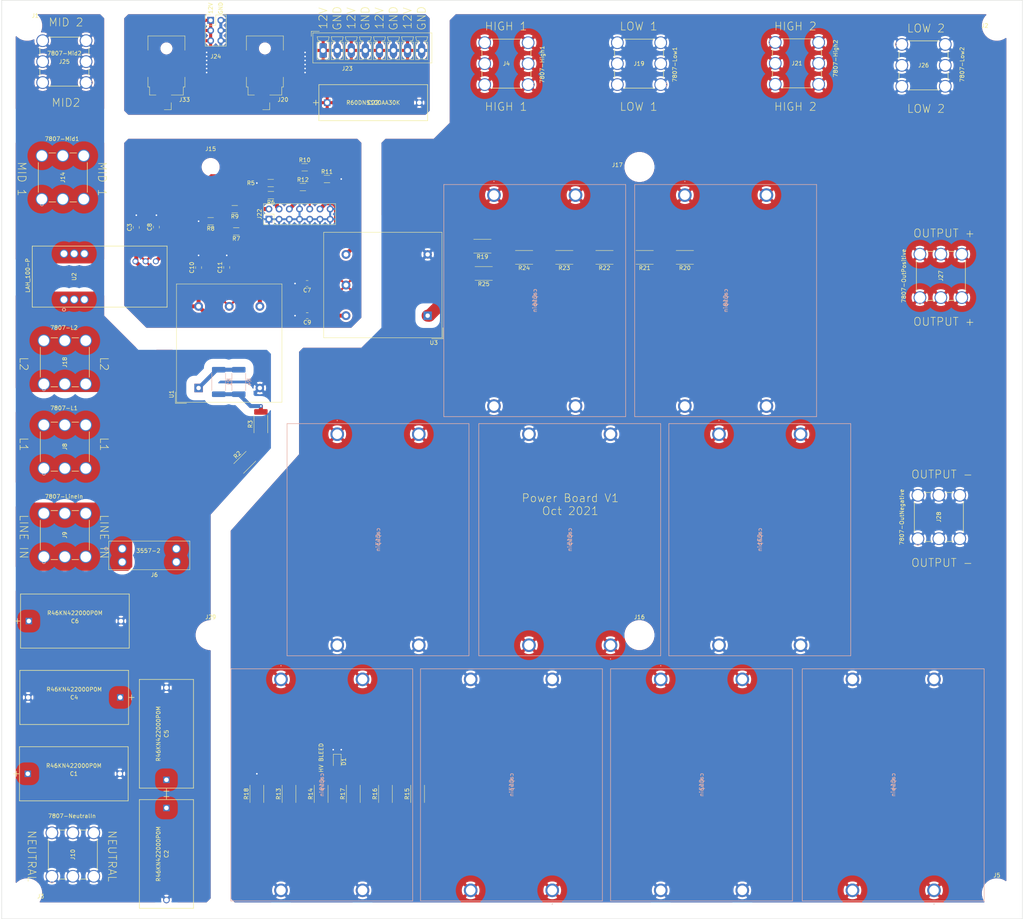
<source format=kicad_pcb>
(kicad_pcb (version 20171130) (host pcbnew "(5.1.9)-1")

  (general
    (thickness 1.6)
    (drawings 40)
    (tracks 130)
    (zones 0)
    (modules 76)
    (nets 28)
  )

  (page A4)
  (layers
    (0 F.Cu signal)
    (31 B.Cu signal)
    (32 B.Adhes user)
    (33 F.Adhes user)
    (34 B.Paste user)
    (35 F.Paste user)
    (36 B.SilkS user)
    (37 F.SilkS user)
    (38 B.Mask user)
    (39 F.Mask user)
    (40 Dwgs.User user)
    (41 Cmts.User user)
    (42 Eco1.User user)
    (43 Eco2.User user)
    (44 Edge.Cuts user)
    (45 Margin user)
    (46 B.CrtYd user)
    (47 F.CrtYd user)
    (48 B.Fab user)
    (49 F.Fab user)
  )

  (setup
    (last_trace_width 0.25)
    (user_trace_width 1)
    (user_trace_width 3)
    (trace_clearance 0.2)
    (zone_clearance 0.508)
    (zone_45_only no)
    (trace_min 0.2)
    (via_size 0.8)
    (via_drill 0.4)
    (via_min_size 0.4)
    (via_min_drill 0.3)
    (uvia_size 0.3)
    (uvia_drill 0.1)
    (uvias_allowed no)
    (uvia_min_size 0.2)
    (uvia_min_drill 0.1)
    (edge_width 0.05)
    (segment_width 0.2)
    (pcb_text_width 0.3)
    (pcb_text_size 1.5 1.5)
    (mod_edge_width 0.12)
    (mod_text_size 1 1)
    (mod_text_width 0.15)
    (pad_size 3.5 3.5)
    (pad_drill 3.5)
    (pad_to_mask_clearance 0)
    (aux_axis_origin 0 0)
    (visible_elements 7FFFFFFF)
    (pcbplotparams
      (layerselection 0x010f0_ffffffff)
      (usegerberextensions false)
      (usegerberattributes true)
      (usegerberadvancedattributes true)
      (creategerberjobfile true)
      (excludeedgelayer true)
      (linewidth 0.100000)
      (plotframeref false)
      (viasonmask false)
      (mode 1)
      (useauxorigin false)
      (hpglpennumber 1)
      (hpglpenspeed 20)
      (hpglpendiameter 15.000000)
      (psnegative false)
      (psa4output false)
      (plotreference true)
      (plotvalue true)
      (plotinvisibletext false)
      (padsonsilk false)
      (subtractmaskfromsilk false)
      (outputformat 1)
      (mirror false)
      (drillshape 0)
      (scaleselection 1)
      (outputdirectory "mfg/"))
  )

  (net 0 "")
  (net 1 /InterfaceGround)
  (net 2 /-15V)
  (net 3 /LineIn)
  (net 4 /+15V)
  (net 5 /OutNegative)
  (net 6 /OutPositive)
  (net 7 "Net-(D1-Pad2)")
  (net 8 /Vac_s)
  (net 9 /Is_s)
  (net 10 /Vdc_s)
  (net 11 "Net-(R1-Pad1)")
  (net 12 "Net-(R1-Pad2)")
  (net 13 "Net-(R2-Pad2)")
  (net 14 "Net-(R10-Pad2)")
  (net 15 /Mid2)
  (net 16 /Mid1)
  (net 17 "Net-(J18-Pad1)")
  (net 18 /12V)
  (net 19 "Net-(R7-Pad2)")
  (net 20 "Net-(R19-Pad1)")
  (net 21 "Net-(R19-Pad2)")
  (net 22 "Net-(R20-Pad2)")
  (net 23 "Net-(R21-Pad2)")
  (net 24 "Net-(R22-Pad2)")
  (net 25 "Net-(R23-Pad2)")
  (net 26 "Net-(C22-Pad2)")
  (net 27 /Line-PreFuse)

  (net_class Default "This is the default net class."
    (clearance 0.2)
    (trace_width 0.25)
    (via_dia 0.8)
    (via_drill 0.4)
    (uvia_dia 0.3)
    (uvia_drill 0.1)
    (add_net /12V)
    (add_net /Line-PreFuse)
    (add_net "Net-(C22-Pad2)")
    (add_net "Net-(J18-Pad1)")
    (add_net "Net-(R19-Pad1)")
    (add_net "Net-(R19-Pad2)")
    (add_net "Net-(R20-Pad2)")
    (add_net "Net-(R21-Pad2)")
    (add_net "Net-(R22-Pad2)")
    (add_net "Net-(R23-Pad2)")
    (add_net "Net-(R7-Pad2)")
  )

  (net_class AC ""
    (clearance 2)
    (trace_width 15)
    (via_dia 0.8)
    (via_drill 0.4)
    (uvia_dia 0.3)
    (uvia_drill 0.1)
    (add_net /LineIn)
    (add_net /Mid1)
    (add_net /Mid2)
  )

  (net_class "Ac copy" ""
    (clearance 0.8)
    (trace_width 0.25)
    (via_dia 0.8)
    (via_drill 0.4)
    (uvia_dia 0.3)
    (uvia_drill 0.1)
  )

  (net_class "HV output" ""
    (clearance 2)
    (trace_width 15)
    (via_dia 0.8)
    (via_drill 0.4)
    (uvia_dia 0.3)
    (uvia_drill 0.1)
    (add_net /OutNegative)
    (add_net /OutPositive)
    (add_net "Net-(R1-Pad2)")
  )

  (net_class "LV components" ""
    (clearance 0.1)
    (trace_width 0.25)
    (via_dia 0.8)
    (via_drill 0.4)
    (uvia_dia 0.3)
    (uvia_drill 0.1)
    (add_net /+15V)
    (add_net /-15V)
    (add_net /InterfaceGround)
    (add_net /Is_s)
    (add_net /Vac_s)
    (add_net /Vdc_s)
    (add_net "Net-(D1-Pad2)")
    (add_net "Net-(R1-Pad1)")
    (add_net "Net-(R10-Pad2)")
    (add_net "Net-(R2-Pad2)")
  )

  (net_class Outnegative ""
    (clearance 0.5)
    (trace_width 0.25)
    (via_dia 0.8)
    (via_drill 0.4)
    (uvia_dia 0.3)
    (uvia_drill 0.1)
  )

  (module MountingHole:MountingHole_3.5mm (layer F.Cu) (tedit 56D1B4CB) (tstamp 615CA198)
    (at 52 158)
    (descr "Mounting Hole 3.5mm, no annular")
    (tags "mounting hole 3.5mm no annular")
    (path /607C07DD)
    (attr virtual)
    (fp_text reference J29 (at 0 -4.5) (layer F.SilkS)
      (effects (font (size 1 1) (thickness 0.15)))
    )
    (fp_text value Conn_01x01_Male (at 0 4.5) (layer F.Fab)
      (effects (font (size 1 1) (thickness 0.15)))
    )
    (fp_circle (center 0 0) (end 3.75 0) (layer F.CrtYd) (width 0.05))
    (fp_circle (center 0 0) (end 3.5 0) (layer Cmts.User) (width 0.15))
    (fp_text user %R (at 0.3 0) (layer F.Fab)
      (effects (font (size 1 1) (thickness 0.15)))
    )
    (pad 1 np_thru_hole circle (at 0 0) (size 3.5 3.5) (drill 3.5) (layers *.Cu *.Mask))
  )

  (module MountingHole:MountingHole_3.5mm (layer F.Cu) (tedit 56D1B4CB) (tstamp 60774AC5)
    (at 158.7 41.5)
    (descr "Mounting Hole 3.5mm, no annular")
    (tags "mounting hole 3.5mm no annular")
    (path /60972E99)
    (attr virtual)
    (fp_text reference J17 (at -5.5 -0.5) (layer F.SilkS)
      (effects (font (size 1 1) (thickness 0.15)))
    )
    (fp_text value Conn_01x01_Male (at 0 4.5) (layer F.Fab)
      (effects (font (size 1 1) (thickness 0.15)))
    )
    (fp_circle (center 0 0) (end 3.75 0) (layer F.CrtYd) (width 0.05))
    (fp_circle (center 0 0) (end 3.5 0) (layer Cmts.User) (width 0.15))
    (fp_text user %R (at 0.3 0) (layer F.Fab)
      (effects (font (size 1 1) (thickness 0.15)))
    )
    (pad 1 np_thru_hole circle (at 0 0) (size 3.5 3.5) (drill 3.5) (layers *.Cu *.Mask))
  )

  (module MountingHole:MountingHole_3.5mm (layer F.Cu) (tedit 56D1B4CB) (tstamp 60774A4A)
    (at 158.7 158)
    (descr "Mounting Hole 3.5mm, no annular")
    (tags "mounting hole 3.5mm no annular")
    (path /60972E8F)
    (attr virtual)
    (fp_text reference J16 (at 0 -4.5) (layer F.SilkS)
      (effects (font (size 1 1) (thickness 0.15)))
    )
    (fp_text value Conn_01x01_Male (at 0 4.5) (layer F.Fab)
      (effects (font (size 1 1) (thickness 0.15)))
    )
    (fp_circle (center 0 0) (end 3.75 0) (layer F.CrtYd) (width 0.05))
    (fp_circle (center 0 0) (end 3.5 0) (layer Cmts.User) (width 0.15))
    (fp_text user %R (at 0.3 0) (layer F.Fab)
      (effects (font (size 1 1) (thickness 0.15)))
    )
    (pad 1 np_thru_hole circle (at 0 0) (size 3.5 3.5) (drill 3.5) (layers *.Cu *.Mask))
  )

  (module MountingHole:MountingHole_3.5mm (layer F.Cu) (tedit 56D1B4CB) (tstamp 60774B2E)
    (at 52 41.5)
    (descr "Mounting Hole 3.5mm, no annular")
    (tags "mounting hole 3.5mm no annular")
    (path /60972E85)
    (attr virtual)
    (fp_text reference J15 (at 0 -4.5) (layer F.SilkS)
      (effects (font (size 1 1) (thickness 0.15)))
    )
    (fp_text value Conn_01x01_Male (at 0 4.5) (layer F.Fab)
      (effects (font (size 1 1) (thickness 0.15)))
    )
    (fp_circle (center 0 0) (end 3.75 0) (layer F.CrtYd) (width 0.05))
    (fp_circle (center 0 0) (end 3.5 0) (layer Cmts.User) (width 0.15))
    (fp_text user %R (at 0.3 0) (layer F.Fab)
      (effects (font (size 1 1) (thickness 0.15)))
    )
    (pad 1 np_thru_hole circle (at 0 0) (size 3.5 3.5) (drill 3.5) (layers *.Cu *.Mask))
  )

  (module lineCapnew:R46KN422000P0M (layer F.Cu) (tedit 0) (tstamp 60775B62)
    (at 6.5 192.5)
    (path /60826327)
    (fp_text reference C1 (at 11.4554 0) (layer F.SilkS)
      (effects (font (size 1 1) (thickness 0.15)))
    )
    (fp_text value R46KN422000P0M (at 11.4554 -2) (layer F.SilkS)
      (effects (font (size 1 1) (thickness 0.15)))
    )
    (fp_line (start -3.4671 0) (end -2.1971 0) (layer F.Fab) (width 0.1524))
    (fp_line (start -2.8321 -0.635) (end -2.8321 0.635) (layer F.Fab) (width 0.1524))
    (fp_line (start -3.4671 0) (end -2.1971 0) (layer F.SilkS) (width 0.1524))
    (fp_line (start -2.8321 -0.635) (end -2.8321 0.635) (layer F.SilkS) (width 0.1524))
    (fp_line (start 24.8539 -6.604) (end -1.9431 -6.604) (layer F.Fab) (width 0.1524))
    (fp_line (start 24.8539 6.604) (end -1.9431 6.604) (layer F.Fab) (width 0.1524))
    (fp_line (start 24.8539 -6.604) (end 24.8539 6.604) (layer F.Fab) (width 0.1524))
    (fp_line (start -1.9431 -6.604) (end -1.9431 6.604) (layer F.Fab) (width 0.1524))
    (fp_line (start 24.9809 -6.731) (end -2.0701 -6.731) (layer F.SilkS) (width 0.1524))
    (fp_line (start 24.9809 6.731) (end -2.0701 6.731) (layer F.SilkS) (width 0.1524))
    (fp_line (start 24.9809 -6.731) (end 24.9809 6.731) (layer F.SilkS) (width 0.1524))
    (fp_line (start -2.0701 -6.731) (end -2.0701 6.731) (layer F.SilkS) (width 0.1524))
    (fp_line (start -2.1971 6.858) (end -2.1971 -6.858) (layer F.CrtYd) (width 0.1524))
    (fp_line (start -2.1971 -6.858) (end 25.1079 -6.858) (layer F.CrtYd) (width 0.1524))
    (fp_line (start 25.1079 -6.858) (end 25.1079 6.858) (layer F.CrtYd) (width 0.1524))
    (fp_line (start 25.1079 6.858) (end -2.1971 6.858) (layer F.CrtYd) (width 0.1524))
    (fp_text user * (at 0 0) (layer F.Fab)
      (effects (font (size 1 1) (thickness 0.15)))
    )
    (fp_text user * (at 0 0) (layer F.SilkS)
      (effects (font (size 1 1) (thickness 0.15)))
    )
    (fp_text user "Copyright 2016 Accelerated Designs. All rights reserved." (at 0 0) (layer Cmts.User)
      (effects (font (size 0.127 0.127) (thickness 0.002)))
    )
    (pad 2 thru_hole circle (at 22.9108 0) (size 1.6256 1.6256) (drill 1.1176) (layers *.Cu *.Mask)
      (net 15 /Mid2))
    (pad 1 thru_hole rect (at 0 0) (size 1.6256 1.6256) (drill 1.1176) (layers *.Cu *.Mask)
      (net 3 /LineIn))
  )

  (module lineCapnew:R46KN422000P0M (layer F.Cu) (tedit 0) (tstamp 60775B1A)
    (at 41 201 270)
    (path /60825EBE)
    (fp_text reference C2 (at 11.4554 0 90) (layer F.SilkS)
      (effects (font (size 1 1) (thickness 0.15)))
    )
    (fp_text value R46KN422000P0M (at 11.4554 2 90) (layer F.SilkS)
      (effects (font (size 1 1) (thickness 0.15)))
    )
    (fp_line (start 25.1079 6.858) (end -2.1971 6.858) (layer F.CrtYd) (width 0.1524))
    (fp_line (start 25.1079 -6.858) (end 25.1079 6.858) (layer F.CrtYd) (width 0.1524))
    (fp_line (start -2.1971 -6.858) (end 25.1079 -6.858) (layer F.CrtYd) (width 0.1524))
    (fp_line (start -2.1971 6.858) (end -2.1971 -6.858) (layer F.CrtYd) (width 0.1524))
    (fp_line (start -2.0701 -6.731) (end -2.0701 6.731) (layer F.SilkS) (width 0.1524))
    (fp_line (start 24.9809 -6.731) (end 24.9809 6.731) (layer F.SilkS) (width 0.1524))
    (fp_line (start 24.9809 6.731) (end -2.0701 6.731) (layer F.SilkS) (width 0.1524))
    (fp_line (start 24.9809 -6.731) (end -2.0701 -6.731) (layer F.SilkS) (width 0.1524))
    (fp_line (start -1.9431 -6.604) (end -1.9431 6.604) (layer F.Fab) (width 0.1524))
    (fp_line (start 24.8539 -6.604) (end 24.8539 6.604) (layer F.Fab) (width 0.1524))
    (fp_line (start 24.8539 6.604) (end -1.9431 6.604) (layer F.Fab) (width 0.1524))
    (fp_line (start 24.8539 -6.604) (end -1.9431 -6.604) (layer F.Fab) (width 0.1524))
    (fp_line (start -2.8321 -0.635) (end -2.8321 0.635) (layer F.SilkS) (width 0.1524))
    (fp_line (start -3.4671 0) (end -2.1971 0) (layer F.SilkS) (width 0.1524))
    (fp_line (start -2.8321 -0.635) (end -2.8321 0.635) (layer F.Fab) (width 0.1524))
    (fp_line (start -3.4671 0) (end -2.1971 0) (layer F.Fab) (width 0.1524))
    (fp_text user "Copyright 2016 Accelerated Designs. All rights reserved." (at 0 0 90) (layer Cmts.User)
      (effects (font (size 0.127 0.127) (thickness 0.002)))
    )
    (fp_text user * (at 0 0 90) (layer F.SilkS)
      (effects (font (size 1 1) (thickness 0.15)))
    )
    (fp_text user * (at 0 0 90) (layer F.Fab)
      (effects (font (size 1 1) (thickness 0.15)))
    )
    (pad 1 thru_hole rect (at 0 0 270) (size 1.6256 1.6256) (drill 1.1176) (layers *.Cu *.Mask)
      (net 3 /LineIn))
    (pad 2 thru_hole circle (at 22.9108 0 270) (size 1.6256 1.6256) (drill 1.1176) (layers *.Cu *.Mask)
      (net 15 /Mid2))
  )

  (module Capacitor_SMD:C_0805_2012Metric_Pad1.18x1.45mm_HandSolder (layer F.Cu) (tedit 5F68FEEF) (tstamp 60775C32)
    (at 33.5 56.5375 90)
    (descr "Capacitor SMD 0805 (2012 Metric), square (rectangular) end terminal, IPC_7351 nominal with elongated pad for handsoldering. (Body size source: IPC-SM-782 page 76, https://www.pcb-3d.com/wordpress/wp-content/uploads/ipc-sm-782a_amendment_1_and_2.pdf, https://docs.google.com/spreadsheets/d/1BsfQQcO9C6DZCsRaXUlFlo91Tg2WpOkGARC1WS5S8t0/edit?usp=sharing), generated with kicad-footprint-generator")
    (tags "capacitor handsolder")
    (path /60756018)
    (attr smd)
    (fp_text reference C3 (at 0 -1.68 90) (layer F.SilkS)
      (effects (font (size 1 1) (thickness 0.15)))
    )
    (fp_text value Cbypass (at 0 1.68 90) (layer F.Fab)
      (effects (font (size 1 1) (thickness 0.15)))
    )
    (fp_line (start -1 0.625) (end -1 -0.625) (layer F.Fab) (width 0.1))
    (fp_line (start -1 -0.625) (end 1 -0.625) (layer F.Fab) (width 0.1))
    (fp_line (start 1 -0.625) (end 1 0.625) (layer F.Fab) (width 0.1))
    (fp_line (start 1 0.625) (end -1 0.625) (layer F.Fab) (width 0.1))
    (fp_line (start -0.261252 -0.735) (end 0.261252 -0.735) (layer F.SilkS) (width 0.12))
    (fp_line (start -0.261252 0.735) (end 0.261252 0.735) (layer F.SilkS) (width 0.12))
    (fp_line (start -1.88 0.98) (end -1.88 -0.98) (layer F.CrtYd) (width 0.05))
    (fp_line (start -1.88 -0.98) (end 1.88 -0.98) (layer F.CrtYd) (width 0.05))
    (fp_line (start 1.88 -0.98) (end 1.88 0.98) (layer F.CrtYd) (width 0.05))
    (fp_line (start 1.88 0.98) (end -1.88 0.98) (layer F.CrtYd) (width 0.05))
    (fp_text user %R (at 0 0 90) (layer F.Fab)
      (effects (font (size 0.5 0.5) (thickness 0.08)))
    )
    (pad 2 smd roundrect (at 1.0375 0 90) (size 1.175 1.45) (layers F.Cu F.Paste F.Mask) (roundrect_rratio 0.2127659574468085)
      (net 1 /InterfaceGround))
    (pad 1 smd roundrect (at -1.0375 0 90) (size 1.175 1.45) (layers F.Cu F.Paste F.Mask) (roundrect_rratio 0.2127659574468085)
      (net 2 /-15V))
    (model ${KISYS3DMOD}/Capacitor_SMD.3dshapes/C_0805_2012Metric.wrl
      (at (xyz 0 0 0))
      (scale (xyz 1 1 1))
      (rotate (xyz 0 0 0))
    )
  )

  (module lineCapnew:R46KN422000P0M (layer F.Cu) (tedit 0) (tstamp 60775A8A)
    (at 29.5 173.5 180)
    (path /60825A81)
    (fp_text reference C4 (at 11.4554 0) (layer F.SilkS)
      (effects (font (size 1 1) (thickness 0.15)))
    )
    (fp_text value R46KN422000P0M (at 11.4554 2) (layer F.SilkS)
      (effects (font (size 1 1) (thickness 0.15)))
    )
    (fp_line (start -3.4671 0) (end -2.1971 0) (layer F.Fab) (width 0.1524))
    (fp_line (start -2.8321 -0.635) (end -2.8321 0.635) (layer F.Fab) (width 0.1524))
    (fp_line (start -3.4671 0) (end -2.1971 0) (layer F.SilkS) (width 0.1524))
    (fp_line (start -2.8321 -0.635) (end -2.8321 0.635) (layer F.SilkS) (width 0.1524))
    (fp_line (start 24.8539 -6.604) (end -1.9431 -6.604) (layer F.Fab) (width 0.1524))
    (fp_line (start 24.8539 6.604) (end -1.9431 6.604) (layer F.Fab) (width 0.1524))
    (fp_line (start 24.8539 -6.604) (end 24.8539 6.604) (layer F.Fab) (width 0.1524))
    (fp_line (start -1.9431 -6.604) (end -1.9431 6.604) (layer F.Fab) (width 0.1524))
    (fp_line (start 24.9809 -6.731) (end -2.0701 -6.731) (layer F.SilkS) (width 0.1524))
    (fp_line (start 24.9809 6.731) (end -2.0701 6.731) (layer F.SilkS) (width 0.1524))
    (fp_line (start 24.9809 -6.731) (end 24.9809 6.731) (layer F.SilkS) (width 0.1524))
    (fp_line (start -2.0701 -6.731) (end -2.0701 6.731) (layer F.SilkS) (width 0.1524))
    (fp_line (start -2.1971 6.858) (end -2.1971 -6.858) (layer F.CrtYd) (width 0.1524))
    (fp_line (start -2.1971 -6.858) (end 25.1079 -6.858) (layer F.CrtYd) (width 0.1524))
    (fp_line (start 25.1079 -6.858) (end 25.1079 6.858) (layer F.CrtYd) (width 0.1524))
    (fp_line (start 25.1079 6.858) (end -2.1971 6.858) (layer F.CrtYd) (width 0.1524))
    (fp_text user * (at 0 0) (layer F.Fab)
      (effects (font (size 1 1) (thickness 0.15)))
    )
    (fp_text user * (at 0 0) (layer F.SilkS)
      (effects (font (size 1 1) (thickness 0.15)))
    )
    (fp_text user "Copyright 2016 Accelerated Designs. All rights reserved." (at 0 0) (layer Cmts.User)
      (effects (font (size 0.127 0.127) (thickness 0.002)))
    )
    (pad 2 thru_hole circle (at 22.9108 0 180) (size 1.6256 1.6256) (drill 1.1176) (layers *.Cu *.Mask)
      (net 15 /Mid2))
    (pad 1 thru_hole rect (at 0 0 180) (size 1.6256 1.6256) (drill 1.1176) (layers *.Cu *.Mask)
      (net 3 /LineIn))
  )

  (module lineCapnew:R46KN422000P0M (layer F.Cu) (tedit 0) (tstamp 60775A42)
    (at 41 194 90)
    (path /6066DE3A)
    (fp_text reference C5 (at 11.4554 0 90) (layer F.SilkS)
      (effects (font (size 1 1) (thickness 0.15)))
    )
    (fp_text value R46KN422000P0M (at 11.4554 -2 90) (layer F.SilkS)
      (effects (font (size 1 1) (thickness 0.15)))
    )
    (fp_line (start 25.1079 6.858) (end -2.1971 6.858) (layer F.CrtYd) (width 0.1524))
    (fp_line (start 25.1079 -6.858) (end 25.1079 6.858) (layer F.CrtYd) (width 0.1524))
    (fp_line (start -2.1971 -6.858) (end 25.1079 -6.858) (layer F.CrtYd) (width 0.1524))
    (fp_line (start -2.1971 6.858) (end -2.1971 -6.858) (layer F.CrtYd) (width 0.1524))
    (fp_line (start -2.0701 -6.731) (end -2.0701 6.731) (layer F.SilkS) (width 0.1524))
    (fp_line (start 24.9809 -6.731) (end 24.9809 6.731) (layer F.SilkS) (width 0.1524))
    (fp_line (start 24.9809 6.731) (end -2.0701 6.731) (layer F.SilkS) (width 0.1524))
    (fp_line (start 24.9809 -6.731) (end -2.0701 -6.731) (layer F.SilkS) (width 0.1524))
    (fp_line (start -1.9431 -6.604) (end -1.9431 6.604) (layer F.Fab) (width 0.1524))
    (fp_line (start 24.8539 -6.604) (end 24.8539 6.604) (layer F.Fab) (width 0.1524))
    (fp_line (start 24.8539 6.604) (end -1.9431 6.604) (layer F.Fab) (width 0.1524))
    (fp_line (start 24.8539 -6.604) (end -1.9431 -6.604) (layer F.Fab) (width 0.1524))
    (fp_line (start -2.8321 -0.635) (end -2.8321 0.635) (layer F.SilkS) (width 0.1524))
    (fp_line (start -3.4671 0) (end -2.1971 0) (layer F.SilkS) (width 0.1524))
    (fp_line (start -2.8321 -0.635) (end -2.8321 0.635) (layer F.Fab) (width 0.1524))
    (fp_line (start -3.4671 0) (end -2.1971 0) (layer F.Fab) (width 0.1524))
    (fp_text user "Copyright 2016 Accelerated Designs. All rights reserved." (at 0 0 90) (layer Cmts.User)
      (effects (font (size 0.127 0.127) (thickness 0.002)))
    )
    (fp_text user * (at 0 0 90) (layer F.SilkS)
      (effects (font (size 1 1) (thickness 0.15)))
    )
    (fp_text user * (at 0 0 90) (layer F.Fab)
      (effects (font (size 1 1) (thickness 0.15)))
    )
    (pad 1 thru_hole rect (at 0 0 90) (size 1.6256 1.6256) (drill 1.1176) (layers *.Cu *.Mask)
      (net 3 /LineIn))
    (pad 2 thru_hole circle (at 22.9108 0 90) (size 1.6256 1.6256) (drill 1.1176) (layers *.Cu *.Mask)
      (net 15 /Mid2))
  )

  (module lineCapnew:R46KN422000P0M (layer F.Cu) (tedit 0) (tstamp 60775AD2)
    (at 6.763301 154.5)
    (path /6077B96B)
    (fp_text reference C6 (at 11.4554 0) (layer F.SilkS)
      (effects (font (size 1 1) (thickness 0.15)))
    )
    (fp_text value R46KN422000P0M (at 11.4554 -2) (layer F.SilkS)
      (effects (font (size 1 1) (thickness 0.15)))
    )
    (fp_line (start 25.1079 6.858) (end -2.1971 6.858) (layer F.CrtYd) (width 0.1524))
    (fp_line (start 25.1079 -6.858) (end 25.1079 6.858) (layer F.CrtYd) (width 0.1524))
    (fp_line (start -2.1971 -6.858) (end 25.1079 -6.858) (layer F.CrtYd) (width 0.1524))
    (fp_line (start -2.1971 6.858) (end -2.1971 -6.858) (layer F.CrtYd) (width 0.1524))
    (fp_line (start -2.0701 -6.731) (end -2.0701 6.731) (layer F.SilkS) (width 0.1524))
    (fp_line (start 24.9809 -6.731) (end 24.9809 6.731) (layer F.SilkS) (width 0.1524))
    (fp_line (start 24.9809 6.731) (end -2.0701 6.731) (layer F.SilkS) (width 0.1524))
    (fp_line (start 24.9809 -6.731) (end -2.0701 -6.731) (layer F.SilkS) (width 0.1524))
    (fp_line (start -1.9431 -6.604) (end -1.9431 6.604) (layer F.Fab) (width 0.1524))
    (fp_line (start 24.8539 -6.604) (end 24.8539 6.604) (layer F.Fab) (width 0.1524))
    (fp_line (start 24.8539 6.604) (end -1.9431 6.604) (layer F.Fab) (width 0.1524))
    (fp_line (start 24.8539 -6.604) (end -1.9431 -6.604) (layer F.Fab) (width 0.1524))
    (fp_line (start -2.8321 -0.635) (end -2.8321 0.635) (layer F.SilkS) (width 0.1524))
    (fp_line (start -3.4671 0) (end -2.1971 0) (layer F.SilkS) (width 0.1524))
    (fp_line (start -2.8321 -0.635) (end -2.8321 0.635) (layer F.Fab) (width 0.1524))
    (fp_line (start -3.4671 0) (end -2.1971 0) (layer F.Fab) (width 0.1524))
    (fp_text user "Copyright 2016 Accelerated Designs. All rights reserved." (at 0 0) (layer Cmts.User)
      (effects (font (size 0.127 0.127) (thickness 0.002)))
    )
    (fp_text user * (at 0 0) (layer F.SilkS)
      (effects (font (size 1 1) (thickness 0.15)))
    )
    (fp_text user * (at 0 0) (layer F.Fab)
      (effects (font (size 1 1) (thickness 0.15)))
    )
    (pad 1 thru_hole rect (at 0 0) (size 1.6256 1.6256) (drill 1.1176) (layers *.Cu *.Mask)
      (net 3 /LineIn))
    (pad 2 thru_hole circle (at 22.9108 0) (size 1.6256 1.6256) (drill 1.1176) (layers *.Cu *.Mask)
      (net 15 /Mid2))
  )

  (module Capacitor_SMD:C_0805_2012Metric_Pad1.18x1.45mm_HandSolder (layer F.Cu) (tedit 5F68FEEF) (tstamp 607759DA)
    (at 76 70.5 180)
    (descr "Capacitor SMD 0805 (2012 Metric), square (rectangular) end terminal, IPC_7351 nominal with elongated pad for handsoldering. (Body size source: IPC-SM-782 page 76, https://www.pcb-3d.com/wordpress/wp-content/uploads/ipc-sm-782a_amendment_1_and_2.pdf, https://docs.google.com/spreadsheets/d/1BsfQQcO9C6DZCsRaXUlFlo91Tg2WpOkGARC1WS5S8t0/edit?usp=sharing), generated with kicad-footprint-generator")
    (tags "capacitor handsolder")
    (path /606BA8EB)
    (attr smd)
    (fp_text reference C7 (at 0 -1.68) (layer F.SilkS)
      (effects (font (size 1 1) (thickness 0.15)))
    )
    (fp_text value Cbypass (at 0 1.68) (layer F.Fab)
      (effects (font (size 1 1) (thickness 0.15)))
    )
    (fp_line (start -1 0.625) (end -1 -0.625) (layer F.Fab) (width 0.1))
    (fp_line (start -1 -0.625) (end 1 -0.625) (layer F.Fab) (width 0.1))
    (fp_line (start 1 -0.625) (end 1 0.625) (layer F.Fab) (width 0.1))
    (fp_line (start 1 0.625) (end -1 0.625) (layer F.Fab) (width 0.1))
    (fp_line (start -0.261252 -0.735) (end 0.261252 -0.735) (layer F.SilkS) (width 0.12))
    (fp_line (start -0.261252 0.735) (end 0.261252 0.735) (layer F.SilkS) (width 0.12))
    (fp_line (start -1.88 0.98) (end -1.88 -0.98) (layer F.CrtYd) (width 0.05))
    (fp_line (start -1.88 -0.98) (end 1.88 -0.98) (layer F.CrtYd) (width 0.05))
    (fp_line (start 1.88 -0.98) (end 1.88 0.98) (layer F.CrtYd) (width 0.05))
    (fp_line (start 1.88 0.98) (end -1.88 0.98) (layer F.CrtYd) (width 0.05))
    (fp_text user %R (at 0 0) (layer F.Fab)
      (effects (font (size 0.5 0.5) (thickness 0.08)))
    )
    (pad 2 smd roundrect (at 1.0375 0 180) (size 1.175 1.45) (layers F.Cu F.Paste F.Mask) (roundrect_rratio 0.2127659574468085)
      (net 1 /InterfaceGround))
    (pad 1 smd roundrect (at -1.0375 0 180) (size 1.175 1.45) (layers F.Cu F.Paste F.Mask) (roundrect_rratio 0.2127659574468085)
      (net 4 /+15V))
    (model ${KISYS3DMOD}/Capacitor_SMD.3dshapes/C_0805_2012Metric.wrl
      (at (xyz 0 0 0))
      (scale (xyz 1 1 1))
      (rotate (xyz 0 0 0))
    )
  )

  (module Capacitor_SMD:C_0805_2012Metric_Pad1.18x1.45mm_HandSolder (layer F.Cu) (tedit 5F68FEEF) (tstamp 60775A0A)
    (at 38.5 56.4625 90)
    (descr "Capacitor SMD 0805 (2012 Metric), square (rectangular) end terminal, IPC_7351 nominal with elongated pad for handsoldering. (Body size source: IPC-SM-782 page 76, https://www.pcb-3d.com/wordpress/wp-content/uploads/ipc-sm-782a_amendment_1_and_2.pdf, https://docs.google.com/spreadsheets/d/1BsfQQcO9C6DZCsRaXUlFlo91Tg2WpOkGARC1WS5S8t0/edit?usp=sharing), generated with kicad-footprint-generator")
    (tags "capacitor handsolder")
    (path /607569D5)
    (attr smd)
    (fp_text reference C8 (at 0 -1.68 90) (layer F.SilkS)
      (effects (font (size 1 1) (thickness 0.15)))
    )
    (fp_text value Cbypass (at 0 1.68 90) (layer F.Fab)
      (effects (font (size 1 1) (thickness 0.15)))
    )
    (fp_line (start -1 0.625) (end -1 -0.625) (layer F.Fab) (width 0.1))
    (fp_line (start -1 -0.625) (end 1 -0.625) (layer F.Fab) (width 0.1))
    (fp_line (start 1 -0.625) (end 1 0.625) (layer F.Fab) (width 0.1))
    (fp_line (start 1 0.625) (end -1 0.625) (layer F.Fab) (width 0.1))
    (fp_line (start -0.261252 -0.735) (end 0.261252 -0.735) (layer F.SilkS) (width 0.12))
    (fp_line (start -0.261252 0.735) (end 0.261252 0.735) (layer F.SilkS) (width 0.12))
    (fp_line (start -1.88 0.98) (end -1.88 -0.98) (layer F.CrtYd) (width 0.05))
    (fp_line (start -1.88 -0.98) (end 1.88 -0.98) (layer F.CrtYd) (width 0.05))
    (fp_line (start 1.88 -0.98) (end 1.88 0.98) (layer F.CrtYd) (width 0.05))
    (fp_line (start 1.88 0.98) (end -1.88 0.98) (layer F.CrtYd) (width 0.05))
    (fp_text user %R (at 0 0 90) (layer F.Fab)
      (effects (font (size 0.5 0.5) (thickness 0.08)))
    )
    (pad 2 smd roundrect (at 1.0375 0 90) (size 1.175 1.45) (layers F.Cu F.Paste F.Mask) (roundrect_rratio 0.2127659574468085)
      (net 1 /InterfaceGround))
    (pad 1 smd roundrect (at -1.0375 0 90) (size 1.175 1.45) (layers F.Cu F.Paste F.Mask) (roundrect_rratio 0.2127659574468085)
      (net 4 /+15V))
    (model ${KISYS3DMOD}/Capacitor_SMD.3dshapes/C_0805_2012Metric.wrl
      (at (xyz 0 0 0))
      (scale (xyz 1 1 1))
      (rotate (xyz 0 0 0))
    )
  )

  (module Capacitor_SMD:C_0805_2012Metric_Pad1.18x1.45mm_HandSolder (layer F.Cu) (tedit 5F68FEEF) (tstamp 607759AA)
    (at 76.0375 78.5 180)
    (descr "Capacitor SMD 0805 (2012 Metric), square (rectangular) end terminal, IPC_7351 nominal with elongated pad for handsoldering. (Body size source: IPC-SM-782 page 76, https://www.pcb-3d.com/wordpress/wp-content/uploads/ipc-sm-782a_amendment_1_and_2.pdf, https://docs.google.com/spreadsheets/d/1BsfQQcO9C6DZCsRaXUlFlo91Tg2WpOkGARC1WS5S8t0/edit?usp=sharing), generated with kicad-footprint-generator")
    (tags "capacitor handsolder")
    (path /6078A58C)
    (attr smd)
    (fp_text reference C9 (at 0 -1.68) (layer F.SilkS)
      (effects (font (size 1 1) (thickness 0.15)))
    )
    (fp_text value Cbypass (at 0 1.68) (layer F.Fab)
      (effects (font (size 1 1) (thickness 0.15)))
    )
    (fp_line (start 1.88 0.98) (end -1.88 0.98) (layer F.CrtYd) (width 0.05))
    (fp_line (start 1.88 -0.98) (end 1.88 0.98) (layer F.CrtYd) (width 0.05))
    (fp_line (start -1.88 -0.98) (end 1.88 -0.98) (layer F.CrtYd) (width 0.05))
    (fp_line (start -1.88 0.98) (end -1.88 -0.98) (layer F.CrtYd) (width 0.05))
    (fp_line (start -0.261252 0.735) (end 0.261252 0.735) (layer F.SilkS) (width 0.12))
    (fp_line (start -0.261252 -0.735) (end 0.261252 -0.735) (layer F.SilkS) (width 0.12))
    (fp_line (start 1 0.625) (end -1 0.625) (layer F.Fab) (width 0.1))
    (fp_line (start 1 -0.625) (end 1 0.625) (layer F.Fab) (width 0.1))
    (fp_line (start -1 -0.625) (end 1 -0.625) (layer F.Fab) (width 0.1))
    (fp_line (start -1 0.625) (end -1 -0.625) (layer F.Fab) (width 0.1))
    (fp_text user %R (at 0 0) (layer F.Fab)
      (effects (font (size 0.5 0.5) (thickness 0.08)))
    )
    (pad 1 smd roundrect (at -1.0375 0 180) (size 1.175 1.45) (layers F.Cu F.Paste F.Mask) (roundrect_rratio 0.2127659574468085)
      (net 2 /-15V))
    (pad 2 smd roundrect (at 1.0375 0 180) (size 1.175 1.45) (layers F.Cu F.Paste F.Mask) (roundrect_rratio 0.2127659574468085)
      (net 1 /InterfaceGround))
    (model ${KISYS3DMOD}/Capacitor_SMD.3dshapes/C_0805_2012Metric.wrl
      (at (xyz 0 0 0))
      (scale (xyz 1 1 1))
      (rotate (xyz 0 0 0))
    )
  )

  (module Capacitor_SMD:C_0805_2012Metric_Pad1.18x1.45mm_HandSolder (layer F.Cu) (tedit 5F68FEEF) (tstamp 615C97E2)
    (at 49 66.5375 90)
    (descr "Capacitor SMD 0805 (2012 Metric), square (rectangular) end terminal, IPC_7351 nominal with elongated pad for handsoldering. (Body size source: IPC-SM-782 page 76, https://www.pcb-3d.com/wordpress/wp-content/uploads/ipc-sm-782a_amendment_1_and_2.pdf, https://docs.google.com/spreadsheets/d/1BsfQQcO9C6DZCsRaXUlFlo91Tg2WpOkGARC1WS5S8t0/edit?usp=sharing), generated with kicad-footprint-generator")
    (tags "capacitor handsolder")
    (path /60757655)
    (attr smd)
    (fp_text reference C10 (at 0 -1.68 90) (layer F.SilkS)
      (effects (font (size 1 1) (thickness 0.15)))
    )
    (fp_text value Cbypass (at 0 1.68 90) (layer F.Fab)
      (effects (font (size 1 1) (thickness 0.15)))
    )
    (fp_line (start 1.88 0.98) (end -1.88 0.98) (layer F.CrtYd) (width 0.05))
    (fp_line (start 1.88 -0.98) (end 1.88 0.98) (layer F.CrtYd) (width 0.05))
    (fp_line (start -1.88 -0.98) (end 1.88 -0.98) (layer F.CrtYd) (width 0.05))
    (fp_line (start -1.88 0.98) (end -1.88 -0.98) (layer F.CrtYd) (width 0.05))
    (fp_line (start -0.261252 0.735) (end 0.261252 0.735) (layer F.SilkS) (width 0.12))
    (fp_line (start -0.261252 -0.735) (end 0.261252 -0.735) (layer F.SilkS) (width 0.12))
    (fp_line (start 1 0.625) (end -1 0.625) (layer F.Fab) (width 0.1))
    (fp_line (start 1 -0.625) (end 1 0.625) (layer F.Fab) (width 0.1))
    (fp_line (start -1 -0.625) (end 1 -0.625) (layer F.Fab) (width 0.1))
    (fp_line (start -1 0.625) (end -1 -0.625) (layer F.Fab) (width 0.1))
    (fp_text user %R (at 0 0 90) (layer F.Fab)
      (effects (font (size 0.5 0.5) (thickness 0.08)))
    )
    (pad 1 smd roundrect (at -1.0375 0 90) (size 1.175 1.45) (layers F.Cu F.Paste F.Mask) (roundrect_rratio 0.2127659574468085)
      (net 2 /-15V))
    (pad 2 smd roundrect (at 1.0375 0 90) (size 1.175 1.45) (layers F.Cu F.Paste F.Mask) (roundrect_rratio 0.2127659574468085)
      (net 1 /InterfaceGround))
    (model ${KISYS3DMOD}/Capacitor_SMD.3dshapes/C_0805_2012Metric.wrl
      (at (xyz 0 0 0))
      (scale (xyz 1 1 1))
      (rotate (xyz 0 0 0))
    )
  )

  (module Capacitor_SMD:C_0805_2012Metric_Pad1.18x1.45mm_HandSolder (layer F.Cu) (tedit 5F68FEEF) (tstamp 615C97B2)
    (at 56 66.5 90)
    (descr "Capacitor SMD 0805 (2012 Metric), square (rectangular) end terminal, IPC_7351 nominal with elongated pad for handsoldering. (Body size source: IPC-SM-782 page 76, https://www.pcb-3d.com/wordpress/wp-content/uploads/ipc-sm-782a_amendment_1_and_2.pdf, https://docs.google.com/spreadsheets/d/1BsfQQcO9C6DZCsRaXUlFlo91Tg2WpOkGARC1WS5S8t0/edit?usp=sharing), generated with kicad-footprint-generator")
    (tags "capacitor handsolder")
    (path /6078AABF)
    (attr smd)
    (fp_text reference C11 (at 0 -1.68 90) (layer F.SilkS)
      (effects (font (size 1 1) (thickness 0.15)))
    )
    (fp_text value Cbypass (at 0 1.68 90) (layer F.Fab)
      (effects (font (size 1 1) (thickness 0.15)))
    )
    (fp_line (start 1.88 0.98) (end -1.88 0.98) (layer F.CrtYd) (width 0.05))
    (fp_line (start 1.88 -0.98) (end 1.88 0.98) (layer F.CrtYd) (width 0.05))
    (fp_line (start -1.88 -0.98) (end 1.88 -0.98) (layer F.CrtYd) (width 0.05))
    (fp_line (start -1.88 0.98) (end -1.88 -0.98) (layer F.CrtYd) (width 0.05))
    (fp_line (start -0.261252 0.735) (end 0.261252 0.735) (layer F.SilkS) (width 0.12))
    (fp_line (start -0.261252 -0.735) (end 0.261252 -0.735) (layer F.SilkS) (width 0.12))
    (fp_line (start 1 0.625) (end -1 0.625) (layer F.Fab) (width 0.1))
    (fp_line (start 1 -0.625) (end 1 0.625) (layer F.Fab) (width 0.1))
    (fp_line (start -1 -0.625) (end 1 -0.625) (layer F.Fab) (width 0.1))
    (fp_line (start -1 0.625) (end -1 -0.625) (layer F.Fab) (width 0.1))
    (fp_text user %R (at 0 0 90) (layer F.Fab)
      (effects (font (size 0.5 0.5) (thickness 0.08)))
    )
    (pad 1 smd roundrect (at -1.0375 0 90) (size 1.175 1.45) (layers F.Cu F.Paste F.Mask) (roundrect_rratio 0.2127659574468085)
      (net 4 /+15V))
    (pad 2 smd roundrect (at 1.0375 0 90) (size 1.175 1.45) (layers F.Cu F.Paste F.Mask) (roundrect_rratio 0.2127659574468085)
      (net 1 /InterfaceGround))
    (model ${KISYS3DMOD}/Capacitor_SMD.3dshapes/C_0805_2012Metric.wrl
      (at (xyz 0 0 0))
      (scale (xyz 1 1 1))
      (rotate (xyz 0 0 0))
    )
  )

  (module Diode_SMD:D_0805_2012Metric_Pad1.15x1.40mm_HandSolder (layer F.Cu) (tedit 5F68FEF0) (tstamp 6077565E)
    (at 83.5 189.5 270)
    (descr "Diode SMD 0805 (2012 Metric), square (rectangular) end terminal, IPC_7351 nominal, (Body size source: https://docs.google.com/spreadsheets/d/1BsfQQcO9C6DZCsRaXUlFlo91Tg2WpOkGARC1WS5S8t0/edit?usp=sharing), generated with kicad-footprint-generator")
    (tags "diode handsolder")
    (path /606A2796)
    (attr smd)
    (fp_text reference D1 (at 0 -1.65 90) (layer F.SilkS)
      (effects (font (size 1 1) (thickness 0.15)))
    )
    (fp_text value LEDbleed (at 0 1.65 90) (layer F.Fab)
      (effects (font (size 1 1) (thickness 0.15)))
    )
    (fp_line (start 1.85 0.95) (end -1.85 0.95) (layer F.CrtYd) (width 0.05))
    (fp_line (start 1.85 -0.95) (end 1.85 0.95) (layer F.CrtYd) (width 0.05))
    (fp_line (start -1.85 -0.95) (end 1.85 -0.95) (layer F.CrtYd) (width 0.05))
    (fp_line (start -1.85 0.95) (end -1.85 -0.95) (layer F.CrtYd) (width 0.05))
    (fp_line (start -1.86 0.96) (end 1 0.96) (layer F.SilkS) (width 0.12))
    (fp_line (start -1.86 -0.96) (end -1.86 0.96) (layer F.SilkS) (width 0.12))
    (fp_line (start 1 -0.96) (end -1.86 -0.96) (layer F.SilkS) (width 0.12))
    (fp_line (start 1 0.6) (end 1 -0.6) (layer F.Fab) (width 0.1))
    (fp_line (start -1 0.6) (end 1 0.6) (layer F.Fab) (width 0.1))
    (fp_line (start -1 -0.3) (end -1 0.6) (layer F.Fab) (width 0.1))
    (fp_line (start -0.7 -0.6) (end -1 -0.3) (layer F.Fab) (width 0.1))
    (fp_line (start 1 -0.6) (end -0.7 -0.6) (layer F.Fab) (width 0.1))
    (fp_text user %R (at 0 0 90) (layer F.Fab)
      (effects (font (size 0.5 0.5) (thickness 0.08)))
    )
    (pad 1 smd roundrect (at -1.025 0 270) (size 1.15 1.4) (layers F.Cu F.Paste F.Mask) (roundrect_rratio 0.2173904347826087)
      (net 5 /OutNegative))
    (pad 2 smd roundrect (at 1.025 0 270) (size 1.15 1.4) (layers F.Cu F.Paste F.Mask) (roundrect_rratio 0.2173904347826087)
      (net 7 "Net-(D1-Pad2)"))
    (model ${KISYS3DMOD}/Diode_SMD.3dshapes/D_0805_2012Metric.wrl
      (at (xyz 0 0 0))
      (scale (xyz 1 1 1))
      (rotate (xyz 0 0 0))
    )
  )

  (module CONN_7807_KEY:7807 (layer F.Cu) (tedit 0) (tstamp 60775CA7)
    (at 131 21 180)
    (path /60663175)
    (fp_text reference J4 (at 5.399999 5.21) (layer F.SilkS)
      (effects (font (size 1 1) (thickness 0.15)))
    )
    (fp_text value 7807-High1 (at -3.5 5 90) (layer F.SilkS)
      (effects (font (size 1 1) (thickness 0.15)))
    )
    (fp_circle (center -1.331001 0) (end -0.950001 0) (layer B.SilkS) (width 0.1524))
    (fp_circle (center 0 -1.905) (end 0.381 -1.905) (layer F.Fab) (width 0.1524))
    (fp_line (start 12.628799 -1.8288) (end -1.8288 -1.8288) (layer F.CrtYd) (width 0.1524))
    (fp_line (start 12.628799 12.2488) (end 12.628799 -1.8288) (layer F.CrtYd) (width 0.1524))
    (fp_line (start -1.8288 12.2488) (end 12.628799 12.2488) (layer F.CrtYd) (width 0.1524))
    (fp_line (start -1.8288 -1.8288) (end -1.8288 12.2488) (layer F.CrtYd) (width 0.1524))
    (fp_line (start 11.495999 3.433967) (end 11.495999 1.776033) (layer F.SilkS) (width 0.1524))
    (fp_line (start -0.696001 6.986032) (end -0.696001 8.643967) (layer F.SilkS) (width 0.1524))
    (fp_line (start -0.569001 -0.759) (end -0.569001 11.179) (layer F.Fab) (width 0.1524))
    (fp_line (start 11.368999 -0.759) (end -0.569001 -0.759) (layer F.Fab) (width 0.1524))
    (fp_line (start 11.368999 11.179) (end 11.368999 -0.759) (layer F.Fab) (width 0.1524))
    (fp_line (start -0.569001 11.179) (end 11.368999 11.179) (layer F.Fab) (width 0.1524))
    (fp_line (start -0.696001 1.776033) (end -0.696001 3.433967) (layer F.SilkS) (width 0.1524))
    (fp_line (start 9.110705 -0.886) (end 1.689294 -0.886) (layer F.SilkS) (width 0.1524))
    (fp_line (start 11.495999 8.643967) (end 11.495999 6.986032) (layer F.SilkS) (width 0.1524))
    (fp_line (start 1.689294 11.306) (end 9.110705 11.306) (layer F.SilkS) (width 0.1524))
    (fp_text user "Copyright 2016 Accelerated Designs. All rights reserved." (at 0 0) (layer Cmts.User)
      (effects (font (size 0.127 0.127) (thickness 0.002)))
    )
    (fp_text user * (at 0 0) (layer F.SilkS)
      (effects (font (size 1 1) (thickness 0.15)))
    )
    (fp_text user * (at 0 0) (layer F.Fab)
      (effects (font (size 1 1) (thickness 0.15)))
    )
    (pad 1 thru_hole circle (at 0 0 180) (size 3.1496 3.1496) (drill 2.6416) (layers *.Cu *.Mask)
      (net 6 /OutPositive))
    (pad 2 thru_hole circle (at 0 5.21 180) (size 3.1496 3.1496) (drill 2.6416) (layers *.Cu *.Mask)
      (net 6 /OutPositive))
    (pad 3 thru_hole circle (at 0 10.42 180) (size 3.1496 3.1496) (drill 2.6416) (layers *.Cu *.Mask)
      (net 6 /OutPositive))
    (pad 4 thru_hole circle (at 10.799999 0 180) (size 3.1496 3.1496) (drill 2.6416) (layers *.Cu *.Mask)
      (net 6 /OutPositive))
    (pad 5 thru_hole circle (at 10.799999 5.21 180) (size 3.1496 3.1496) (drill 2.6416) (layers *.Cu *.Mask)
      (net 6 /OutPositive))
    (pad 6 thru_hole circle (at 10.799999 10.42 180) (size 3.1496 3.1496) (drill 2.6416) (layers *.Cu *.Mask)
      (net 6 /OutPositive))
  )

  (module CONN_7807_KEY:7807 (layer F.Cu) (tedit 0) (tstamp 607756F2)
    (at 10.5 116.5 90)
    (path /606A4FCD)
    (fp_text reference J8 (at 5.399999 5.21 90) (layer F.SilkS)
      (effects (font (size 1 1) (thickness 0.15)))
    )
    (fp_text value 7807-L1 (at 15 5 180) (layer F.SilkS)
      (effects (font (size 1 1) (thickness 0.15)))
    )
    (fp_circle (center -1.331001 0) (end -0.950001 0) (layer B.SilkS) (width 0.1524))
    (fp_circle (center 0 -1.905) (end 0.381 -1.905) (layer F.Fab) (width 0.1524))
    (fp_line (start 12.628799 -1.8288) (end -1.8288 -1.8288) (layer F.CrtYd) (width 0.1524))
    (fp_line (start 12.628799 12.2488) (end 12.628799 -1.8288) (layer F.CrtYd) (width 0.1524))
    (fp_line (start -1.8288 12.2488) (end 12.628799 12.2488) (layer F.CrtYd) (width 0.1524))
    (fp_line (start -1.8288 -1.8288) (end -1.8288 12.2488) (layer F.CrtYd) (width 0.1524))
    (fp_line (start 11.495999 3.433967) (end 11.495999 1.776033) (layer F.SilkS) (width 0.1524))
    (fp_line (start -0.696001 6.986032) (end -0.696001 8.643967) (layer F.SilkS) (width 0.1524))
    (fp_line (start -0.569001 -0.759) (end -0.569001 11.179) (layer F.Fab) (width 0.1524))
    (fp_line (start 11.368999 -0.759) (end -0.569001 -0.759) (layer F.Fab) (width 0.1524))
    (fp_line (start 11.368999 11.179) (end 11.368999 -0.759) (layer F.Fab) (width 0.1524))
    (fp_line (start -0.569001 11.179) (end 11.368999 11.179) (layer F.Fab) (width 0.1524))
    (fp_line (start -0.696001 1.776033) (end -0.696001 3.433967) (layer F.SilkS) (width 0.1524))
    (fp_line (start 9.110705 -0.886) (end 1.689294 -0.886) (layer F.SilkS) (width 0.1524))
    (fp_line (start 11.495999 8.643967) (end 11.495999 6.986032) (layer F.SilkS) (width 0.1524))
    (fp_line (start 1.689294 11.306) (end 9.110705 11.306) (layer F.SilkS) (width 0.1524))
    (fp_text user "Copyright 2016 Accelerated Designs. All rights reserved." (at 0 0 90) (layer Cmts.User)
      (effects (font (size 0.127 0.127) (thickness 0.002)))
    )
    (fp_text user * (at 0 0 90) (layer F.SilkS)
      (effects (font (size 1 1) (thickness 0.15)))
    )
    (fp_text user * (at 0 0 90) (layer F.Fab)
      (effects (font (size 1 1) (thickness 0.15)))
    )
    (pad 1 thru_hole circle (at 0 0 90) (size 3.1496 3.1496) (drill 2.6416) (layers *.Cu *.Mask)
      (net 3 /LineIn))
    (pad 2 thru_hole circle (at 0 5.21 90) (size 3.1496 3.1496) (drill 2.6416) (layers *.Cu *.Mask)
      (net 3 /LineIn))
    (pad 3 thru_hole circle (at 0 10.42 90) (size 3.1496 3.1496) (drill 2.6416) (layers *.Cu *.Mask)
      (net 3 /LineIn))
    (pad 4 thru_hole circle (at 10.799999 0 90) (size 3.1496 3.1496) (drill 2.6416) (layers *.Cu *.Mask)
      (net 3 /LineIn))
    (pad 5 thru_hole circle (at 10.799999 5.21 90) (size 3.1496 3.1496) (drill 2.6416) (layers *.Cu *.Mask)
      (net 3 /LineIn))
    (pad 6 thru_hole circle (at 10.799999 10.42 90) (size 3.1496 3.1496) (drill 2.6416) (layers *.Cu *.Mask)
      (net 3 /LineIn))
  )

  (module CONN_7807_KEY:7807 (layer F.Cu) (tedit 0) (tstamp 6077569E)
    (at 10.5 138.5 90)
    (path /6064F89F)
    (fp_text reference J9 (at 5.399999 5.21 90) (layer F.SilkS)
      (effects (font (size 1 1) (thickness 0.15)))
    )
    (fp_text value 7807-LineIn (at 15 5 180) (layer F.SilkS)
      (effects (font (size 1 1) (thickness 0.15)))
    )
    (fp_circle (center -1.331001 0) (end -0.950001 0) (layer B.SilkS) (width 0.1524))
    (fp_circle (center 0 -1.905) (end 0.381 -1.905) (layer F.Fab) (width 0.1524))
    (fp_line (start 12.628799 -1.8288) (end -1.8288 -1.8288) (layer F.CrtYd) (width 0.1524))
    (fp_line (start 12.628799 12.2488) (end 12.628799 -1.8288) (layer F.CrtYd) (width 0.1524))
    (fp_line (start -1.8288 12.2488) (end 12.628799 12.2488) (layer F.CrtYd) (width 0.1524))
    (fp_line (start -1.8288 -1.8288) (end -1.8288 12.2488) (layer F.CrtYd) (width 0.1524))
    (fp_line (start 11.495999 3.433967) (end 11.495999 1.776033) (layer F.SilkS) (width 0.1524))
    (fp_line (start -0.696001 6.986032) (end -0.696001 8.643967) (layer F.SilkS) (width 0.1524))
    (fp_line (start -0.569001 -0.759) (end -0.569001 11.179) (layer F.Fab) (width 0.1524))
    (fp_line (start 11.368999 -0.759) (end -0.569001 -0.759) (layer F.Fab) (width 0.1524))
    (fp_line (start 11.368999 11.179) (end 11.368999 -0.759) (layer F.Fab) (width 0.1524))
    (fp_line (start -0.569001 11.179) (end 11.368999 11.179) (layer F.Fab) (width 0.1524))
    (fp_line (start -0.696001 1.776033) (end -0.696001 3.433967) (layer F.SilkS) (width 0.1524))
    (fp_line (start 9.110705 -0.886) (end 1.689294 -0.886) (layer F.SilkS) (width 0.1524))
    (fp_line (start 11.495999 8.643967) (end 11.495999 6.986032) (layer F.SilkS) (width 0.1524))
    (fp_line (start 1.689294 11.306) (end 9.110705 11.306) (layer F.SilkS) (width 0.1524))
    (fp_text user "Copyright 2016 Accelerated Designs. All rights reserved." (at 0 0 90) (layer Cmts.User)
      (effects (font (size 0.127 0.127) (thickness 0.002)))
    )
    (fp_text user * (at 0 0 90) (layer F.SilkS)
      (effects (font (size 1 1) (thickness 0.15)))
    )
    (fp_text user * (at 0 0 90) (layer F.Fab)
      (effects (font (size 1 1) (thickness 0.15)))
    )
    (pad 1 thru_hole circle (at 0 0 90) (size 3.1496 3.1496) (drill 2.6416) (layers *.Cu *.Mask)
      (net 27 /Line-PreFuse))
    (pad 2 thru_hole circle (at 0 5.21 90) (size 3.1496 3.1496) (drill 2.6416) (layers *.Cu *.Mask)
      (net 27 /Line-PreFuse))
    (pad 3 thru_hole circle (at 0 10.42 90) (size 3.1496 3.1496) (drill 2.6416) (layers *.Cu *.Mask)
      (net 27 /Line-PreFuse))
    (pad 4 thru_hole circle (at 10.799999 0 90) (size 3.1496 3.1496) (drill 2.6416) (layers *.Cu *.Mask)
      (net 27 /Line-PreFuse))
    (pad 5 thru_hole circle (at 10.799999 5.21 90) (size 3.1496 3.1496) (drill 2.6416) (layers *.Cu *.Mask)
      (net 27 /Line-PreFuse))
    (pad 6 thru_hole circle (at 10.799999 10.42 90) (size 3.1496 3.1496) (drill 2.6416) (layers *.Cu *.Mask)
      (net 27 /Line-PreFuse))
  )

  (module CONN_7807_KEY:7807 (layer F.Cu) (tedit 0) (tstamp 60775614)
    (at 12.5 218 90)
    (path /606517DB)
    (fp_text reference J10 (at 5.399999 5.21 90) (layer F.SilkS)
      (effects (font (size 1 1) (thickness 0.15)))
    )
    (fp_text value 7807-NeutralIn (at 15 5 180) (layer F.SilkS)
      (effects (font (size 1 1) (thickness 0.15)))
    )
    (fp_line (start 1.689294 11.306) (end 9.110705 11.306) (layer F.SilkS) (width 0.1524))
    (fp_line (start 11.495999 8.643967) (end 11.495999 6.986032) (layer F.SilkS) (width 0.1524))
    (fp_line (start 9.110705 -0.886) (end 1.689294 -0.886) (layer F.SilkS) (width 0.1524))
    (fp_line (start -0.696001 1.776033) (end -0.696001 3.433967) (layer F.SilkS) (width 0.1524))
    (fp_line (start -0.569001 11.179) (end 11.368999 11.179) (layer F.Fab) (width 0.1524))
    (fp_line (start 11.368999 11.179) (end 11.368999 -0.759) (layer F.Fab) (width 0.1524))
    (fp_line (start 11.368999 -0.759) (end -0.569001 -0.759) (layer F.Fab) (width 0.1524))
    (fp_line (start -0.569001 -0.759) (end -0.569001 11.179) (layer F.Fab) (width 0.1524))
    (fp_line (start -0.696001 6.986032) (end -0.696001 8.643967) (layer F.SilkS) (width 0.1524))
    (fp_line (start 11.495999 3.433967) (end 11.495999 1.776033) (layer F.SilkS) (width 0.1524))
    (fp_line (start -1.8288 -1.8288) (end -1.8288 12.2488) (layer F.CrtYd) (width 0.1524))
    (fp_line (start -1.8288 12.2488) (end 12.628799 12.2488) (layer F.CrtYd) (width 0.1524))
    (fp_line (start 12.628799 12.2488) (end 12.628799 -1.8288) (layer F.CrtYd) (width 0.1524))
    (fp_line (start 12.628799 -1.8288) (end -1.8288 -1.8288) (layer F.CrtYd) (width 0.1524))
    (fp_circle (center 0 -1.905) (end 0.381 -1.905) (layer F.Fab) (width 0.1524))
    (fp_circle (center -1.331001 0) (end -0.950001 0) (layer B.SilkS) (width 0.1524))
    (fp_text user * (at 0 0 90) (layer F.Fab)
      (effects (font (size 1 1) (thickness 0.15)))
    )
    (fp_text user * (at 0 0 90) (layer F.SilkS)
      (effects (font (size 1 1) (thickness 0.15)))
    )
    (fp_text user "Copyright 2016 Accelerated Designs. All rights reserved." (at 0 0 90) (layer Cmts.User)
      (effects (font (size 0.127 0.127) (thickness 0.002)))
    )
    (pad 6 thru_hole circle (at 10.799999 10.42 90) (size 3.1496 3.1496) (drill 2.6416) (layers *.Cu *.Mask)
      (net 15 /Mid2))
    (pad 5 thru_hole circle (at 10.799999 5.21 90) (size 3.1496 3.1496) (drill 2.6416) (layers *.Cu *.Mask)
      (net 15 /Mid2))
    (pad 4 thru_hole circle (at 10.799999 0 90) (size 3.1496 3.1496) (drill 2.6416) (layers *.Cu *.Mask)
      (net 15 /Mid2))
    (pad 3 thru_hole circle (at 0 10.42 90) (size 3.1496 3.1496) (drill 2.6416) (layers *.Cu *.Mask)
      (net 15 /Mid2))
    (pad 2 thru_hole circle (at 0 5.21 90) (size 3.1496 3.1496) (drill 2.6416) (layers *.Cu *.Mask)
      (net 15 /Mid2))
    (pad 1 thru_hole circle (at 0 0 90) (size 3.1496 3.1496) (drill 2.6416) (layers *.Cu *.Mask)
      (net 15 /Mid2))
  )

  (module CONN_7807_KEY:7807 (layer F.Cu) (tedit 0) (tstamp 60774C66)
    (at 10 49.5 90)
    (path /60663ED2)
    (fp_text reference J14 (at 5.399999 5.21 90) (layer F.SilkS)
      (effects (font (size 1 1) (thickness 0.15)))
    )
    (fp_text value 7807-Mid1 (at 15 5) (layer F.SilkS)
      (effects (font (size 1 1) (thickness 0.15)))
    )
    (fp_line (start 1.689294 11.306) (end 9.110705 11.306) (layer F.SilkS) (width 0.1524))
    (fp_line (start 11.495999 8.643967) (end 11.495999 6.986032) (layer F.SilkS) (width 0.1524))
    (fp_line (start 9.110705 -0.886) (end 1.689294 -0.886) (layer F.SilkS) (width 0.1524))
    (fp_line (start -0.696001 1.776033) (end -0.696001 3.433967) (layer F.SilkS) (width 0.1524))
    (fp_line (start -0.569001 11.179) (end 11.368999 11.179) (layer F.Fab) (width 0.1524))
    (fp_line (start 11.368999 11.179) (end 11.368999 -0.759) (layer F.Fab) (width 0.1524))
    (fp_line (start 11.368999 -0.759) (end -0.569001 -0.759) (layer F.Fab) (width 0.1524))
    (fp_line (start -0.569001 -0.759) (end -0.569001 11.179) (layer F.Fab) (width 0.1524))
    (fp_line (start -0.696001 6.986032) (end -0.696001 8.643967) (layer F.SilkS) (width 0.1524))
    (fp_line (start 11.495999 3.433967) (end 11.495999 1.776033) (layer F.SilkS) (width 0.1524))
    (fp_line (start -1.8288 -1.8288) (end -1.8288 12.2488) (layer F.CrtYd) (width 0.1524))
    (fp_line (start -1.8288 12.2488) (end 12.628799 12.2488) (layer F.CrtYd) (width 0.1524))
    (fp_line (start 12.628799 12.2488) (end 12.628799 -1.8288) (layer F.CrtYd) (width 0.1524))
    (fp_line (start 12.628799 -1.8288) (end -1.8288 -1.8288) (layer F.CrtYd) (width 0.1524))
    (fp_circle (center 0 -1.905) (end 0.381 -1.905) (layer F.Fab) (width 0.1524))
    (fp_circle (center -1.331001 0) (end -0.950001 0) (layer B.SilkS) (width 0.1524))
    (fp_text user * (at 0 0 90) (layer F.Fab)
      (effects (font (size 1 1) (thickness 0.15)))
    )
    (fp_text user * (at 0 0 90) (layer F.SilkS)
      (effects (font (size 1 1) (thickness 0.15)))
    )
    (fp_text user "Copyright 2016 Accelerated Designs. All rights reserved." (at 0 0 90) (layer Cmts.User)
      (effects (font (size 0.127 0.127) (thickness 0.002)))
    )
    (pad 6 thru_hole circle (at 10.799999 10.42 90) (size 3.1496 3.1496) (drill 2.6416) (layers *.Cu *.Mask)
      (net 16 /Mid1))
    (pad 5 thru_hole circle (at 10.799999 5.21 90) (size 3.1496 3.1496) (drill 2.6416) (layers *.Cu *.Mask)
      (net 16 /Mid1))
    (pad 4 thru_hole circle (at 10.799999 0 90) (size 3.1496 3.1496) (drill 2.6416) (layers *.Cu *.Mask)
      (net 16 /Mid1))
    (pad 3 thru_hole circle (at 0 10.42 90) (size 3.1496 3.1496) (drill 2.6416) (layers *.Cu *.Mask)
      (net 16 /Mid1))
    (pad 2 thru_hole circle (at 0 5.21 90) (size 3.1496 3.1496) (drill 2.6416) (layers *.Cu *.Mask)
      (net 16 /Mid1))
    (pad 1 thru_hole circle (at 0 0 90) (size 3.1496 3.1496) (drill 2.6416) (layers *.Cu *.Mask)
      (net 16 /Mid1))
  )

  (module CONN_7807_KEY:7807 (layer F.Cu) (tedit 0) (tstamp 60774C12)
    (at 10.5 95.5 90)
    (path /606A635F)
    (fp_text reference J18 (at 5.399999 5.21 90) (layer F.SilkS)
      (effects (font (size 1 1) (thickness 0.15)))
    )
    (fp_text value 7807-L2 (at 14 5 180) (layer F.SilkS)
      (effects (font (size 1 1) (thickness 0.15)))
    )
    (fp_line (start 1.689294 11.306) (end 9.110705 11.306) (layer F.SilkS) (width 0.1524))
    (fp_line (start 11.495999 8.643967) (end 11.495999 6.986032) (layer F.SilkS) (width 0.1524))
    (fp_line (start 9.110705 -0.886) (end 1.689294 -0.886) (layer F.SilkS) (width 0.1524))
    (fp_line (start -0.696001 1.776033) (end -0.696001 3.433967) (layer F.SilkS) (width 0.1524))
    (fp_line (start -0.569001 11.179) (end 11.368999 11.179) (layer F.Fab) (width 0.1524))
    (fp_line (start 11.368999 11.179) (end 11.368999 -0.759) (layer F.Fab) (width 0.1524))
    (fp_line (start 11.368999 -0.759) (end -0.569001 -0.759) (layer F.Fab) (width 0.1524))
    (fp_line (start -0.569001 -0.759) (end -0.569001 11.179) (layer F.Fab) (width 0.1524))
    (fp_line (start -0.696001 6.986032) (end -0.696001 8.643967) (layer F.SilkS) (width 0.1524))
    (fp_line (start 11.495999 3.433967) (end 11.495999 1.776033) (layer F.SilkS) (width 0.1524))
    (fp_line (start -1.8288 -1.8288) (end -1.8288 12.2488) (layer F.CrtYd) (width 0.1524))
    (fp_line (start -1.8288 12.2488) (end 12.628799 12.2488) (layer F.CrtYd) (width 0.1524))
    (fp_line (start 12.628799 12.2488) (end 12.628799 -1.8288) (layer F.CrtYd) (width 0.1524))
    (fp_line (start 12.628799 -1.8288) (end -1.8288 -1.8288) (layer F.CrtYd) (width 0.1524))
    (fp_circle (center 0 -1.905) (end 0.381 -1.905) (layer F.Fab) (width 0.1524))
    (fp_circle (center -1.331001 0) (end -0.950001 0) (layer B.SilkS) (width 0.1524))
    (fp_text user * (at 0 0 90) (layer F.Fab)
      (effects (font (size 1 1) (thickness 0.15)))
    )
    (fp_text user * (at 0 0 90) (layer F.SilkS)
      (effects (font (size 1 1) (thickness 0.15)))
    )
    (fp_text user "Copyright 2016 Accelerated Designs. All rights reserved." (at 0 0 90) (layer Cmts.User)
      (effects (font (size 0.127 0.127) (thickness 0.002)))
    )
    (pad 6 thru_hole circle (at 10.799999 10.42 90) (size 3.1496 3.1496) (drill 2.6416) (layers *.Cu *.Mask)
      (net 17 "Net-(J18-Pad1)"))
    (pad 5 thru_hole circle (at 10.799999 5.21 90) (size 3.1496 3.1496) (drill 2.6416) (layers *.Cu *.Mask)
      (net 17 "Net-(J18-Pad1)"))
    (pad 4 thru_hole circle (at 10.799999 0 90) (size 3.1496 3.1496) (drill 2.6416) (layers *.Cu *.Mask)
      (net 17 "Net-(J18-Pad1)"))
    (pad 3 thru_hole circle (at 0 10.42 90) (size 3.1496 3.1496) (drill 2.6416) (layers *.Cu *.Mask)
      (net 17 "Net-(J18-Pad1)"))
    (pad 2 thru_hole circle (at 0 5.21 90) (size 3.1496 3.1496) (drill 2.6416) (layers *.Cu *.Mask)
      (net 17 "Net-(J18-Pad1)"))
    (pad 1 thru_hole circle (at 0 0 90) (size 3.1496 3.1496) (drill 2.6416) (layers *.Cu *.Mask)
      (net 17 "Net-(J18-Pad1)"))
  )

  (module CONN_7807_KEY:7807 (layer F.Cu) (tedit 0) (tstamp 60774AEF)
    (at 164 21 180)
    (path /60672E78)
    (fp_text reference J19 (at 5.399999 5.21) (layer F.SilkS)
      (effects (font (size 1 1) (thickness 0.15)))
    )
    (fp_text value 7807-Low1 (at -3.5 5 90) (layer F.SilkS)
      (effects (font (size 1 1) (thickness 0.15)))
    )
    (fp_circle (center -1.331001 0) (end -0.950001 0) (layer B.SilkS) (width 0.1524))
    (fp_circle (center 0 -1.905) (end 0.381 -1.905) (layer F.Fab) (width 0.1524))
    (fp_line (start 12.628799 -1.8288) (end -1.8288 -1.8288) (layer F.CrtYd) (width 0.1524))
    (fp_line (start 12.628799 12.2488) (end 12.628799 -1.8288) (layer F.CrtYd) (width 0.1524))
    (fp_line (start -1.8288 12.2488) (end 12.628799 12.2488) (layer F.CrtYd) (width 0.1524))
    (fp_line (start -1.8288 -1.8288) (end -1.8288 12.2488) (layer F.CrtYd) (width 0.1524))
    (fp_line (start 11.495999 3.433967) (end 11.495999 1.776033) (layer F.SilkS) (width 0.1524))
    (fp_line (start -0.696001 6.986032) (end -0.696001 8.643967) (layer F.SilkS) (width 0.1524))
    (fp_line (start -0.569001 -0.759) (end -0.569001 11.179) (layer F.Fab) (width 0.1524))
    (fp_line (start 11.368999 -0.759) (end -0.569001 -0.759) (layer F.Fab) (width 0.1524))
    (fp_line (start 11.368999 11.179) (end 11.368999 -0.759) (layer F.Fab) (width 0.1524))
    (fp_line (start -0.569001 11.179) (end 11.368999 11.179) (layer F.Fab) (width 0.1524))
    (fp_line (start -0.696001 1.776033) (end -0.696001 3.433967) (layer F.SilkS) (width 0.1524))
    (fp_line (start 9.110705 -0.886) (end 1.689294 -0.886) (layer F.SilkS) (width 0.1524))
    (fp_line (start 11.495999 8.643967) (end 11.495999 6.986032) (layer F.SilkS) (width 0.1524))
    (fp_line (start 1.689294 11.306) (end 9.110705 11.306) (layer F.SilkS) (width 0.1524))
    (fp_text user "Copyright 2016 Accelerated Designs. All rights reserved." (at 0 0) (layer Cmts.User)
      (effects (font (size 0.127 0.127) (thickness 0.002)))
    )
    (fp_text user * (at 0 0) (layer F.SilkS)
      (effects (font (size 1 1) (thickness 0.15)))
    )
    (fp_text user * (at 0 0) (layer F.Fab)
      (effects (font (size 1 1) (thickness 0.15)))
    )
    (pad 1 thru_hole circle (at 0 0 180) (size 3.1496 3.1496) (drill 2.6416) (layers *.Cu *.Mask)
      (net 5 /OutNegative))
    (pad 2 thru_hole circle (at 0 5.21 180) (size 3.1496 3.1496) (drill 2.6416) (layers *.Cu *.Mask)
      (net 5 /OutNegative))
    (pad 3 thru_hole circle (at 0 10.42 180) (size 3.1496 3.1496) (drill 2.6416) (layers *.Cu *.Mask)
      (net 5 /OutNegative))
    (pad 4 thru_hole circle (at 10.799999 0 180) (size 3.1496 3.1496) (drill 2.6416) (layers *.Cu *.Mask)
      (net 5 /OutNegative))
    (pad 5 thru_hole circle (at 10.799999 5.21 180) (size 3.1496 3.1496) (drill 2.6416) (layers *.Cu *.Mask)
      (net 5 /OutNegative))
    (pad 6 thru_hole circle (at 10.799999 10.42 180) (size 3.1496 3.1496) (drill 2.6416) (layers *.Cu *.Mask)
      (net 5 /OutNegative))
  )

  (module Connector_BarrelJack:BarrelJack_CUI_PJ-036AH-SMT_Horizontal (layer F.Cu) (tedit 5A1DBF38) (tstamp 607DE805)
    (at 65.5 19 180)
    (descr "Surface-mount DC Barrel Jack, http://www.cui.com/product/resource/pj-036ah-smt.pdf")
    (tags "Power Jack SMT")
    (path /608AF3CF)
    (attr smd)
    (fp_text reference J20 (at -4.5 -5.75) (layer F.SilkS)
      (effects (font (size 1 1) (thickness 0.15)))
    )
    (fp_text value Barrel_Jack (at 0 11.25) (layer F.Fab)
      (effects (font (size 1 1) (thickness 0.15)))
    )
    (fp_circle (center 0.7 -3.4) (end 0.75 -2.95) (layer F.Fab) (width 0.12))
    (fp_line (start 4.1 -2.5) (end 4.1 -4.5) (layer F.Fab) (width 0.1))
    (fp_line (start 4.5 -2.5) (end 4.1 -2.5) (layer F.Fab) (width 0.1))
    (fp_line (start 4.5 10) (end 4.5 -2.5) (layer F.Fab) (width 0.1))
    (fp_line (start -4.5 10) (end 4.5 10) (layer F.Fab) (width 0.1))
    (fp_line (start -4.5 -2.5) (end -4.5 10) (layer F.Fab) (width 0.1))
    (fp_line (start -4.1 -2.5) (end -4.5 -2.5) (layer F.Fab) (width 0.1))
    (fp_line (start -4.1 -4.5) (end -4.1 -2.5) (layer F.Fab) (width 0.1))
    (fp_line (start 4.1 -4.5) (end -4.1 -4.5) (layer F.Fab) (width 0.1))
    (fp_line (start -1.19 -8.24) (end 0.55 -8.24) (layer F.SilkS) (width 0.12))
    (fp_line (start -1.19 -6.5) (end -1.19 -8.24) (layer F.SilkS) (width 0.12))
    (fp_line (start 4.6 -2.6) (end 4.6 -0.15) (layer F.SilkS) (width 0.12))
    (fp_line (start 4.2 -2.6) (end 4.6 -2.6) (layer F.SilkS) (width 0.12))
    (fp_line (start 4.2 -4.6) (end 4.2 -2.6) (layer F.SilkS) (width 0.12))
    (fp_line (start 2.6 -4.6) (end 4.2 -4.6) (layer F.SilkS) (width 0.12))
    (fp_line (start -4.2 -4.6) (end -1.2 -4.6) (layer F.SilkS) (width 0.12))
    (fp_line (start -4.2 -2.6) (end -4.2 -4.6) (layer F.SilkS) (width 0.12))
    (fp_line (start -4.6 -2.6) (end -4.2 -2.6) (layer F.SilkS) (width 0.12))
    (fp_line (start -4.6 -0.15) (end -4.6 -2.6) (layer F.SilkS) (width 0.12))
    (fp_line (start -4.6 10.1) (end -4.6 6.55) (layer F.SilkS) (width 0.12))
    (fp_line (start 4.6 10.1) (end -4.6 10.1) (layer F.SilkS) (width 0.12))
    (fp_line (start 4.6 6.55) (end 4.6 10.1) (layer F.SilkS) (width 0.12))
    (fp_line (start 8.9 -8.5) (end -8.9 -8.5) (layer F.CrtYd) (width 0.05))
    (fp_line (start 8.9 10.5) (end 8.9 -8.5) (layer F.CrtYd) (width 0.05))
    (fp_line (start -8.9 10.5) (end 8.9 10.5) (layer F.CrtYd) (width 0.05))
    (fp_line (start -8.9 -8.5) (end -8.9 10.5) (layer F.CrtYd) (width 0.05))
    (fp_text user %R (at 0 0) (layer F.Fab)
      (effects (font (size 1 1) (thickness 0.15)))
    )
    (pad 1 smd rect (at 0.7 -5.8 180) (size 3.3 4.4) (layers F.Cu F.Paste F.Mask)
      (net 18 /12V))
    (pad 2 smd rect (at -6.45 3.2 180) (size 3.9 6.2) (layers F.Cu F.Paste F.Mask)
      (net 26 "Net-(C22-Pad2)"))
    (pad 3 smd rect (at 6.45 3.2 180) (size 3.9 6.2) (layers F.Cu F.Paste F.Mask))
    (pad "" np_thru_hole circle (at 0 7 180) (size 2 2) (drill 2) (layers *.Cu *.Mask))
    (model ${KISYS3DMOD}/Connector_BarrelJack.3dshapes/BarrelJack_CUI_PJ-036AH-SMT_Horizontal.wrl
      (at (xyz 0 0 0))
      (scale (xyz 1 1 1))
      (rotate (xyz 0 0 0))
    )
  )

  (module CONN_7807_KEY:7807 (layer F.Cu) (tedit 0) (tstamp 60774A0B)
    (at 192.5 10.5)
    (path /60674EF4)
    (fp_text reference J21 (at 5.399999 5.21) (layer F.SilkS)
      (effects (font (size 1 1) (thickness 0.15)))
    )
    (fp_text value 7807-High2 (at 15 4 90) (layer F.SilkS)
      (effects (font (size 1 1) (thickness 0.15)))
    )
    (fp_line (start 1.689294 11.306) (end 9.110705 11.306) (layer F.SilkS) (width 0.1524))
    (fp_line (start 11.495999 8.643967) (end 11.495999 6.986032) (layer F.SilkS) (width 0.1524))
    (fp_line (start 9.110705 -0.886) (end 1.689294 -0.886) (layer F.SilkS) (width 0.1524))
    (fp_line (start -0.696001 1.776033) (end -0.696001 3.433967) (layer F.SilkS) (width 0.1524))
    (fp_line (start -0.569001 11.179) (end 11.368999 11.179) (layer F.Fab) (width 0.1524))
    (fp_line (start 11.368999 11.179) (end 11.368999 -0.759) (layer F.Fab) (width 0.1524))
    (fp_line (start 11.368999 -0.759) (end -0.569001 -0.759) (layer F.Fab) (width 0.1524))
    (fp_line (start -0.569001 -0.759) (end -0.569001 11.179) (layer F.Fab) (width 0.1524))
    (fp_line (start -0.696001 6.986032) (end -0.696001 8.643967) (layer F.SilkS) (width 0.1524))
    (fp_line (start 11.495999 3.433967) (end 11.495999 1.776033) (layer F.SilkS) (width 0.1524))
    (fp_line (start -1.8288 -1.8288) (end -1.8288 12.2488) (layer F.CrtYd) (width 0.1524))
    (fp_line (start -1.8288 12.2488) (end 12.628799 12.2488) (layer F.CrtYd) (width 0.1524))
    (fp_line (start 12.628799 12.2488) (end 12.628799 -1.8288) (layer F.CrtYd) (width 0.1524))
    (fp_line (start 12.628799 -1.8288) (end -1.8288 -1.8288) (layer F.CrtYd) (width 0.1524))
    (fp_circle (center 0 -1.905) (end 0.381 -1.905) (layer F.Fab) (width 0.1524))
    (fp_circle (center -1.331001 0) (end -0.950001 0) (layer B.SilkS) (width 0.1524))
    (fp_text user * (at 0 0) (layer F.Fab)
      (effects (font (size 1 1) (thickness 0.15)))
    )
    (fp_text user * (at 0 0) (layer F.SilkS)
      (effects (font (size 1 1) (thickness 0.15)))
    )
    (fp_text user "Copyright 2016 Accelerated Designs. All rights reserved." (at 0 0) (layer Cmts.User)
      (effects (font (size 0.127 0.127) (thickness 0.002)))
    )
    (pad 6 thru_hole circle (at 10.799999 10.42) (size 3.1496 3.1496) (drill 2.6416) (layers *.Cu *.Mask)
      (net 6 /OutPositive))
    (pad 5 thru_hole circle (at 10.799999 5.21) (size 3.1496 3.1496) (drill 2.6416) (layers *.Cu *.Mask)
      (net 6 /OutPositive))
    (pad 4 thru_hole circle (at 10.799999 0) (size 3.1496 3.1496) (drill 2.6416) (layers *.Cu *.Mask)
      (net 6 /OutPositive))
    (pad 3 thru_hole circle (at 0 10.42) (size 3.1496 3.1496) (drill 2.6416) (layers *.Cu *.Mask)
      (net 6 /OutPositive))
    (pad 2 thru_hole circle (at 0 5.21) (size 3.1496 3.1496) (drill 2.6416) (layers *.Cu *.Mask)
      (net 6 /OutPositive))
    (pad 1 thru_hole circle (at 0 0) (size 3.1496 3.1496) (drill 2.6416) (layers *.Cu *.Mask)
      (net 6 /OutPositive))
  )

  (module Connector_PinHeader_2.54mm:PinHeader_2x07_P2.54mm_Vertical (layer F.Cu) (tedit 59FED5CC) (tstamp 607749A9)
    (at 66.5 54.5 90)
    (descr "Through hole straight pin header, 2x07, 2.54mm pitch, double rows")
    (tags "Through hole pin header THT 2x07 2.54mm double row")
    (path /606620D9)
    (fp_text reference J22 (at 1.27 -2.33 90) (layer F.SilkS)
      (effects (font (size 1 1) (thickness 0.15)))
    )
    (fp_text value Conn_02x07_Odd_Even (at 1.27 17.57 90) (layer F.Fab)
      (effects (font (size 1 1) (thickness 0.15)))
    )
    (fp_line (start 4.35 -1.8) (end -1.8 -1.8) (layer F.CrtYd) (width 0.05))
    (fp_line (start 4.35 17.05) (end 4.35 -1.8) (layer F.CrtYd) (width 0.05))
    (fp_line (start -1.8 17.05) (end 4.35 17.05) (layer F.CrtYd) (width 0.05))
    (fp_line (start -1.8 -1.8) (end -1.8 17.05) (layer F.CrtYd) (width 0.05))
    (fp_line (start -1.33 -1.33) (end 0 -1.33) (layer F.SilkS) (width 0.12))
    (fp_line (start -1.33 0) (end -1.33 -1.33) (layer F.SilkS) (width 0.12))
    (fp_line (start 1.27 -1.33) (end 3.87 -1.33) (layer F.SilkS) (width 0.12))
    (fp_line (start 1.27 1.27) (end 1.27 -1.33) (layer F.SilkS) (width 0.12))
    (fp_line (start -1.33 1.27) (end 1.27 1.27) (layer F.SilkS) (width 0.12))
    (fp_line (start 3.87 -1.33) (end 3.87 16.57) (layer F.SilkS) (width 0.12))
    (fp_line (start -1.33 1.27) (end -1.33 16.57) (layer F.SilkS) (width 0.12))
    (fp_line (start -1.33 16.57) (end 3.87 16.57) (layer F.SilkS) (width 0.12))
    (fp_line (start -1.27 0) (end 0 -1.27) (layer F.Fab) (width 0.1))
    (fp_line (start -1.27 16.51) (end -1.27 0) (layer F.Fab) (width 0.1))
    (fp_line (start 3.81 16.51) (end -1.27 16.51) (layer F.Fab) (width 0.1))
    (fp_line (start 3.81 -1.27) (end 3.81 16.51) (layer F.Fab) (width 0.1))
    (fp_line (start 0 -1.27) (end 3.81 -1.27) (layer F.Fab) (width 0.1))
    (fp_text user %R (at 1.27 7.62) (layer F.Fab)
      (effects (font (size 1 1) (thickness 0.15)))
    )
    (pad 1 thru_hole rect (at 0 0 90) (size 1.7 1.7) (drill 1) (layers *.Cu *.Mask)
      (net 1 /InterfaceGround))
    (pad 2 thru_hole oval (at 2.54 0 90) (size 1.7 1.7) (drill 1) (layers *.Cu *.Mask)
      (net 8 /Vac_s))
    (pad 3 thru_hole oval (at 0 2.54 90) (size 1.7 1.7) (drill 1) (layers *.Cu *.Mask)
      (net 1 /InterfaceGround))
    (pad 4 thru_hole oval (at 2.54 2.54 90) (size 1.7 1.7) (drill 1) (layers *.Cu *.Mask)
      (net 9 /Is_s))
    (pad 5 thru_hole oval (at 0 5.08 90) (size 1.7 1.7) (drill 1) (layers *.Cu *.Mask)
      (net 1 /InterfaceGround))
    (pad 6 thru_hole oval (at 2.54 5.08 90) (size 1.7 1.7) (drill 1) (layers *.Cu *.Mask)
      (net 10 /Vdc_s))
    (pad 7 thru_hole oval (at 0 7.62 90) (size 1.7 1.7) (drill 1) (layers *.Cu *.Mask)
      (net 1 /InterfaceGround))
    (pad 8 thru_hole oval (at 2.54 7.62 90) (size 1.7 1.7) (drill 1) (layers *.Cu *.Mask)
      (net 1 /InterfaceGround))
    (pad 9 thru_hole oval (at 0 10.16 90) (size 1.7 1.7) (drill 1) (layers *.Cu *.Mask)
      (net 1 /InterfaceGround))
    (pad 10 thru_hole oval (at 2.54 10.16 90) (size 1.7 1.7) (drill 1) (layers *.Cu *.Mask)
      (net 4 /+15V))
    (pad 11 thru_hole oval (at 0 12.7 90) (size 1.7 1.7) (drill 1) (layers *.Cu *.Mask)
      (net 1 /InterfaceGround))
    (pad 12 thru_hole oval (at 2.54 12.7 90) (size 1.7 1.7) (drill 1) (layers *.Cu *.Mask)
      (net 2 /-15V))
    (pad 13 thru_hole oval (at 0 15.24 90) (size 1.7 1.7) (drill 1) (layers *.Cu *.Mask)
      (net 1 /InterfaceGround))
    (pad 14 thru_hole oval (at 2.54 15.24 90) (size 1.7 1.7) (drill 1) (layers *.Cu *.Mask)
      (net 1 /InterfaceGround))
    (model ${KISYS3DMOD}/Connector_PinHeader_2.54mm.3dshapes/PinHeader_2x07_P2.54mm_Vertical.wrl
      (at (xyz 0 0 0))
      (scale (xyz 1 1 1))
      (rotate (xyz 0 0 0))
    )
  )

  (module Connector_PinHeader_2.54mm:PinHeader_2x03_P2.54mm_Vertical (layer F.Cu) (tedit 59FED5CC) (tstamp 607DE7AD)
    (at 52 5)
    (descr "Through hole straight pin header, 2x03, 2.54mm pitch, double rows")
    (tags "Through hole pin header THT 2x03 2.54mm double row")
    (path /6087CF4B)
    (fp_text reference J24 (at 1.27 9) (layer F.SilkS)
      (effects (font (size 1 1) (thickness 0.15)))
    )
    (fp_text value Conn_02x03_Odd_Even (at 1.27 7.41) (layer F.Fab)
      (effects (font (size 1 1) (thickness 0.15)))
    )
    (fp_line (start 4.35 -1.8) (end -1.8 -1.8) (layer F.CrtYd) (width 0.05))
    (fp_line (start 4.35 6.85) (end 4.35 -1.8) (layer F.CrtYd) (width 0.05))
    (fp_line (start -1.8 6.85) (end 4.35 6.85) (layer F.CrtYd) (width 0.05))
    (fp_line (start -1.8 -1.8) (end -1.8 6.85) (layer F.CrtYd) (width 0.05))
    (fp_line (start -1.33 -1.33) (end 0 -1.33) (layer F.SilkS) (width 0.12))
    (fp_line (start -1.33 0) (end -1.33 -1.33) (layer F.SilkS) (width 0.12))
    (fp_line (start 1.27 -1.33) (end 3.87 -1.33) (layer F.SilkS) (width 0.12))
    (fp_line (start 1.27 1.27) (end 1.27 -1.33) (layer F.SilkS) (width 0.12))
    (fp_line (start -1.33 1.27) (end 1.27 1.27) (layer F.SilkS) (width 0.12))
    (fp_line (start 3.87 -1.33) (end 3.87 6.41) (layer F.SilkS) (width 0.12))
    (fp_line (start -1.33 1.27) (end -1.33 6.41) (layer F.SilkS) (width 0.12))
    (fp_line (start -1.33 6.41) (end 3.87 6.41) (layer F.SilkS) (width 0.12))
    (fp_line (start -1.27 0) (end 0 -1.27) (layer F.Fab) (width 0.1))
    (fp_line (start -1.27 6.35) (end -1.27 0) (layer F.Fab) (width 0.1))
    (fp_line (start 3.81 6.35) (end -1.27 6.35) (layer F.Fab) (width 0.1))
    (fp_line (start 3.81 -1.27) (end 3.81 6.35) (layer F.Fab) (width 0.1))
    (fp_line (start 0 -1.27) (end 3.81 -1.27) (layer F.Fab) (width 0.1))
    (fp_text user %R (at 1.27 2.54 90) (layer F.Fab)
      (effects (font (size 1 1) (thickness 0.15)))
    )
    (pad 1 thru_hole rect (at 0 0) (size 1.7 1.7) (drill 1) (layers *.Cu *.Mask)
      (net 18 /12V))
    (pad 2 thru_hole oval (at 2.54 0) (size 1.7 1.7) (drill 1) (layers *.Cu *.Mask)
      (net 26 "Net-(C22-Pad2)"))
    (pad 3 thru_hole oval (at 0 2.54) (size 1.7 1.7) (drill 1) (layers *.Cu *.Mask)
      (net 18 /12V))
    (pad 4 thru_hole oval (at 2.54 2.54) (size 1.7 1.7) (drill 1) (layers *.Cu *.Mask)
      (net 26 "Net-(C22-Pad2)"))
    (pad 5 thru_hole oval (at 0 5.08) (size 1.7 1.7) (drill 1) (layers *.Cu *.Mask)
      (net 18 /12V))
    (pad 6 thru_hole oval (at 2.54 5.08) (size 1.7 1.7) (drill 1) (layers *.Cu *.Mask)
      (net 26 "Net-(C22-Pad2)"))
    (model ${KISYS3DMOD}/Connector_PinHeader_2.54mm.3dshapes/PinHeader_2x03_P2.54mm_Vertical.wrl
      (at (xyz 0 0 0))
      (scale (xyz 1 1 1))
      (rotate (xyz 0 0 0))
    )
  )

  (module CONN_7807_KEY:7807 (layer F.Cu) (tedit 0) (tstamp 6077494E)
    (at 21 20.5 180)
    (path /60678EA8)
    (fp_text reference J25 (at 5.399999 5.21) (layer F.SilkS)
      (effects (font (size 1 1) (thickness 0.15)))
    )
    (fp_text value 7807-Mid2 (at 5.399999 7.277799) (layer F.SilkS)
      (effects (font (size 1 1) (thickness 0.15)))
    )
    (fp_circle (center -1.331001 0) (end -0.950001 0) (layer B.SilkS) (width 0.1524))
    (fp_circle (center 0 -1.905) (end 0.381 -1.905) (layer F.Fab) (width 0.1524))
    (fp_line (start 12.628799 -1.8288) (end -1.8288 -1.8288) (layer F.CrtYd) (width 0.1524))
    (fp_line (start 12.628799 12.2488) (end 12.628799 -1.8288) (layer F.CrtYd) (width 0.1524))
    (fp_line (start -1.8288 12.2488) (end 12.628799 12.2488) (layer F.CrtYd) (width 0.1524))
    (fp_line (start -1.8288 -1.8288) (end -1.8288 12.2488) (layer F.CrtYd) (width 0.1524))
    (fp_line (start 11.495999 3.433967) (end 11.495999 1.776033) (layer F.SilkS) (width 0.1524))
    (fp_line (start -0.696001 6.986032) (end -0.696001 8.643967) (layer F.SilkS) (width 0.1524))
    (fp_line (start -0.569001 -0.759) (end -0.569001 11.179) (layer F.Fab) (width 0.1524))
    (fp_line (start 11.368999 -0.759) (end -0.569001 -0.759) (layer F.Fab) (width 0.1524))
    (fp_line (start 11.368999 11.179) (end 11.368999 -0.759) (layer F.Fab) (width 0.1524))
    (fp_line (start -0.569001 11.179) (end 11.368999 11.179) (layer F.Fab) (width 0.1524))
    (fp_line (start -0.696001 1.776033) (end -0.696001 3.433967) (layer F.SilkS) (width 0.1524))
    (fp_line (start 9.110705 -0.886) (end 1.689294 -0.886) (layer F.SilkS) (width 0.1524))
    (fp_line (start 11.495999 8.643967) (end 11.495999 6.986032) (layer F.SilkS) (width 0.1524))
    (fp_line (start 1.689294 11.306) (end 9.110705 11.306) (layer F.SilkS) (width 0.1524))
    (fp_text user "Copyright 2016 Accelerated Designs. All rights reserved." (at 0 0) (layer Cmts.User)
      (effects (font (size 0.127 0.127) (thickness 0.002)))
    )
    (fp_text user * (at 0 0) (layer F.SilkS)
      (effects (font (size 1 1) (thickness 0.15)))
    )
    (fp_text user * (at 0 0) (layer F.Fab)
      (effects (font (size 1 1) (thickness 0.15)))
    )
    (pad 1 thru_hole circle (at 0 0 180) (size 3.1496 3.1496) (drill 2.6416) (layers *.Cu *.Mask)
      (net 15 /Mid2))
    (pad 2 thru_hole circle (at 0 5.21 180) (size 3.1496 3.1496) (drill 2.6416) (layers *.Cu *.Mask)
      (net 15 /Mid2))
    (pad 3 thru_hole circle (at 0 10.42 180) (size 3.1496 3.1496) (drill 2.6416) (layers *.Cu *.Mask)
      (net 15 /Mid2))
    (pad 4 thru_hole circle (at 10.799999 0 180) (size 3.1496 3.1496) (drill 2.6416) (layers *.Cu *.Mask)
      (net 15 /Mid2))
    (pad 5 thru_hole circle (at 10.799999 5.21 180) (size 3.1496 3.1496) (drill 2.6416) (layers *.Cu *.Mask)
      (net 15 /Mid2))
    (pad 6 thru_hole circle (at 10.799999 10.42 180) (size 3.1496 3.1496) (drill 2.6416) (layers *.Cu *.Mask)
      (net 15 /Mid2))
  )

  (module CONN_7807_KEY:7807 (layer F.Cu) (tedit 0) (tstamp 60774D53)
    (at 224 11)
    (path /60679E43)
    (fp_text reference J26 (at 5.399999 5.21) (layer F.SilkS)
      (effects (font (size 1 1) (thickness 0.15)))
    )
    (fp_text value 7807-Low2 (at 15 5 90) (layer F.SilkS)
      (effects (font (size 1 1) (thickness 0.15)))
    )
    (fp_line (start 1.689294 11.306) (end 9.110705 11.306) (layer F.SilkS) (width 0.1524))
    (fp_line (start 11.495999 8.643967) (end 11.495999 6.986032) (layer F.SilkS) (width 0.1524))
    (fp_line (start 9.110705 -0.886) (end 1.689294 -0.886) (layer F.SilkS) (width 0.1524))
    (fp_line (start -0.696001 1.776033) (end -0.696001 3.433967) (layer F.SilkS) (width 0.1524))
    (fp_line (start -0.569001 11.179) (end 11.368999 11.179) (layer F.Fab) (width 0.1524))
    (fp_line (start 11.368999 11.179) (end 11.368999 -0.759) (layer F.Fab) (width 0.1524))
    (fp_line (start 11.368999 -0.759) (end -0.569001 -0.759) (layer F.Fab) (width 0.1524))
    (fp_line (start -0.569001 -0.759) (end -0.569001 11.179) (layer F.Fab) (width 0.1524))
    (fp_line (start -0.696001 6.986032) (end -0.696001 8.643967) (layer F.SilkS) (width 0.1524))
    (fp_line (start 11.495999 3.433967) (end 11.495999 1.776033) (layer F.SilkS) (width 0.1524))
    (fp_line (start -1.8288 -1.8288) (end -1.8288 12.2488) (layer F.CrtYd) (width 0.1524))
    (fp_line (start -1.8288 12.2488) (end 12.628799 12.2488) (layer F.CrtYd) (width 0.1524))
    (fp_line (start 12.628799 12.2488) (end 12.628799 -1.8288) (layer F.CrtYd) (width 0.1524))
    (fp_line (start 12.628799 -1.8288) (end -1.8288 -1.8288) (layer F.CrtYd) (width 0.1524))
    (fp_circle (center 0 -1.905) (end 0.381 -1.905) (layer F.Fab) (width 0.1524))
    (fp_circle (center -1.331001 0) (end -0.950001 0) (layer B.SilkS) (width 0.1524))
    (fp_text user * (at 0 0) (layer F.Fab)
      (effects (font (size 1 1) (thickness 0.15)))
    )
    (fp_text user * (at 0 0) (layer F.SilkS)
      (effects (font (size 1 1) (thickness 0.15)))
    )
    (fp_text user "Copyright 2016 Accelerated Designs. All rights reserved." (at 0 0) (layer Cmts.User)
      (effects (font (size 0.127 0.127) (thickness 0.002)))
    )
    (pad 6 thru_hole circle (at 10.799999 10.42) (size 3.1496 3.1496) (drill 2.6416) (layers *.Cu *.Mask)
      (net 5 /OutNegative))
    (pad 5 thru_hole circle (at 10.799999 5.21) (size 3.1496 3.1496) (drill 2.6416) (layers *.Cu *.Mask)
      (net 5 /OutNegative))
    (pad 4 thru_hole circle (at 10.799999 0) (size 3.1496 3.1496) (drill 2.6416) (layers *.Cu *.Mask)
      (net 5 /OutNegative))
    (pad 3 thru_hole circle (at 0 10.42) (size 3.1496 3.1496) (drill 2.6416) (layers *.Cu *.Mask)
      (net 5 /OutNegative))
    (pad 2 thru_hole circle (at 0 5.21) (size 3.1496 3.1496) (drill 2.6416) (layers *.Cu *.Mask)
      (net 5 /OutNegative))
    (pad 1 thru_hole circle (at 0 0) (size 3.1496 3.1496) (drill 2.6416) (layers *.Cu *.Mask)
      (net 5 /OutNegative))
  )

  (module CONN_7807_KEY:7807 (layer F.Cu) (tedit 0) (tstamp 60774B6D)
    (at 228.5 74 90)
    (path /60653114)
    (fp_text reference J27 (at 5.399999 5.21 90) (layer F.SilkS)
      (effects (font (size 1 1) (thickness 0.15)))
    )
    (fp_text value 7807-OutPositive (at 5.399999 -4 90) (layer F.SilkS)
      (effects (font (size 1 1) (thickness 0.15)))
    )
    (fp_circle (center -1.331001 0) (end -0.950001 0) (layer B.SilkS) (width 0.1524))
    (fp_circle (center 0 -1.905) (end 0.381 -1.905) (layer F.Fab) (width 0.1524))
    (fp_line (start 12.628799 -1.8288) (end -1.8288 -1.8288) (layer F.CrtYd) (width 0.1524))
    (fp_line (start 12.628799 12.2488) (end 12.628799 -1.8288) (layer F.CrtYd) (width 0.1524))
    (fp_line (start -1.8288 12.2488) (end 12.628799 12.2488) (layer F.CrtYd) (width 0.1524))
    (fp_line (start -1.8288 -1.8288) (end -1.8288 12.2488) (layer F.CrtYd) (width 0.1524))
    (fp_line (start 11.495999 3.433967) (end 11.495999 1.776033) (layer F.SilkS) (width 0.1524))
    (fp_line (start -0.696001 6.986032) (end -0.696001 8.643967) (layer F.SilkS) (width 0.1524))
    (fp_line (start -0.569001 -0.759) (end -0.569001 11.179) (layer F.Fab) (width 0.1524))
    (fp_line (start 11.368999 -0.759) (end -0.569001 -0.759) (layer F.Fab) (width 0.1524))
    (fp_line (start 11.368999 11.179) (end 11.368999 -0.759) (layer F.Fab) (width 0.1524))
    (fp_line (start -0.569001 11.179) (end 11.368999 11.179) (layer F.Fab) (width 0.1524))
    (fp_line (start -0.696001 1.776033) (end -0.696001 3.433967) (layer F.SilkS) (width 0.1524))
    (fp_line (start 9.110705 -0.886) (end 1.689294 -0.886) (layer F.SilkS) (width 0.1524))
    (fp_line (start 11.495999 8.643967) (end 11.495999 6.986032) (layer F.SilkS) (width 0.1524))
    (fp_line (start 1.689294 11.306) (end 9.110705 11.306) (layer F.SilkS) (width 0.1524))
    (fp_text user "Copyright 2016 Accelerated Designs. All rights reserved." (at 0 0 90) (layer Cmts.User)
      (effects (font (size 0.127 0.127) (thickness 0.002)))
    )
    (fp_text user * (at 0 0 90) (layer F.SilkS)
      (effects (font (size 1 1) (thickness 0.15)))
    )
    (fp_text user * (at 0 0 90) (layer F.Fab)
      (effects (font (size 1 1) (thickness 0.15)))
    )
    (pad 1 thru_hole circle (at 0 0 90) (size 3.1496 3.1496) (drill 2.6416) (layers *.Cu *.Mask)
      (net 6 /OutPositive))
    (pad 2 thru_hole circle (at 0 5.21 90) (size 3.1496 3.1496) (drill 2.6416) (layers *.Cu *.Mask)
      (net 6 /OutPositive))
    (pad 3 thru_hole circle (at 0 10.42 90) (size 3.1496 3.1496) (drill 2.6416) (layers *.Cu *.Mask)
      (net 6 /OutPositive))
    (pad 4 thru_hole circle (at 10.799999 0 90) (size 3.1496 3.1496) (drill 2.6416) (layers *.Cu *.Mask)
      (net 6 /OutPositive))
    (pad 5 thru_hole circle (at 10.799999 5.21 90) (size 3.1496 3.1496) (drill 2.6416) (layers *.Cu *.Mask)
      (net 6 /OutPositive))
    (pad 6 thru_hole circle (at 10.799999 10.42 90) (size 3.1496 3.1496) (drill 2.6416) (layers *.Cu *.Mask)
      (net 6 /OutPositive))
  )

  (module CONN_7807_KEY:7807 (layer F.Cu) (tedit 0) (tstamp 60774CFF)
    (at 228 134 90)
    (path /6065925C)
    (fp_text reference J28 (at 5.399999 5.21 90) (layer F.SilkS)
      (effects (font (size 1 1) (thickness 0.15)))
    )
    (fp_text value 7807-OutNegative (at 5.399999 -4 90) (layer F.SilkS)
      (effects (font (size 1 1) (thickness 0.15)))
    )
    (fp_line (start 1.689294 11.306) (end 9.110705 11.306) (layer F.SilkS) (width 0.1524))
    (fp_line (start 11.495999 8.643967) (end 11.495999 6.986032) (layer F.SilkS) (width 0.1524))
    (fp_line (start 9.110705 -0.886) (end 1.689294 -0.886) (layer F.SilkS) (width 0.1524))
    (fp_line (start -0.696001 1.776033) (end -0.696001 3.433967) (layer F.SilkS) (width 0.1524))
    (fp_line (start -0.569001 11.179) (end 11.368999 11.179) (layer F.Fab) (width 0.1524))
    (fp_line (start 11.368999 11.179) (end 11.368999 -0.759) (layer F.Fab) (width 0.1524))
    (fp_line (start 11.368999 -0.759) (end -0.569001 -0.759) (layer F.Fab) (width 0.1524))
    (fp_line (start -0.569001 -0.759) (end -0.569001 11.179) (layer F.Fab) (width 0.1524))
    (fp_line (start -0.696001 6.986032) (end -0.696001 8.643967) (layer F.SilkS) (width 0.1524))
    (fp_line (start 11.495999 3.433967) (end 11.495999 1.776033) (layer F.SilkS) (width 0.1524))
    (fp_line (start -1.8288 -1.8288) (end -1.8288 12.2488) (layer F.CrtYd) (width 0.1524))
    (fp_line (start -1.8288 12.2488) (end 12.628799 12.2488) (layer F.CrtYd) (width 0.1524))
    (fp_line (start 12.628799 12.2488) (end 12.628799 -1.8288) (layer F.CrtYd) (width 0.1524))
    (fp_line (start 12.628799 -1.8288) (end -1.8288 -1.8288) (layer F.CrtYd) (width 0.1524))
    (fp_circle (center 0 -1.905) (end 0.381 -1.905) (layer F.Fab) (width 0.1524))
    (fp_circle (center -1.331001 0) (end -0.950001 0) (layer B.SilkS) (width 0.1524))
    (fp_text user * (at 0 0 90) (layer F.Fab)
      (effects (font (size 1 1) (thickness 0.15)))
    )
    (fp_text user * (at 0 0 90) (layer F.SilkS)
      (effects (font (size 1 1) (thickness 0.15)))
    )
    (fp_text user "Copyright 2016 Accelerated Designs. All rights reserved." (at 0 0 90) (layer Cmts.User)
      (effects (font (size 0.127 0.127) (thickness 0.002)))
    )
    (pad 6 thru_hole circle (at 10.799999 10.42 90) (size 3.1496 3.1496) (drill 2.6416) (layers *.Cu *.Mask)
      (net 5 /OutNegative))
    (pad 5 thru_hole circle (at 10.799999 5.21 90) (size 3.1496 3.1496) (drill 2.6416) (layers *.Cu *.Mask)
      (net 5 /OutNegative))
    (pad 4 thru_hole circle (at 10.799999 0 90) (size 3.1496 3.1496) (drill 2.6416) (layers *.Cu *.Mask)
      (net 5 /OutNegative))
    (pad 3 thru_hole circle (at 0 10.42 90) (size 3.1496 3.1496) (drill 2.6416) (layers *.Cu *.Mask)
      (net 5 /OutNegative))
    (pad 2 thru_hole circle (at 0 5.21 90) (size 3.1496 3.1496) (drill 2.6416) (layers *.Cu *.Mask)
      (net 5 /OutNegative))
    (pad 1 thru_hole circle (at 0 0 90) (size 3.1496 3.1496) (drill 2.6416) (layers *.Cu *.Mask)
      (net 5 /OutNegative))
  )

  (module Resistor_SMD:R_2512_6332Metric_Pad1.40x3.35mm_HandSolder (layer B.Cu) (tedit 5F68FEEE) (tstamp 615C96D4)
    (at 54 95 90)
    (descr "Resistor SMD 2512 (6332 Metric), square (rectangular) end terminal, IPC_7351 nominal with elongated pad for handsoldering. (Body size source: IPC-SM-782 page 72, https://www.pcb-3d.com/wordpress/wp-content/uploads/ipc-sm-782a_amendment_1_and_2.pdf), generated with kicad-footprint-generator")
    (tags "resistor handsolder")
    (path /607ED993)
    (attr smd)
    (fp_text reference R1 (at 0 2.62 270) (layer B.SilkS)
      (effects (font (size 1 1) (thickness 0.15)) (justify mirror))
    )
    (fp_text value R10kohm (at 0 -2.62 270) (layer B.Fab)
      (effects (font (size 1 1) (thickness 0.15)) (justify mirror))
    )
    (fp_line (start 4 -1.92) (end -4 -1.92) (layer B.CrtYd) (width 0.05))
    (fp_line (start 4 1.92) (end 4 -1.92) (layer B.CrtYd) (width 0.05))
    (fp_line (start -4 1.92) (end 4 1.92) (layer B.CrtYd) (width 0.05))
    (fp_line (start -4 -1.92) (end -4 1.92) (layer B.CrtYd) (width 0.05))
    (fp_line (start -2.177064 -1.71) (end 2.177064 -1.71) (layer B.SilkS) (width 0.12))
    (fp_line (start -2.177064 1.71) (end 2.177064 1.71) (layer B.SilkS) (width 0.12))
    (fp_line (start 3.15 -1.6) (end -3.15 -1.6) (layer B.Fab) (width 0.1))
    (fp_line (start 3.15 1.6) (end 3.15 -1.6) (layer B.Fab) (width 0.1))
    (fp_line (start -3.15 1.6) (end 3.15 1.6) (layer B.Fab) (width 0.1))
    (fp_line (start -3.15 -1.6) (end -3.15 1.6) (layer B.Fab) (width 0.1))
    (fp_text user %R (at 0 0 270) (layer B.Fab)
      (effects (font (size 1 1) (thickness 0.15)) (justify mirror))
    )
    (pad 1 smd roundrect (at -3.05 0 90) (size 1.4 3.35) (layers B.Cu B.Paste B.Mask) (roundrect_rratio 0.1785707142857143)
      (net 11 "Net-(R1-Pad1)"))
    (pad 2 smd roundrect (at 3.05 0 90) (size 1.4 3.35) (layers B.Cu B.Paste B.Mask) (roundrect_rratio 0.1785707142857143)
      (net 12 "Net-(R1-Pad2)"))
    (model ${KISYS3DMOD}/Resistor_SMD.3dshapes/R_2512_6332Metric.wrl
      (at (xyz 0 0 0))
      (scale (xyz 1 1 1))
      (rotate (xyz 0 0 0))
    )
  )

  (module Resistor_SMD:R_2512_6332Metric_Pad1.40x3.35mm_HandSolder (layer F.Cu) (tedit 5F68FEEE) (tstamp 615C9734)
    (at 60.5 115 45)
    (descr "Resistor SMD 2512 (6332 Metric), square (rectangular) end terminal, IPC_7351 nominal with elongated pad for handsoldering. (Body size source: IPC-SM-782 page 72, https://www.pcb-3d.com/wordpress/wp-content/uploads/ipc-sm-782a_amendment_1_and_2.pdf), generated with kicad-footprint-generator")
    (tags "resistor handsolder")
    (path /607ED981)
    (attr smd)
    (fp_text reference R2 (at 0 -2.62 45) (layer F.SilkS)
      (effects (font (size 1 1) (thickness 0.15)))
    )
    (fp_text value R10kohm (at 0 2.62 45) (layer F.Fab)
      (effects (font (size 1 1) (thickness 0.15)))
    )
    (fp_line (start -3.15 1.6) (end -3.15 -1.6) (layer F.Fab) (width 0.1))
    (fp_line (start -3.15 -1.6) (end 3.15 -1.6) (layer F.Fab) (width 0.1))
    (fp_line (start 3.15 -1.6) (end 3.15 1.6) (layer F.Fab) (width 0.1))
    (fp_line (start 3.15 1.6) (end -3.15 1.6) (layer F.Fab) (width 0.1))
    (fp_line (start -2.177064 -1.71) (end 2.177064 -1.71) (layer F.SilkS) (width 0.12))
    (fp_line (start -2.177064 1.71) (end 2.177064 1.71) (layer F.SilkS) (width 0.12))
    (fp_line (start -4 1.92) (end -4 -1.92) (layer F.CrtYd) (width 0.05))
    (fp_line (start -4 -1.92) (end 4 -1.92) (layer F.CrtYd) (width 0.05))
    (fp_line (start 4 -1.92) (end 4 1.92) (layer F.CrtYd) (width 0.05))
    (fp_line (start 4 1.92) (end -4 1.92) (layer F.CrtYd) (width 0.05))
    (fp_text user %R (at 0 0 45) (layer F.Fab)
      (effects (font (size 1 1) (thickness 0.15)))
    )
    (pad 2 smd roundrect (at 3.05 0 45) (size 1.4 3.35) (layers F.Cu F.Paste F.Mask) (roundrect_rratio 0.1785707142857143)
      (net 13 "Net-(R2-Pad2)"))
    (pad 1 smd roundrect (at -3.05 0 45) (size 1.4 3.35) (layers F.Cu F.Paste F.Mask) (roundrect_rratio 0.1785707142857143)
      (net 3 /LineIn))
    (model ${KISYS3DMOD}/Resistor_SMD.3dshapes/R_2512_6332Metric.wrl
      (at (xyz 0 0 0))
      (scale (xyz 1 1 1))
      (rotate (xyz 0 0 0))
    )
  )

  (module Resistor_SMD:R_2512_6332Metric_Pad1.40x3.35mm_HandSolder (layer F.Cu) (tedit 5F68FEEE) (tstamp 615C9704)
    (at 64.5 105.5 90)
    (descr "Resistor SMD 2512 (6332 Metric), square (rectangular) end terminal, IPC_7351 nominal with elongated pad for handsoldering. (Body size source: IPC-SM-782 page 72, https://www.pcb-3d.com/wordpress/wp-content/uploads/ipc-sm-782a_amendment_1_and_2.pdf), generated with kicad-footprint-generator")
    (tags "resistor handsolder")
    (path /607ED987)
    (attr smd)
    (fp_text reference R3 (at 0 -2.62 90) (layer F.SilkS)
      (effects (font (size 1 1) (thickness 0.15)))
    )
    (fp_text value R10kohm (at 0 2.62 90) (layer F.Fab)
      (effects (font (size 1 1) (thickness 0.15)))
    )
    (fp_line (start 4 1.92) (end -4 1.92) (layer F.CrtYd) (width 0.05))
    (fp_line (start 4 -1.92) (end 4 1.92) (layer F.CrtYd) (width 0.05))
    (fp_line (start -4 -1.92) (end 4 -1.92) (layer F.CrtYd) (width 0.05))
    (fp_line (start -4 1.92) (end -4 -1.92) (layer F.CrtYd) (width 0.05))
    (fp_line (start -2.177064 1.71) (end 2.177064 1.71) (layer F.SilkS) (width 0.12))
    (fp_line (start -2.177064 -1.71) (end 2.177064 -1.71) (layer F.SilkS) (width 0.12))
    (fp_line (start 3.15 1.6) (end -3.15 1.6) (layer F.Fab) (width 0.1))
    (fp_line (start 3.15 -1.6) (end 3.15 1.6) (layer F.Fab) (width 0.1))
    (fp_line (start -3.15 -1.6) (end 3.15 -1.6) (layer F.Fab) (width 0.1))
    (fp_line (start -3.15 1.6) (end -3.15 -1.6) (layer F.Fab) (width 0.1))
    (fp_text user %R (at 0 0 90) (layer F.Fab)
      (effects (font (size 1 1) (thickness 0.15)))
    )
    (pad 1 smd roundrect (at -3.05 0 90) (size 1.4 3.35) (layers F.Cu F.Paste F.Mask) (roundrect_rratio 0.1785707142857143)
      (net 13 "Net-(R2-Pad2)"))
    (pad 2 smd roundrect (at 3.05 0 90) (size 1.4 3.35) (layers F.Cu F.Paste F.Mask) (roundrect_rratio 0.1785707142857143)
      (net 11 "Net-(R1-Pad1)"))
    (model ${KISYS3DMOD}/Resistor_SMD.3dshapes/R_2512_6332Metric.wrl
      (at (xyz 0 0 0))
      (scale (xyz 1 1 1))
      (rotate (xyz 0 0 0))
    )
  )

  (module Resistor_SMD:R_2512_6332Metric_Pad1.40x3.35mm_HandSolder locked (layer B.Cu) (tedit 5F68FEEE) (tstamp 615C96A4)
    (at 59 95 90)
    (descr "Resistor SMD 2512 (6332 Metric), square (rectangular) end terminal, IPC_7351 nominal with elongated pad for handsoldering. (Body size source: IPC-SM-782 page 72, https://www.pcb-3d.com/wordpress/wp-content/uploads/ipc-sm-782a_amendment_1_and_2.pdf), generated with kicad-footprint-generator")
    (tags "resistor handsolder")
    (path /607ED98D)
    (attr smd)
    (fp_text reference R4 (at 0 2.62 270) (layer B.SilkS)
      (effects (font (size 1 1) (thickness 0.15)) (justify mirror))
    )
    (fp_text value R10kohm (at 0 -2.62 270) (layer B.Fab)
      (effects (font (size 1 1) (thickness 0.15)) (justify mirror))
    )
    (fp_line (start -3.15 -1.6) (end -3.15 1.6) (layer B.Fab) (width 0.1))
    (fp_line (start -3.15 1.6) (end 3.15 1.6) (layer B.Fab) (width 0.1))
    (fp_line (start 3.15 1.6) (end 3.15 -1.6) (layer B.Fab) (width 0.1))
    (fp_line (start 3.15 -1.6) (end -3.15 -1.6) (layer B.Fab) (width 0.1))
    (fp_line (start -2.177064 1.71) (end 2.177064 1.71) (layer B.SilkS) (width 0.12))
    (fp_line (start -2.177064 -1.71) (end 2.177064 -1.71) (layer B.SilkS) (width 0.12))
    (fp_line (start -4 -1.92) (end -4 1.92) (layer B.CrtYd) (width 0.05))
    (fp_line (start -4 1.92) (end 4 1.92) (layer B.CrtYd) (width 0.05))
    (fp_line (start 4 1.92) (end 4 -1.92) (layer B.CrtYd) (width 0.05))
    (fp_line (start 4 -1.92) (end -4 -1.92) (layer B.CrtYd) (width 0.05))
    (fp_text user %R (at 0 0 270) (layer B.Fab)
      (effects (font (size 1 1) (thickness 0.15)) (justify mirror))
    )
    (pad 2 smd roundrect (at 3.05 0 90) (size 1.4 3.35) (layers B.Cu B.Paste B.Mask) (roundrect_rratio 0.1785707142857143)
      (net 12 "Net-(R1-Pad2)"))
    (pad 1 smd roundrect (at -3.05 0 90) (size 1.4 3.35) (layers B.Cu B.Paste B.Mask) (roundrect_rratio 0.1785707142857143)
      (net 11 "Net-(R1-Pad1)"))
    (model ${KISYS3DMOD}/Resistor_SMD.3dshapes/R_2512_6332Metric.wrl
      (at (xyz 0 0 0))
      (scale (xyz 1 1 1))
      (rotate (xyz 0 0 0))
    )
  )

  (module Resistor_SMD:R_1206_3216Metric_Pad1.30x1.75mm_HandSolder (layer F.Cu) (tedit 5F68FEEE) (tstamp 60774F30)
    (at 66.95 45.5 180)
    (descr "Resistor SMD 1206 (3216 Metric), square (rectangular) end terminal, IPC_7351 nominal with elongated pad for handsoldering. (Body size source: IPC-SM-782 page 72, https://www.pcb-3d.com/wordpress/wp-content/uploads/ipc-sm-782a_amendment_1_and_2.pdf), generated with kicad-footprint-generator")
    (tags "resistor handsolder")
    (path /6069EE11)
    (attr smd)
    (fp_text reference R5 (at 4.95 0) (layer F.SilkS)
      (effects (font (size 1 1) (thickness 0.15)))
    )
    (fp_text value R390ohm (at 0 1.82) (layer F.Fab)
      (effects (font (size 1 1) (thickness 0.15)))
    )
    (fp_line (start -1.6 0.8) (end -1.6 -0.8) (layer F.Fab) (width 0.1))
    (fp_line (start -1.6 -0.8) (end 1.6 -0.8) (layer F.Fab) (width 0.1))
    (fp_line (start 1.6 -0.8) (end 1.6 0.8) (layer F.Fab) (width 0.1))
    (fp_line (start 1.6 0.8) (end -1.6 0.8) (layer F.Fab) (width 0.1))
    (fp_line (start -0.727064 -0.91) (end 0.727064 -0.91) (layer F.SilkS) (width 0.12))
    (fp_line (start -0.727064 0.91) (end 0.727064 0.91) (layer F.SilkS) (width 0.12))
    (fp_line (start -2.45 1.12) (end -2.45 -1.12) (layer F.CrtYd) (width 0.05))
    (fp_line (start -2.45 -1.12) (end 2.45 -1.12) (layer F.CrtYd) (width 0.05))
    (fp_line (start 2.45 -1.12) (end 2.45 1.12) (layer F.CrtYd) (width 0.05))
    (fp_line (start 2.45 1.12) (end -2.45 1.12) (layer F.CrtYd) (width 0.05))
    (fp_text user %R (at 0 0) (layer F.Fab)
      (effects (font (size 0.8 0.8) (thickness 0.12)))
    )
    (pad 2 smd roundrect (at 1.55 0 180) (size 1.3 1.75) (layers F.Cu F.Paste F.Mask) (roundrect_rratio 0.1923069230769231)
      (net 1 /InterfaceGround))
    (pad 1 smd roundrect (at -1.55 0 180) (size 1.3 1.75) (layers F.Cu F.Paste F.Mask) (roundrect_rratio 0.1923069230769231)
      (net 9 /Is_s))
    (model ${KISYS3DMOD}/Resistor_SMD.3dshapes/R_1206_3216Metric.wrl
      (at (xyz 0 0 0))
      (scale (xyz 1 1 1))
      (rotate (xyz 0 0 0))
    )
  )

  (module Resistor_SMD:R_1206_3216Metric_Pad1.30x1.75mm_HandSolder (layer F.Cu) (tedit 5F68FEEE) (tstamp 607750E0)
    (at 67 48.5 180)
    (descr "Resistor SMD 1206 (3216 Metric), square (rectangular) end terminal, IPC_7351 nominal with elongated pad for handsoldering. (Body size source: IPC-SM-782 page 72, https://www.pcb-3d.com/wordpress/wp-content/uploads/ipc-sm-782a_amendment_1_and_2.pdf), generated with kicad-footprint-generator")
    (tags "resistor handsolder")
    (path /6092B02D)
    (attr smd)
    (fp_text reference R6 (at 0 -1.82) (layer F.SilkS)
      (effects (font (size 1 1) (thickness 0.15)))
    )
    (fp_text value R390ohm (at 0 1.82) (layer F.Fab)
      (effects (font (size 1 1) (thickness 0.15)))
    )
    (fp_line (start -1.6 0.8) (end -1.6 -0.8) (layer F.Fab) (width 0.1))
    (fp_line (start -1.6 -0.8) (end 1.6 -0.8) (layer F.Fab) (width 0.1))
    (fp_line (start 1.6 -0.8) (end 1.6 0.8) (layer F.Fab) (width 0.1))
    (fp_line (start 1.6 0.8) (end -1.6 0.8) (layer F.Fab) (width 0.1))
    (fp_line (start -0.727064 -0.91) (end 0.727064 -0.91) (layer F.SilkS) (width 0.12))
    (fp_line (start -0.727064 0.91) (end 0.727064 0.91) (layer F.SilkS) (width 0.12))
    (fp_line (start -2.45 1.12) (end -2.45 -1.12) (layer F.CrtYd) (width 0.05))
    (fp_line (start -2.45 -1.12) (end 2.45 -1.12) (layer F.CrtYd) (width 0.05))
    (fp_line (start 2.45 -1.12) (end 2.45 1.12) (layer F.CrtYd) (width 0.05))
    (fp_line (start 2.45 1.12) (end -2.45 1.12) (layer F.CrtYd) (width 0.05))
    (fp_text user %R (at 0 0) (layer F.Fab)
      (effects (font (size 0.8 0.8) (thickness 0.12)))
    )
    (pad 2 smd roundrect (at 1.55 0 180) (size 1.3 1.75) (layers F.Cu F.Paste F.Mask) (roundrect_rratio 0.1923069230769231)
      (net 1 /InterfaceGround))
    (pad 1 smd roundrect (at -1.55 0 180) (size 1.3 1.75) (layers F.Cu F.Paste F.Mask) (roundrect_rratio 0.1923069230769231)
      (net 9 /Is_s))
    (model ${KISYS3DMOD}/Resistor_SMD.3dshapes/R_1206_3216Metric.wrl
      (at (xyz 0 0 0))
      (scale (xyz 1 1 1))
      (rotate (xyz 0 0 0))
    )
  )

  (module Resistor_SMD:R_1206_3216Metric_Pad1.30x1.75mm_HandSolder (layer F.Cu) (tedit 5F68FEEE) (tstamp 60774F60)
    (at 58.364999 57.524999 180)
    (descr "Resistor SMD 1206 (3216 Metric), square (rectangular) end terminal, IPC_7351 nominal with elongated pad for handsoldering. (Body size source: IPC-SM-782 page 72, https://www.pcb-3d.com/wordpress/wp-content/uploads/ipc-sm-782a_amendment_1_and_2.pdf), generated with kicad-footprint-generator")
    (tags "resistor handsolder")
    (path /60686FC8)
    (attr smd)
    (fp_text reference R7 (at 0 -1.82) (layer F.SilkS)
      (effects (font (size 1 1) (thickness 0.15)))
    )
    (fp_text value R150ohm (at 0 1.82) (layer F.Fab)
      (effects (font (size 1 1) (thickness 0.15)))
    )
    (fp_line (start -1.6 0.8) (end -1.6 -0.8) (layer F.Fab) (width 0.1))
    (fp_line (start -1.6 -0.8) (end 1.6 -0.8) (layer F.Fab) (width 0.1))
    (fp_line (start 1.6 -0.8) (end 1.6 0.8) (layer F.Fab) (width 0.1))
    (fp_line (start 1.6 0.8) (end -1.6 0.8) (layer F.Fab) (width 0.1))
    (fp_line (start -0.727064 -0.91) (end 0.727064 -0.91) (layer F.SilkS) (width 0.12))
    (fp_line (start -0.727064 0.91) (end 0.727064 0.91) (layer F.SilkS) (width 0.12))
    (fp_line (start -2.45 1.12) (end -2.45 -1.12) (layer F.CrtYd) (width 0.05))
    (fp_line (start -2.45 -1.12) (end 2.45 -1.12) (layer F.CrtYd) (width 0.05))
    (fp_line (start 2.45 -1.12) (end 2.45 1.12) (layer F.CrtYd) (width 0.05))
    (fp_line (start 2.45 1.12) (end -2.45 1.12) (layer F.CrtYd) (width 0.05))
    (fp_text user %R (at 0 0) (layer F.Fab)
      (effects (font (size 0.8 0.8) (thickness 0.12)))
    )
    (pad 2 smd roundrect (at 1.55 0 180) (size 1.3 1.75) (layers F.Cu F.Paste F.Mask) (roundrect_rratio 0.1923069230769231)
      (net 19 "Net-(R7-Pad2)"))
    (pad 1 smd roundrect (at -1.55 0 180) (size 1.3 1.75) (layers F.Cu F.Paste F.Mask) (roundrect_rratio 0.1923069230769231)
      (net 8 /Vac_s))
    (model ${KISYS3DMOD}/Resistor_SMD.3dshapes/R_1206_3216Metric.wrl
      (at (xyz 0 0 0))
      (scale (xyz 1 1 1))
      (rotate (xyz 0 0 0))
    )
  )

  (module Resistor_SMD:R_1206_3216Metric_Pad1.30x1.75mm_HandSolder (layer F.Cu) (tedit 5F68FEEE) (tstamp 60774DE0)
    (at 52 55 180)
    (descr "Resistor SMD 1206 (3216 Metric), square (rectangular) end terminal, IPC_7351 nominal with elongated pad for handsoldering. (Body size source: IPC-SM-782 page 72, https://www.pcb-3d.com/wordpress/wp-content/uploads/ipc-sm-782a_amendment_1_and_2.pdf), generated with kicad-footprint-generator")
    (tags "resistor handsolder")
    (path /6069F9F6)
    (attr smd)
    (fp_text reference R8 (at 0 -1.82) (layer F.SilkS)
      (effects (font (size 1 1) (thickness 0.15)))
    )
    (fp_text value R120ohm (at 0 1.82) (layer F.Fab)
      (effects (font (size 1 1) (thickness 0.15)))
    )
    (fp_line (start 2.45 1.12) (end -2.45 1.12) (layer F.CrtYd) (width 0.05))
    (fp_line (start 2.45 -1.12) (end 2.45 1.12) (layer F.CrtYd) (width 0.05))
    (fp_line (start -2.45 -1.12) (end 2.45 -1.12) (layer F.CrtYd) (width 0.05))
    (fp_line (start -2.45 1.12) (end -2.45 -1.12) (layer F.CrtYd) (width 0.05))
    (fp_line (start -0.727064 0.91) (end 0.727064 0.91) (layer F.SilkS) (width 0.12))
    (fp_line (start -0.727064 -0.91) (end 0.727064 -0.91) (layer F.SilkS) (width 0.12))
    (fp_line (start 1.6 0.8) (end -1.6 0.8) (layer F.Fab) (width 0.1))
    (fp_line (start 1.6 -0.8) (end 1.6 0.8) (layer F.Fab) (width 0.1))
    (fp_line (start -1.6 -0.8) (end 1.6 -0.8) (layer F.Fab) (width 0.1))
    (fp_line (start -1.6 0.8) (end -1.6 -0.8) (layer F.Fab) (width 0.1))
    (fp_text user %R (at 0 0) (layer F.Fab)
      (effects (font (size 0.8 0.8) (thickness 0.12)))
    )
    (pad 1 smd roundrect (at -1.55 0 180) (size 1.3 1.75) (layers F.Cu F.Paste F.Mask) (roundrect_rratio 0.1923069230769231)
      (net 19 "Net-(R7-Pad2)"))
    (pad 2 smd roundrect (at 1.55 0 180) (size 1.3 1.75) (layers F.Cu F.Paste F.Mask) (roundrect_rratio 0.1923069230769231)
      (net 1 /InterfaceGround))
    (model ${KISYS3DMOD}/Resistor_SMD.3dshapes/R_1206_3216Metric.wrl
      (at (xyz 0 0 0))
      (scale (xyz 1 1 1))
      (rotate (xyz 0 0 0))
    )
  )

  (module Resistor_SMD:R_1206_3216Metric_Pad1.30x1.75mm_HandSolder (layer F.Cu) (tedit 5F68FEEE) (tstamp 60774F00)
    (at 58 52 180)
    (descr "Resistor SMD 1206 (3216 Metric), square (rectangular) end terminal, IPC_7351 nominal with elongated pad for handsoldering. (Body size source: IPC-SM-782 page 72, https://www.pcb-3d.com/wordpress/wp-content/uploads/ipc-sm-782a_amendment_1_and_2.pdf), generated with kicad-footprint-generator")
    (tags "resistor handsolder")
    (path /606862D7)
    (attr smd)
    (fp_text reference R9 (at 0 -1.82) (layer F.SilkS)
      (effects (font (size 1 1) (thickness 0.15)))
    )
    (fp_text value R150ohm (at 0 1.82) (layer F.Fab)
      (effects (font (size 1 1) (thickness 0.15)))
    )
    (fp_line (start 2.45 1.12) (end -2.45 1.12) (layer F.CrtYd) (width 0.05))
    (fp_line (start 2.45 -1.12) (end 2.45 1.12) (layer F.CrtYd) (width 0.05))
    (fp_line (start -2.45 -1.12) (end 2.45 -1.12) (layer F.CrtYd) (width 0.05))
    (fp_line (start -2.45 1.12) (end -2.45 -1.12) (layer F.CrtYd) (width 0.05))
    (fp_line (start -0.727064 0.91) (end 0.727064 0.91) (layer F.SilkS) (width 0.12))
    (fp_line (start -0.727064 -0.91) (end 0.727064 -0.91) (layer F.SilkS) (width 0.12))
    (fp_line (start 1.6 0.8) (end -1.6 0.8) (layer F.Fab) (width 0.1))
    (fp_line (start 1.6 -0.8) (end 1.6 0.8) (layer F.Fab) (width 0.1))
    (fp_line (start -1.6 -0.8) (end 1.6 -0.8) (layer F.Fab) (width 0.1))
    (fp_line (start -1.6 0.8) (end -1.6 -0.8) (layer F.Fab) (width 0.1))
    (fp_text user %R (at 0 0) (layer F.Fab)
      (effects (font (size 0.8 0.8) (thickness 0.12)))
    )
    (pad 1 smd roundrect (at -1.55 0 180) (size 1.3 1.75) (layers F.Cu F.Paste F.Mask) (roundrect_rratio 0.1923069230769231)
      (net 8 /Vac_s))
    (pad 2 smd roundrect (at 1.55 0 180) (size 1.3 1.75) (layers F.Cu F.Paste F.Mask) (roundrect_rratio 0.1923069230769231)
      (net 19 "Net-(R7-Pad2)"))
    (model ${KISYS3DMOD}/Resistor_SMD.3dshapes/R_1206_3216Metric.wrl
      (at (xyz 0 0 0))
      (scale (xyz 1 1 1))
      (rotate (xyz 0 0 0))
    )
  )

  (module Resistor_SMD:R_1206_3216Metric_Pad1.30x1.75mm_HandSolder (layer F.Cu) (tedit 5F68FEEE) (tstamp 60774ED0)
    (at 75.405001 41.585001)
    (descr "Resistor SMD 1206 (3216 Metric), square (rectangular) end terminal, IPC_7351 nominal with elongated pad for handsoldering. (Body size source: IPC-SM-782 page 72, https://www.pcb-3d.com/wordpress/wp-content/uploads/ipc-sm-782a_amendment_1_and_2.pdf), generated with kicad-footprint-generator")
    (tags "resistor handsolder")
    (path /606A9D00)
    (attr smd)
    (fp_text reference R10 (at 0 -1.82) (layer F.SilkS)
      (effects (font (size 1 1) (thickness 0.15)))
    )
    (fp_text value R150ohm (at 0 1.82) (layer F.Fab)
      (effects (font (size 1 1) (thickness 0.15)))
    )
    (fp_line (start -1.6 0.8) (end -1.6 -0.8) (layer F.Fab) (width 0.1))
    (fp_line (start -1.6 -0.8) (end 1.6 -0.8) (layer F.Fab) (width 0.1))
    (fp_line (start 1.6 -0.8) (end 1.6 0.8) (layer F.Fab) (width 0.1))
    (fp_line (start 1.6 0.8) (end -1.6 0.8) (layer F.Fab) (width 0.1))
    (fp_line (start -0.727064 -0.91) (end 0.727064 -0.91) (layer F.SilkS) (width 0.12))
    (fp_line (start -0.727064 0.91) (end 0.727064 0.91) (layer F.SilkS) (width 0.12))
    (fp_line (start -2.45 1.12) (end -2.45 -1.12) (layer F.CrtYd) (width 0.05))
    (fp_line (start -2.45 -1.12) (end 2.45 -1.12) (layer F.CrtYd) (width 0.05))
    (fp_line (start 2.45 -1.12) (end 2.45 1.12) (layer F.CrtYd) (width 0.05))
    (fp_line (start 2.45 1.12) (end -2.45 1.12) (layer F.CrtYd) (width 0.05))
    (fp_text user %R (at 0 0) (layer F.Fab)
      (effects (font (size 0.8 0.8) (thickness 0.12)))
    )
    (pad 2 smd roundrect (at 1.55 0) (size 1.3 1.75) (layers F.Cu F.Paste F.Mask) (roundrect_rratio 0.1923069230769231)
      (net 14 "Net-(R10-Pad2)"))
    (pad 1 smd roundrect (at -1.55 0) (size 1.3 1.75) (layers F.Cu F.Paste F.Mask) (roundrect_rratio 0.1923069230769231)
      (net 10 /Vdc_s))
    (model ${KISYS3DMOD}/Resistor_SMD.3dshapes/R_1206_3216Metric.wrl
      (at (xyz 0 0 0))
      (scale (xyz 1 1 1))
      (rotate (xyz 0 0 0))
    )
  )

  (module Resistor_SMD:R_1206_3216Metric_Pad1.30x1.75mm_HandSolder (layer F.Cu) (tedit 5F68FEEE) (tstamp 60774FF0)
    (at 80.95 44.5)
    (descr "Resistor SMD 1206 (3216 Metric), square (rectangular) end terminal, IPC_7351 nominal with elongated pad for handsoldering. (Body size source: IPC-SM-782 page 72, https://www.pcb-3d.com/wordpress/wp-content/uploads/ipc-sm-782a_amendment_1_and_2.pdf), generated with kicad-footprint-generator")
    (tags "resistor handsolder")
    (path /606A9CF4)
    (attr smd)
    (fp_text reference R11 (at 0 -1.82) (layer F.SilkS)
      (effects (font (size 1 1) (thickness 0.15)))
    )
    (fp_text value R120ohm (at 0 1.82) (layer F.Fab)
      (effects (font (size 1 1) (thickness 0.15)))
    )
    (fp_line (start 2.45 1.12) (end -2.45 1.12) (layer F.CrtYd) (width 0.05))
    (fp_line (start 2.45 -1.12) (end 2.45 1.12) (layer F.CrtYd) (width 0.05))
    (fp_line (start -2.45 -1.12) (end 2.45 -1.12) (layer F.CrtYd) (width 0.05))
    (fp_line (start -2.45 1.12) (end -2.45 -1.12) (layer F.CrtYd) (width 0.05))
    (fp_line (start -0.727064 0.91) (end 0.727064 0.91) (layer F.SilkS) (width 0.12))
    (fp_line (start -0.727064 -0.91) (end 0.727064 -0.91) (layer F.SilkS) (width 0.12))
    (fp_line (start 1.6 0.8) (end -1.6 0.8) (layer F.Fab) (width 0.1))
    (fp_line (start 1.6 -0.8) (end 1.6 0.8) (layer F.Fab) (width 0.1))
    (fp_line (start -1.6 -0.8) (end 1.6 -0.8) (layer F.Fab) (width 0.1))
    (fp_line (start -1.6 0.8) (end -1.6 -0.8) (layer F.Fab) (width 0.1))
    (fp_text user %R (at 0 0) (layer F.Fab)
      (effects (font (size 0.8 0.8) (thickness 0.12)))
    )
    (pad 1 smd roundrect (at -1.55 0) (size 1.3 1.75) (layers F.Cu F.Paste F.Mask) (roundrect_rratio 0.1923069230769231)
      (net 14 "Net-(R10-Pad2)"))
    (pad 2 smd roundrect (at 1.55 0) (size 1.3 1.75) (layers F.Cu F.Paste F.Mask) (roundrect_rratio 0.1923069230769231)
      (net 1 /InterfaceGround))
    (model ${KISYS3DMOD}/Resistor_SMD.3dshapes/R_1206_3216Metric.wrl
      (at (xyz 0 0 0))
      (scale (xyz 1 1 1))
      (rotate (xyz 0 0 0))
    )
  )

  (module Resistor_SMD:R_1206_3216Metric_Pad1.30x1.75mm_HandSolder (layer F.Cu) (tedit 5F68FEEE) (tstamp 60774EA0)
    (at 74.95 46.5)
    (descr "Resistor SMD 1206 (3216 Metric), square (rectangular) end terminal, IPC_7351 nominal with elongated pad for handsoldering. (Body size source: IPC-SM-782 page 72, https://www.pcb-3d.com/wordpress/wp-content/uploads/ipc-sm-782a_amendment_1_and_2.pdf), generated with kicad-footprint-generator")
    (tags "resistor handsolder")
    (path /606A9CFA)
    (attr smd)
    (fp_text reference R12 (at 0 -1.82) (layer F.SilkS)
      (effects (font (size 1 1) (thickness 0.15)))
    )
    (fp_text value R150ohm (at 0 1.82) (layer F.Fab)
      (effects (font (size 1 1) (thickness 0.15)))
    )
    (fp_line (start 2.45 1.12) (end -2.45 1.12) (layer F.CrtYd) (width 0.05))
    (fp_line (start 2.45 -1.12) (end 2.45 1.12) (layer F.CrtYd) (width 0.05))
    (fp_line (start -2.45 -1.12) (end 2.45 -1.12) (layer F.CrtYd) (width 0.05))
    (fp_line (start -2.45 1.12) (end -2.45 -1.12) (layer F.CrtYd) (width 0.05))
    (fp_line (start -0.727064 0.91) (end 0.727064 0.91) (layer F.SilkS) (width 0.12))
    (fp_line (start -0.727064 -0.91) (end 0.727064 -0.91) (layer F.SilkS) (width 0.12))
    (fp_line (start 1.6 0.8) (end -1.6 0.8) (layer F.Fab) (width 0.1))
    (fp_line (start 1.6 -0.8) (end 1.6 0.8) (layer F.Fab) (width 0.1))
    (fp_line (start -1.6 -0.8) (end 1.6 -0.8) (layer F.Fab) (width 0.1))
    (fp_line (start -1.6 0.8) (end -1.6 -0.8) (layer F.Fab) (width 0.1))
    (fp_text user %R (at 0 0) (layer F.Fab)
      (effects (font (size 0.8 0.8) (thickness 0.12)))
    )
    (pad 1 smd roundrect (at -1.55 0) (size 1.3 1.75) (layers F.Cu F.Paste F.Mask) (roundrect_rratio 0.1923069230769231)
      (net 10 /Vdc_s))
    (pad 2 smd roundrect (at 1.55 0) (size 1.3 1.75) (layers F.Cu F.Paste F.Mask) (roundrect_rratio 0.1923069230769231)
      (net 14 "Net-(R10-Pad2)"))
    (model ${KISYS3DMOD}/Resistor_SMD.3dshapes/R_1206_3216Metric.wrl
      (at (xyz 0 0 0))
      (scale (xyz 1 1 1))
      (rotate (xyz 0 0 0))
    )
  )

  (module Resistor_SMD:R_2512_6332Metric_Pad1.40x3.35mm_HandSolder (layer F.Cu) (tedit 5F68FEEE) (tstamp 60774E70)
    (at 71.5 197.5 90)
    (descr "Resistor SMD 2512 (6332 Metric), square (rectangular) end terminal, IPC_7351 nominal with elongated pad for handsoldering. (Body size source: IPC-SM-782 page 72, https://www.pcb-3d.com/wordpress/wp-content/uploads/ipc-sm-782a_amendment_1_and_2.pdf), generated with kicad-footprint-generator")
    (tags "resistor handsolder")
    (path /606BE0EE)
    (attr smd)
    (fp_text reference R13 (at 0 -2.62 90) (layer F.SilkS)
      (effects (font (size 1 1) (thickness 0.15)))
    )
    (fp_text value R1Mohm (at 0 2.62 90) (layer F.Fab)
      (effects (font (size 1 1) (thickness 0.15)))
    )
    (fp_line (start -3.15 1.6) (end -3.15 -1.6) (layer F.Fab) (width 0.1))
    (fp_line (start -3.15 -1.6) (end 3.15 -1.6) (layer F.Fab) (width 0.1))
    (fp_line (start 3.15 -1.6) (end 3.15 1.6) (layer F.Fab) (width 0.1))
    (fp_line (start 3.15 1.6) (end -3.15 1.6) (layer F.Fab) (width 0.1))
    (fp_line (start -2.177064 -1.71) (end 2.177064 -1.71) (layer F.SilkS) (width 0.12))
    (fp_line (start -2.177064 1.71) (end 2.177064 1.71) (layer F.SilkS) (width 0.12))
    (fp_line (start -4 1.92) (end -4 -1.92) (layer F.CrtYd) (width 0.05))
    (fp_line (start -4 -1.92) (end 4 -1.92) (layer F.CrtYd) (width 0.05))
    (fp_line (start 4 -1.92) (end 4 1.92) (layer F.CrtYd) (width 0.05))
    (fp_line (start 4 1.92) (end -4 1.92) (layer F.CrtYd) (width 0.05))
    (fp_text user %R (at 0 0 90) (layer F.Fab)
      (effects (font (size 1 1) (thickness 0.15)))
    )
    (pad 2 smd roundrect (at 3.05 0 90) (size 1.4 3.35) (layers F.Cu F.Paste F.Mask) (roundrect_rratio 0.1785707142857143)
      (net 7 "Net-(D1-Pad2)"))
    (pad 1 smd roundrect (at -3.05 0 90) (size 1.4 3.35) (layers F.Cu F.Paste F.Mask) (roundrect_rratio 0.1785707142857143)
      (net 6 /OutPositive))
    (model ${KISYS3DMOD}/Resistor_SMD.3dshapes/R_2512_6332Metric.wrl
      (at (xyz 0 0 0))
      (scale (xyz 1 1 1))
      (rotate (xyz 0 0 0))
    )
  )

  (module Resistor_SMD:R_2512_6332Metric_Pad1.40x3.35mm_HandSolder (layer F.Cu) (tedit 5F68FEEE) (tstamp 60775080)
    (at 79.5 197.5 90)
    (descr "Resistor SMD 2512 (6332 Metric), square (rectangular) end terminal, IPC_7351 nominal with elongated pad for handsoldering. (Body size source: IPC-SM-782 page 72, https://www.pcb-3d.com/wordpress/wp-content/uploads/ipc-sm-782a_amendment_1_and_2.pdf), generated with kicad-footprint-generator")
    (tags "resistor handsolder")
    (path /606E23F3)
    (attr smd)
    (fp_text reference R14 (at 0 -2.62 90) (layer F.SilkS)
      (effects (font (size 1 1) (thickness 0.15)))
    )
    (fp_text value R1Mohm (at 0 2.62 90) (layer F.Fab)
      (effects (font (size 1 1) (thickness 0.15)))
    )
    (fp_line (start 4 1.92) (end -4 1.92) (layer F.CrtYd) (width 0.05))
    (fp_line (start 4 -1.92) (end 4 1.92) (layer F.CrtYd) (width 0.05))
    (fp_line (start -4 -1.92) (end 4 -1.92) (layer F.CrtYd) (width 0.05))
    (fp_line (start -4 1.92) (end -4 -1.92) (layer F.CrtYd) (width 0.05))
    (fp_line (start -2.177064 1.71) (end 2.177064 1.71) (layer F.SilkS) (width 0.12))
    (fp_line (start -2.177064 -1.71) (end 2.177064 -1.71) (layer F.SilkS) (width 0.12))
    (fp_line (start 3.15 1.6) (end -3.15 1.6) (layer F.Fab) (width 0.1))
    (fp_line (start 3.15 -1.6) (end 3.15 1.6) (layer F.Fab) (width 0.1))
    (fp_line (start -3.15 -1.6) (end 3.15 -1.6) (layer F.Fab) (width 0.1))
    (fp_line (start -3.15 1.6) (end -3.15 -1.6) (layer F.Fab) (width 0.1))
    (fp_text user %R (at 0 0 90) (layer F.Fab)
      (effects (font (size 1 1) (thickness 0.15)))
    )
    (pad 1 smd roundrect (at -3.05 0 90) (size 1.4 3.35) (layers F.Cu F.Paste F.Mask) (roundrect_rratio 0.1785707142857143)
      (net 6 /OutPositive))
    (pad 2 smd roundrect (at 3.05 0 90) (size 1.4 3.35) (layers F.Cu F.Paste F.Mask) (roundrect_rratio 0.1785707142857143)
      (net 7 "Net-(D1-Pad2)"))
    (model ${KISYS3DMOD}/Resistor_SMD.3dshapes/R_2512_6332Metric.wrl
      (at (xyz 0 0 0))
      (scale (xyz 1 1 1))
      (rotate (xyz 0 0 0))
    )
  )

  (module Resistor_SMD:R_2512_6332Metric_Pad1.40x3.35mm_HandSolder (layer F.Cu) (tedit 5F68FEEE) (tstamp 60774E10)
    (at 103.5 197.5 90)
    (descr "Resistor SMD 2512 (6332 Metric), square (rectangular) end terminal, IPC_7351 nominal with elongated pad for handsoldering. (Body size source: IPC-SM-782 page 72, https://www.pcb-3d.com/wordpress/wp-content/uploads/ipc-sm-782a_amendment_1_and_2.pdf), generated with kicad-footprint-generator")
    (tags "resistor handsolder")
    (path /606E2697)
    (attr smd)
    (fp_text reference R15 (at 0 -2.62 90) (layer F.SilkS)
      (effects (font (size 1 1) (thickness 0.15)))
    )
    (fp_text value R1Mohm (at 0 2.62 90) (layer F.Fab)
      (effects (font (size 1 1) (thickness 0.15)))
    )
    (fp_line (start -3.15 1.6) (end -3.15 -1.6) (layer F.Fab) (width 0.1))
    (fp_line (start -3.15 -1.6) (end 3.15 -1.6) (layer F.Fab) (width 0.1))
    (fp_line (start 3.15 -1.6) (end 3.15 1.6) (layer F.Fab) (width 0.1))
    (fp_line (start 3.15 1.6) (end -3.15 1.6) (layer F.Fab) (width 0.1))
    (fp_line (start -2.177064 -1.71) (end 2.177064 -1.71) (layer F.SilkS) (width 0.12))
    (fp_line (start -2.177064 1.71) (end 2.177064 1.71) (layer F.SilkS) (width 0.12))
    (fp_line (start -4 1.92) (end -4 -1.92) (layer F.CrtYd) (width 0.05))
    (fp_line (start -4 -1.92) (end 4 -1.92) (layer F.CrtYd) (width 0.05))
    (fp_line (start 4 -1.92) (end 4 1.92) (layer F.CrtYd) (width 0.05))
    (fp_line (start 4 1.92) (end -4 1.92) (layer F.CrtYd) (width 0.05))
    (fp_text user %R (at 0 0 90) (layer F.Fab)
      (effects (font (size 1 1) (thickness 0.15)))
    )
    (pad 2 smd roundrect (at 3.05 0 90) (size 1.4 3.35) (layers F.Cu F.Paste F.Mask) (roundrect_rratio 0.1785707142857143)
      (net 7 "Net-(D1-Pad2)"))
    (pad 1 smd roundrect (at -3.05 0 90) (size 1.4 3.35) (layers F.Cu F.Paste F.Mask) (roundrect_rratio 0.1785707142857143)
      (net 6 /OutPositive))
    (model ${KISYS3DMOD}/Resistor_SMD.3dshapes/R_2512_6332Metric.wrl
      (at (xyz 0 0 0))
      (scale (xyz 1 1 1))
      (rotate (xyz 0 0 0))
    )
  )

  (module Resistor_SMD:R_2512_6332Metric_Pad1.40x3.35mm_HandSolder (layer F.Cu) (tedit 5F68FEEE) (tstamp 60775050)
    (at 95.5 197.5 90)
    (descr "Resistor SMD 2512 (6332 Metric), square (rectangular) end terminal, IPC_7351 nominal with elongated pad for handsoldering. (Body size source: IPC-SM-782 page 72, https://www.pcb-3d.com/wordpress/wp-content/uploads/ipc-sm-782a_amendment_1_and_2.pdf), generated with kicad-footprint-generator")
    (tags "resistor handsolder")
    (path /606E2883)
    (attr smd)
    (fp_text reference R16 (at 0 -2.62 90) (layer F.SilkS)
      (effects (font (size 1 1) (thickness 0.15)))
    )
    (fp_text value R1Mohm (at 0 2.62 90) (layer F.Fab)
      (effects (font (size 1 1) (thickness 0.15)))
    )
    (fp_line (start 4 1.92) (end -4 1.92) (layer F.CrtYd) (width 0.05))
    (fp_line (start 4 -1.92) (end 4 1.92) (layer F.CrtYd) (width 0.05))
    (fp_line (start -4 -1.92) (end 4 -1.92) (layer F.CrtYd) (width 0.05))
    (fp_line (start -4 1.92) (end -4 -1.92) (layer F.CrtYd) (width 0.05))
    (fp_line (start -2.177064 1.71) (end 2.177064 1.71) (layer F.SilkS) (width 0.12))
    (fp_line (start -2.177064 -1.71) (end 2.177064 -1.71) (layer F.SilkS) (width 0.12))
    (fp_line (start 3.15 1.6) (end -3.15 1.6) (layer F.Fab) (width 0.1))
    (fp_line (start 3.15 -1.6) (end 3.15 1.6) (layer F.Fab) (width 0.1))
    (fp_line (start -3.15 -1.6) (end 3.15 -1.6) (layer F.Fab) (width 0.1))
    (fp_line (start -3.15 1.6) (end -3.15 -1.6) (layer F.Fab) (width 0.1))
    (fp_text user %R (at 0 0 90) (layer F.Fab)
      (effects (font (size 1 1) (thickness 0.15)))
    )
    (pad 1 smd roundrect (at -3.05 0 90) (size 1.4 3.35) (layers F.Cu F.Paste F.Mask) (roundrect_rratio 0.1785707142857143)
      (net 6 /OutPositive))
    (pad 2 smd roundrect (at 3.05 0 90) (size 1.4 3.35) (layers F.Cu F.Paste F.Mask) (roundrect_rratio 0.1785707142857143)
      (net 7 "Net-(D1-Pad2)"))
    (model ${KISYS3DMOD}/Resistor_SMD.3dshapes/R_2512_6332Metric.wrl
      (at (xyz 0 0 0))
      (scale (xyz 1 1 1))
      (rotate (xyz 0 0 0))
    )
  )

  (module Resistor_SMD:R_2512_6332Metric_Pad1.40x3.35mm_HandSolder (layer F.Cu) (tedit 5F68FEEE) (tstamp 60774DB0)
    (at 87.5 197.5 90)
    (descr "Resistor SMD 2512 (6332 Metric), square (rectangular) end terminal, IPC_7351 nominal with elongated pad for handsoldering. (Body size source: IPC-SM-782 page 72, https://www.pcb-3d.com/wordpress/wp-content/uploads/ipc-sm-782a_amendment_1_and_2.pdf), generated with kicad-footprint-generator")
    (tags "resistor handsolder")
    (path /606E2AFF)
    (attr smd)
    (fp_text reference R17 (at 0 -2.62 90) (layer F.SilkS)
      (effects (font (size 1 1) (thickness 0.15)))
    )
    (fp_text value R1Mohm (at 0 2.62 90) (layer F.Fab)
      (effects (font (size 1 1) (thickness 0.15)))
    )
    (fp_line (start -3.15 1.6) (end -3.15 -1.6) (layer F.Fab) (width 0.1))
    (fp_line (start -3.15 -1.6) (end 3.15 -1.6) (layer F.Fab) (width 0.1))
    (fp_line (start 3.15 -1.6) (end 3.15 1.6) (layer F.Fab) (width 0.1))
    (fp_line (start 3.15 1.6) (end -3.15 1.6) (layer F.Fab) (width 0.1))
    (fp_line (start -2.177064 -1.71) (end 2.177064 -1.71) (layer F.SilkS) (width 0.12))
    (fp_line (start -2.177064 1.71) (end 2.177064 1.71) (layer F.SilkS) (width 0.12))
    (fp_line (start -4 1.92) (end -4 -1.92) (layer F.CrtYd) (width 0.05))
    (fp_line (start -4 -1.92) (end 4 -1.92) (layer F.CrtYd) (width 0.05))
    (fp_line (start 4 -1.92) (end 4 1.92) (layer F.CrtYd) (width 0.05))
    (fp_line (start 4 1.92) (end -4 1.92) (layer F.CrtYd) (width 0.05))
    (fp_text user %R (at 0 0 90) (layer F.Fab)
      (effects (font (size 1 1) (thickness 0.15)))
    )
    (pad 2 smd roundrect (at 3.05 0 90) (size 1.4 3.35) (layers F.Cu F.Paste F.Mask) (roundrect_rratio 0.1785707142857143)
      (net 7 "Net-(D1-Pad2)"))
    (pad 1 smd roundrect (at -3.05 0 90) (size 1.4 3.35) (layers F.Cu F.Paste F.Mask) (roundrect_rratio 0.1785707142857143)
      (net 6 /OutPositive))
    (model ${KISYS3DMOD}/Resistor_SMD.3dshapes/R_2512_6332Metric.wrl
      (at (xyz 0 0 0))
      (scale (xyz 1 1 1))
      (rotate (xyz 0 0 0))
    )
  )

  (module Resistor_SMD:R_2512_6332Metric_Pad1.40x3.35mm_HandSolder (layer F.Cu) (tedit 5F68FEEE) (tstamp 60775020)
    (at 63.5 197.5 90)
    (descr "Resistor SMD 2512 (6332 Metric), square (rectangular) end terminal, IPC_7351 nominal with elongated pad for handsoldering. (Body size source: IPC-SM-782 page 72, https://www.pcb-3d.com/wordpress/wp-content/uploads/ipc-sm-782a_amendment_1_and_2.pdf), generated with kicad-footprint-generator")
    (tags "resistor handsolder")
    (path /606E5D54)
    (attr smd)
    (fp_text reference R18 (at 0 -2.62 90) (layer F.SilkS)
      (effects (font (size 1 1) (thickness 0.15)))
    )
    (fp_text value R1Mohm (at 0 2.62 90) (layer F.Fab)
      (effects (font (size 1 1) (thickness 0.15)))
    )
    (fp_line (start 4 1.92) (end -4 1.92) (layer F.CrtYd) (width 0.05))
    (fp_line (start 4 -1.92) (end 4 1.92) (layer F.CrtYd) (width 0.05))
    (fp_line (start -4 -1.92) (end 4 -1.92) (layer F.CrtYd) (width 0.05))
    (fp_line (start -4 1.92) (end -4 -1.92) (layer F.CrtYd) (width 0.05))
    (fp_line (start -2.177064 1.71) (end 2.177064 1.71) (layer F.SilkS) (width 0.12))
    (fp_line (start -2.177064 -1.71) (end 2.177064 -1.71) (layer F.SilkS) (width 0.12))
    (fp_line (start 3.15 1.6) (end -3.15 1.6) (layer F.Fab) (width 0.1))
    (fp_line (start 3.15 -1.6) (end 3.15 1.6) (layer F.Fab) (width 0.1))
    (fp_line (start -3.15 -1.6) (end 3.15 -1.6) (layer F.Fab) (width 0.1))
    (fp_line (start -3.15 1.6) (end -3.15 -1.6) (layer F.Fab) (width 0.1))
    (fp_text user %R (at 0 0 90) (layer F.Fab)
      (effects (font (size 1 1) (thickness 0.15)))
    )
    (pad 1 smd roundrect (at -3.05 0 90) (size 1.4 3.35) (layers F.Cu F.Paste F.Mask) (roundrect_rratio 0.1785707142857143)
      (net 6 /OutPositive))
    (pad 2 smd roundrect (at 3.05 0 90) (size 1.4 3.35) (layers F.Cu F.Paste F.Mask) (roundrect_rratio 0.1785707142857143)
      (net 5 /OutNegative))
    (model ${KISYS3DMOD}/Resistor_SMD.3dshapes/R_2512_6332Metric.wrl
      (at (xyz 0 0 0))
      (scale (xyz 1 1 1))
      (rotate (xyz 0 0 0))
    )
  )

  (module Resistor_SMD:R_2512_6332Metric_Pad1.40x3.35mm_HandSolder (layer F.Cu) (tedit 5F68FEEE) (tstamp 60774FC0)
    (at 119.624999 61.214999 180)
    (descr "Resistor SMD 2512 (6332 Metric), square (rectangular) end terminal, IPC_7351 nominal with elongated pad for handsoldering. (Body size source: IPC-SM-782 page 72, https://www.pcb-3d.com/wordpress/wp-content/uploads/ipc-sm-782a_amendment_1_and_2.pdf), generated with kicad-footprint-generator")
    (tags "resistor handsolder")
    (path /607A0FA4)
    (attr smd)
    (fp_text reference R19 (at 0 -2.62) (layer F.SilkS)
      (effects (font (size 1 1) (thickness 0.15)))
    )
    (fp_text value R10kohm (at 0 2.62) (layer F.Fab)
      (effects (font (size 1 1) (thickness 0.15)))
    )
    (fp_line (start 4 1.92) (end -4 1.92) (layer F.CrtYd) (width 0.05))
    (fp_line (start 4 -1.92) (end 4 1.92) (layer F.CrtYd) (width 0.05))
    (fp_line (start -4 -1.92) (end 4 -1.92) (layer F.CrtYd) (width 0.05))
    (fp_line (start -4 1.92) (end -4 -1.92) (layer F.CrtYd) (width 0.05))
    (fp_line (start -2.177064 1.71) (end 2.177064 1.71) (layer F.SilkS) (width 0.12))
    (fp_line (start -2.177064 -1.71) (end 2.177064 -1.71) (layer F.SilkS) (width 0.12))
    (fp_line (start 3.15 1.6) (end -3.15 1.6) (layer F.Fab) (width 0.1))
    (fp_line (start 3.15 -1.6) (end 3.15 1.6) (layer F.Fab) (width 0.1))
    (fp_line (start -3.15 -1.6) (end 3.15 -1.6) (layer F.Fab) (width 0.1))
    (fp_line (start -3.15 1.6) (end -3.15 -1.6) (layer F.Fab) (width 0.1))
    (fp_text user %R (at 0 0) (layer F.Fab)
      (effects (font (size 1 1) (thickness 0.15)))
    )
    (pad 1 smd roundrect (at -3.05 0 180) (size 1.4 3.35) (layers F.Cu F.Paste F.Mask) (roundrect_rratio 0.1785707142857143)
      (net 20 "Net-(R19-Pad1)"))
    (pad 2 smd roundrect (at 3.05 0 180) (size 1.4 3.35) (layers F.Cu F.Paste F.Mask) (roundrect_rratio 0.1785707142857143)
      (net 21 "Net-(R19-Pad2)"))
    (model ${KISYS3DMOD}/Resistor_SMD.3dshapes/R_2512_6332Metric.wrl
      (at (xyz 0 0 0))
      (scale (xyz 1 1 1))
      (rotate (xyz 0 0 0))
    )
  )

  (module Resistor_SMD:R_2512_6332Metric_Pad1.40x3.35mm_HandSolder (layer F.Cu) (tedit 5F68FEEE) (tstamp 607751B8)
    (at 170 64 180)
    (descr "Resistor SMD 2512 (6332 Metric), square (rectangular) end terminal, IPC_7351 nominal with elongated pad for handsoldering. (Body size source: IPC-SM-782 page 72, https://www.pcb-3d.com/wordpress/wp-content/uploads/ipc-sm-782a_amendment_1_and_2.pdf), generated with kicad-footprint-generator")
    (tags "resistor handsolder")
    (path /607A0728)
    (attr smd)
    (fp_text reference R20 (at 0 -2.62) (layer F.SilkS)
      (effects (font (size 1 1) (thickness 0.15)))
    )
    (fp_text value R10kohm (at 0 2.62) (layer F.Fab)
      (effects (font (size 1 1) (thickness 0.15)))
    )
    (fp_line (start 4 1.92) (end -4 1.92) (layer F.CrtYd) (width 0.05))
    (fp_line (start 4 -1.92) (end 4 1.92) (layer F.CrtYd) (width 0.05))
    (fp_line (start -4 -1.92) (end 4 -1.92) (layer F.CrtYd) (width 0.05))
    (fp_line (start -4 1.92) (end -4 -1.92) (layer F.CrtYd) (width 0.05))
    (fp_line (start -2.177064 1.71) (end 2.177064 1.71) (layer F.SilkS) (width 0.12))
    (fp_line (start -2.177064 -1.71) (end 2.177064 -1.71) (layer F.SilkS) (width 0.12))
    (fp_line (start 3.15 1.6) (end -3.15 1.6) (layer F.Fab) (width 0.1))
    (fp_line (start 3.15 -1.6) (end 3.15 1.6) (layer F.Fab) (width 0.1))
    (fp_line (start -3.15 -1.6) (end 3.15 -1.6) (layer F.Fab) (width 0.1))
    (fp_line (start -3.15 1.6) (end -3.15 -1.6) (layer F.Fab) (width 0.1))
    (fp_text user %R (at 0 0) (layer F.Fab)
      (effects (font (size 1 1) (thickness 0.15)))
    )
    (pad 1 smd roundrect (at -3.05 0 180) (size 1.4 3.35) (layers F.Cu F.Paste F.Mask) (roundrect_rratio 0.1785707142857143)
      (net 6 /OutPositive))
    (pad 2 smd roundrect (at 3.05 0 180) (size 1.4 3.35) (layers F.Cu F.Paste F.Mask) (roundrect_rratio 0.1785707142857143)
      (net 22 "Net-(R20-Pad2)"))
    (model ${KISYS3DMOD}/Resistor_SMD.3dshapes/R_2512_6332Metric.wrl
      (at (xyz 0 0 0))
      (scale (xyz 1 1 1))
      (rotate (xyz 0 0 0))
    )
  )

  (module Resistor_SMD:R_2512_6332Metric_Pad1.40x3.35mm_HandSolder (layer F.Cu) (tedit 5F68FEEE) (tstamp 6077548E)
    (at 160 64 180)
    (descr "Resistor SMD 2512 (6332 Metric), square (rectangular) end terminal, IPC_7351 nominal with elongated pad for handsoldering. (Body size source: IPC-SM-782 page 72, https://www.pcb-3d.com/wordpress/wp-content/uploads/ipc-sm-782a_amendment_1_and_2.pdf), generated with kicad-footprint-generator")
    (tags "resistor handsolder")
    (path /606A023D)
    (attr smd)
    (fp_text reference R21 (at 0 -2.62) (layer F.SilkS)
      (effects (font (size 1 1) (thickness 0.15)))
    )
    (fp_text value R10kohm (at 0 2.62) (layer F.Fab)
      (effects (font (size 1 1) (thickness 0.15)))
    )
    (fp_line (start 4 1.92) (end -4 1.92) (layer F.CrtYd) (width 0.05))
    (fp_line (start 4 -1.92) (end 4 1.92) (layer F.CrtYd) (width 0.05))
    (fp_line (start -4 -1.92) (end 4 -1.92) (layer F.CrtYd) (width 0.05))
    (fp_line (start -4 1.92) (end -4 -1.92) (layer F.CrtYd) (width 0.05))
    (fp_line (start -2.177064 1.71) (end 2.177064 1.71) (layer F.SilkS) (width 0.12))
    (fp_line (start -2.177064 -1.71) (end 2.177064 -1.71) (layer F.SilkS) (width 0.12))
    (fp_line (start 3.15 1.6) (end -3.15 1.6) (layer F.Fab) (width 0.1))
    (fp_line (start 3.15 -1.6) (end 3.15 1.6) (layer F.Fab) (width 0.1))
    (fp_line (start -3.15 -1.6) (end 3.15 -1.6) (layer F.Fab) (width 0.1))
    (fp_line (start -3.15 1.6) (end -3.15 -1.6) (layer F.Fab) (width 0.1))
    (fp_text user %R (at 0 0) (layer F.Fab)
      (effects (font (size 1 1) (thickness 0.15)))
    )
    (pad 1 smd roundrect (at -3.05 0 180) (size 1.4 3.35) (layers F.Cu F.Paste F.Mask) (roundrect_rratio 0.1785707142857143)
      (net 22 "Net-(R20-Pad2)"))
    (pad 2 smd roundrect (at 3.05 0 180) (size 1.4 3.35) (layers F.Cu F.Paste F.Mask) (roundrect_rratio 0.1785707142857143)
      (net 23 "Net-(R21-Pad2)"))
    (model ${KISYS3DMOD}/Resistor_SMD.3dshapes/R_2512_6332Metric.wrl
      (at (xyz 0 0 0))
      (scale (xyz 1 1 1))
      (rotate (xyz 0 0 0))
    )
  )

  (module Resistor_SMD:R_2512_6332Metric_Pad1.40x3.35mm_HandSolder (layer F.Cu) (tedit 5F68FEEE) (tstamp 60775416)
    (at 150 64 180)
    (descr "Resistor SMD 2512 (6332 Metric), square (rectangular) end terminal, IPC_7351 nominal with elongated pad for handsoldering. (Body size source: IPC-SM-782 page 72, https://www.pcb-3d.com/wordpress/wp-content/uploads/ipc-sm-782a_amendment_1_and_2.pdf), generated with kicad-footprint-generator")
    (tags "resistor handsolder")
    (path /60790F4C)
    (attr smd)
    (fp_text reference R22 (at 0 -2.62) (layer F.SilkS)
      (effects (font (size 1 1) (thickness 0.15)))
    )
    (fp_text value R10kohm (at 0 2.62) (layer F.Fab)
      (effects (font (size 1 1) (thickness 0.15)))
    )
    (fp_line (start -3.15 1.6) (end -3.15 -1.6) (layer F.Fab) (width 0.1))
    (fp_line (start -3.15 -1.6) (end 3.15 -1.6) (layer F.Fab) (width 0.1))
    (fp_line (start 3.15 -1.6) (end 3.15 1.6) (layer F.Fab) (width 0.1))
    (fp_line (start 3.15 1.6) (end -3.15 1.6) (layer F.Fab) (width 0.1))
    (fp_line (start -2.177064 -1.71) (end 2.177064 -1.71) (layer F.SilkS) (width 0.12))
    (fp_line (start -2.177064 1.71) (end 2.177064 1.71) (layer F.SilkS) (width 0.12))
    (fp_line (start -4 1.92) (end -4 -1.92) (layer F.CrtYd) (width 0.05))
    (fp_line (start -4 -1.92) (end 4 -1.92) (layer F.CrtYd) (width 0.05))
    (fp_line (start 4 -1.92) (end 4 1.92) (layer F.CrtYd) (width 0.05))
    (fp_line (start 4 1.92) (end -4 1.92) (layer F.CrtYd) (width 0.05))
    (fp_text user %R (at 0 0) (layer F.Fab)
      (effects (font (size 1 1) (thickness 0.15)))
    )
    (pad 2 smd roundrect (at 3.05 0 180) (size 1.4 3.35) (layers F.Cu F.Paste F.Mask) (roundrect_rratio 0.1785707142857143)
      (net 24 "Net-(R22-Pad2)"))
    (pad 1 smd roundrect (at -3.05 0 180) (size 1.4 3.35) (layers F.Cu F.Paste F.Mask) (roundrect_rratio 0.1785707142857143)
      (net 23 "Net-(R21-Pad2)"))
    (model ${KISYS3DMOD}/Resistor_SMD.3dshapes/R_2512_6332Metric.wrl
      (at (xyz 0 0 0))
      (scale (xyz 1 1 1))
      (rotate (xyz 0 0 0))
    )
  )

  (module Resistor_SMD:R_2512_6332Metric_Pad1.40x3.35mm_HandSolder (layer F.Cu) (tedit 5F68FEEE) (tstamp 607751E8)
    (at 140 64 180)
    (descr "Resistor SMD 2512 (6332 Metric), square (rectangular) end terminal, IPC_7351 nominal with elongated pad for handsoldering. (Body size source: IPC-SM-782 page 72, https://www.pcb-3d.com/wordpress/wp-content/uploads/ipc-sm-782a_amendment_1_and_2.pdf), generated with kicad-footprint-generator")
    (tags "resistor handsolder")
    (path /6079A100)
    (attr smd)
    (fp_text reference R23 (at 0 -2.62) (layer F.SilkS)
      (effects (font (size 1 1) (thickness 0.15)))
    )
    (fp_text value R10kohm (at 0 2.62) (layer F.Fab)
      (effects (font (size 1 1) (thickness 0.15)))
    )
    (fp_line (start 4 1.92) (end -4 1.92) (layer F.CrtYd) (width 0.05))
    (fp_line (start 4 -1.92) (end 4 1.92) (layer F.CrtYd) (width 0.05))
    (fp_line (start -4 -1.92) (end 4 -1.92) (layer F.CrtYd) (width 0.05))
    (fp_line (start -4 1.92) (end -4 -1.92) (layer F.CrtYd) (width 0.05))
    (fp_line (start -2.177064 1.71) (end 2.177064 1.71) (layer F.SilkS) (width 0.12))
    (fp_line (start -2.177064 -1.71) (end 2.177064 -1.71) (layer F.SilkS) (width 0.12))
    (fp_line (start 3.15 1.6) (end -3.15 1.6) (layer F.Fab) (width 0.1))
    (fp_line (start 3.15 -1.6) (end 3.15 1.6) (layer F.Fab) (width 0.1))
    (fp_line (start -3.15 -1.6) (end 3.15 -1.6) (layer F.Fab) (width 0.1))
    (fp_line (start -3.15 1.6) (end -3.15 -1.6) (layer F.Fab) (width 0.1))
    (fp_text user %R (at 0 0) (layer F.Fab)
      (effects (font (size 1 1) (thickness 0.15)))
    )
    (pad 1 smd roundrect (at -3.05 0 180) (size 1.4 3.35) (layers F.Cu F.Paste F.Mask) (roundrect_rratio 0.1785707142857143)
      (net 24 "Net-(R22-Pad2)"))
    (pad 2 smd roundrect (at 3.05 0 180) (size 1.4 3.35) (layers F.Cu F.Paste F.Mask) (roundrect_rratio 0.1785707142857143)
      (net 25 "Net-(R23-Pad2)"))
    (model ${KISYS3DMOD}/Resistor_SMD.3dshapes/R_2512_6332Metric.wrl
      (at (xyz 0 0 0))
      (scale (xyz 1 1 1))
      (rotate (xyz 0 0 0))
    )
  )

  (module Resistor_SMD:R_2512_6332Metric_Pad1.40x3.35mm_HandSolder (layer F.Cu) (tedit 5F68FEEE) (tstamp 60775110)
    (at 130 64 180)
    (descr "Resistor SMD 2512 (6332 Metric), square (rectangular) end terminal, IPC_7351 nominal with elongated pad for handsoldering. (Body size source: IPC-SM-782 page 72, https://www.pcb-3d.com/wordpress/wp-content/uploads/ipc-sm-782a_amendment_1_and_2.pdf), generated with kicad-footprint-generator")
    (tags "resistor handsolder")
    (path /6079A106)
    (attr smd)
    (fp_text reference R24 (at 0 -2.62) (layer F.SilkS)
      (effects (font (size 1 1) (thickness 0.15)))
    )
    (fp_text value R10kohm (at 0 2.62) (layer F.Fab)
      (effects (font (size 1 1) (thickness 0.15)))
    )
    (fp_line (start -3.15 1.6) (end -3.15 -1.6) (layer F.Fab) (width 0.1))
    (fp_line (start -3.15 -1.6) (end 3.15 -1.6) (layer F.Fab) (width 0.1))
    (fp_line (start 3.15 -1.6) (end 3.15 1.6) (layer F.Fab) (width 0.1))
    (fp_line (start 3.15 1.6) (end -3.15 1.6) (layer F.Fab) (width 0.1))
    (fp_line (start -2.177064 -1.71) (end 2.177064 -1.71) (layer F.SilkS) (width 0.12))
    (fp_line (start -2.177064 1.71) (end 2.177064 1.71) (layer F.SilkS) (width 0.12))
    (fp_line (start -4 1.92) (end -4 -1.92) (layer F.CrtYd) (width 0.05))
    (fp_line (start -4 -1.92) (end 4 -1.92) (layer F.CrtYd) (width 0.05))
    (fp_line (start 4 -1.92) (end 4 1.92) (layer F.CrtYd) (width 0.05))
    (fp_line (start 4 1.92) (end -4 1.92) (layer F.CrtYd) (width 0.05))
    (fp_text user %R (at 0 0) (layer F.Fab)
      (effects (font (size 1 1) (thickness 0.15)))
    )
    (pad 2 smd roundrect (at 3.05 0 180) (size 1.4 3.35) (layers F.Cu F.Paste F.Mask) (roundrect_rratio 0.1785707142857143)
      (net 20 "Net-(R19-Pad1)"))
    (pad 1 smd roundrect (at -3.05 0 180) (size 1.4 3.35) (layers F.Cu F.Paste F.Mask) (roundrect_rratio 0.1785707142857143)
      (net 25 "Net-(R23-Pad2)"))
    (model ${KISYS3DMOD}/Resistor_SMD.3dshapes/R_2512_6332Metric.wrl
      (at (xyz 0 0 0))
      (scale (xyz 1 1 1))
      (rotate (xyz 0 0 0))
    )
  )

  (module Resistor_SMD:R_2512_6332Metric_Pad1.40x3.35mm_HandSolder (layer F.Cu) (tedit 5F68FEEE) (tstamp 60775188)
    (at 119.95 68 180)
    (descr "Resistor SMD 2512 (6332 Metric), square (rectangular) end terminal, IPC_7351 nominal with elongated pad for handsoldering. (Body size source: IPC-SM-782 page 72, https://www.pcb-3d.com/wordpress/wp-content/uploads/ipc-sm-782a_amendment_1_and_2.pdf), generated with kicad-footprint-generator")
    (tags "resistor handsolder")
    (path /607A0ACD)
    (attr smd)
    (fp_text reference R25 (at 0 -2.62) (layer F.SilkS)
      (effects (font (size 1 1) (thickness 0.15)))
    )
    (fp_text value R10kohm (at 0 2.62) (layer F.Fab)
      (effects (font (size 1 1) (thickness 0.15)))
    )
    (fp_line (start -3.15 1.6) (end -3.15 -1.6) (layer F.Fab) (width 0.1))
    (fp_line (start -3.15 -1.6) (end 3.15 -1.6) (layer F.Fab) (width 0.1))
    (fp_line (start 3.15 -1.6) (end 3.15 1.6) (layer F.Fab) (width 0.1))
    (fp_line (start 3.15 1.6) (end -3.15 1.6) (layer F.Fab) (width 0.1))
    (fp_line (start -2.177064 -1.71) (end 2.177064 -1.71) (layer F.SilkS) (width 0.12))
    (fp_line (start -2.177064 1.71) (end 2.177064 1.71) (layer F.SilkS) (width 0.12))
    (fp_line (start -4 1.92) (end -4 -1.92) (layer F.CrtYd) (width 0.05))
    (fp_line (start -4 -1.92) (end 4 -1.92) (layer F.CrtYd) (width 0.05))
    (fp_line (start 4 -1.92) (end 4 1.92) (layer F.CrtYd) (width 0.05))
    (fp_line (start 4 1.92) (end -4 1.92) (layer F.CrtYd) (width 0.05))
    (fp_text user %R (at 0 0) (layer F.Fab)
      (effects (font (size 1 1) (thickness 0.15)))
    )
    (pad 2 smd roundrect (at 3.05 0 180) (size 1.4 3.35) (layers F.Cu F.Paste F.Mask) (roundrect_rratio 0.1785707142857143)
      (net 21 "Net-(R19-Pad2)"))
    (pad 1 smd roundrect (at -3.05 0 180) (size 1.4 3.35) (layers F.Cu F.Paste F.Mask) (roundrect_rratio 0.1785707142857143)
      (net 20 "Net-(R19-Pad1)"))
    (model ${KISYS3DMOD}/Resistor_SMD.3dshapes/R_2512_6332Metric.wrl
      (at (xyz 0 0 0))
      (scale (xyz 1 1 1))
      (rotate (xyz 0 0 0))
    )
  )

  (module Sensor_Voltage:LEM_LV25-P (layer F.Cu) (tedit 5B2C0184) (tstamp 615C9772)
    (at 49 96.5 90)
    (descr "LEM LV25-P Voltage transducer, https://www.lem.com/sites/default/files/products_datasheets/lv_25-p.pdf")
    (tags "LEM Hall Effect Voltage transducer")
    (path /606A9166)
    (fp_text reference U1 (at -1.524 -6.731 270) (layer F.SilkS)
      (effects (font (size 1 1) (thickness 0.15)))
    )
    (fp_text value LV25-P (at 11.16 8.62 270) (layer F.Fab)
      (effects (font (size 1 1) (thickness 0.15)))
    )
    (fp_line (start -3.44 20.62) (end -3.44 -4.38) (layer F.Fab) (width 0.1))
    (fp_line (start -2.44 -5.38) (end 25.76 -5.38) (layer F.Fab) (width 0.1))
    (fp_line (start 25.76 -5.38) (end 25.76 20.62) (layer F.Fab) (width 0.1))
    (fp_line (start 25.76 20.62) (end -3.44 20.62) (layer F.Fab) (width 0.1))
    (fp_line (start -3.56 20.74) (end -3.56 -5.5) (layer F.SilkS) (width 0.12))
    (fp_line (start -3.56 -5.5) (end 25.88 -5.5) (layer F.SilkS) (width 0.12))
    (fp_line (start 25.88 -5.5) (end 25.88 20.74) (layer F.SilkS) (width 0.12))
    (fp_line (start 25.88 20.74) (end -3.56 20.74) (layer F.SilkS) (width 0.12))
    (fp_line (start -3.69 20.87) (end -3.69 -5.63) (layer F.CrtYd) (width 0.05))
    (fp_line (start -3.69 20.87) (end 26.01 20.87) (layer F.CrtYd) (width 0.05))
    (fp_line (start 26.01 -5.63) (end -3.69 -5.63) (layer F.CrtYd) (width 0.05))
    (fp_line (start 26.01 -5.63) (end 26.01 20.87) (layer F.CrtYd) (width 0.05))
    (fp_line (start -3.81 -5.75) (end -3.81 -3) (layer F.SilkS) (width 0.12))
    (fp_line (start -3.44 -4.38) (end -2.44 -5.38) (layer F.Fab) (width 0.1))
    (fp_line (start -3.81 -5.75) (end -1 -5.75) (layer F.SilkS) (width 0.12))
    (fp_text user %R (at 11.16 6.62 270) (layer F.Fab)
      (effects (font (size 1 1) (thickness 0.15)))
    )
    (pad 5 thru_hole circle (at 20.32 7.62 90) (size 2.2 2.2) (drill 1.2) (layers *.Cu *.Mask)
      (net 4 /+15V))
    (pad 6 thru_hole circle (at 20.32 0 90) (size 2.2 2.2) (drill 1.2) (layers *.Cu *.Mask)
      (net 2 /-15V))
    (pad 4 thru_hole circle (at 20.32 15.24 90) (size 2.2 2.2) (drill 1.2) (layers *.Cu *.Mask)
      (net 8 /Vac_s))
    (pad 1 thru_hole rect (at 0 0 90) (size 2.1 2.1) (drill 1.1) (layers *.Cu *.Mask)
      (net 12 "Net-(R1-Pad2)"))
    (pad 3 thru_hole circle (at 0 15.24 90) (size 2.1 2.1) (drill 1.1) (layers *.Cu *.Mask)
      (net 15 /Mid2))
    (model ${KISYS3DMOD}/Sensor_Voltage.3dshapes/LEM_LV25-P.wrl
      (at (xyz 0 0 0))
      (scale (xyz 1 1 1))
      (rotate (xyz 0 0 0))
    )
  )

  (module "LAH_100-P:LAH 100-P" (layer F.Cu) (tedit 0) (tstamp 60775226)
    (at 15.5 74.5 90)
    (path /606AF895)
    (fp_text reference U2 (at 5.715 2.54 90) (layer F.SilkS)
      (effects (font (size 1 1) (thickness 0.15)))
    )
    (fp_text value LAH_100-P (at 6 -9 90) (layer F.SilkS)
      (effects (font (size 1 1) (thickness 0.15)))
    )
    (fp_circle (center -2.5146 0) (end -2.1336 0) (layer B.SilkS) (width 0.1524))
    (fp_circle (center -2.5146 0) (end -2.1336 0) (layer F.SilkS) (width 0.1524))
    (fp_circle (center 0 -1.905) (end 0.381 -1.905) (layer F.Fab) (width 0.1524))
    (fp_line (start 13.4366 -8.0137) (end -2.0066 -8.0137) (layer F.CrtYd) (width 0.1524))
    (fp_line (start 13.4366 25.7937) (end 13.4366 -8.0137) (layer F.CrtYd) (width 0.1524))
    (fp_line (start -2.0066 25.7937) (end 13.4366 25.7937) (layer F.CrtYd) (width 0.1524))
    (fp_line (start -2.0066 -8.0137) (end -2.0066 25.7937) (layer F.CrtYd) (width 0.1524))
    (fp_line (start -1.7526 -7.7597) (end -1.7526 25.5397) (layer F.Fab) (width 0.1524))
    (fp_line (start 13.1826 -7.7597) (end -1.7526 -7.7597) (layer F.Fab) (width 0.1524))
    (fp_line (start 13.1826 25.5397) (end 13.1826 -7.7597) (layer F.Fab) (width 0.1524))
    (fp_line (start -1.7526 25.5397) (end 13.1826 25.5397) (layer F.Fab) (width 0.1524))
    (fp_line (start -1.8796 -7.8867) (end -1.8796 25.6667) (layer F.SilkS) (width 0.1524))
    (fp_line (start 13.3096 -7.8867) (end -1.8796 -7.8867) (layer F.SilkS) (width 0.1524))
    (fp_line (start 13.3096 25.6667) (end 13.3096 -7.8867) (layer F.SilkS) (width 0.1524))
    (fp_line (start -1.8796 25.6667) (end 13.3096 25.6667) (layer F.SilkS) (width 0.1524))
    (fp_text user "Copyright 2016 Accelerated Designs. All rights reserved." (at 0 0 90) (layer Cmts.User)
      (effects (font (size 0.127 0.127) (thickness 0.002)))
    )
    (fp_text user * (at 0 0 90) (layer F.SilkS)
      (effects (font (size 1 1) (thickness 0.15)))
    )
    (fp_text user * (at 0 0 90) (layer F.Fab)
      (effects (font (size 1 1) (thickness 0.15)))
    )
    (pad 1 thru_hole circle (at 0 0 90) (size 2.159 2.159) (drill 1.651) (layers *.Cu *.Mask)
      (net 17 "Net-(J18-Pad1)"))
    (pad 2 thru_hole circle (at 0 2.54 90) (size 2.159 2.159) (drill 1.651) (layers *.Cu *.Mask)
      (net 17 "Net-(J18-Pad1)"))
    (pad 3 thru_hole circle (at 0 5.08 90) (size 2.159 2.159) (drill 1.651) (layers *.Cu *.Mask)
      (net 17 "Net-(J18-Pad1)"))
    (pad 9 thru_hole circle (at 11.43 0 90) (size 2.159 2.159) (drill 1.651) (layers *.Cu *.Mask)
      (net 16 /Mid1))
    (pad 8 thru_hole circle (at 11.43 2.54 90) (size 2.159 2.159) (drill 1.651) (layers *.Cu *.Mask)
      (net 16 /Mid1))
    (pad 7 thru_hole circle (at 11.43 5.08 90) (size 2.159 2.159) (drill 1.651) (layers *.Cu *.Mask)
      (net 16 /Mid1))
    (pad 6 thru_hole circle (at 9.525 17.78 90) (size 1.4732 1.4732) (drill 0.9652) (layers *.Cu *.Mask)
      (net 2 /-15V))
    (pad 5 thru_hole circle (at 9.525 20.32 90) (size 1.4732 1.4732) (drill 0.9652) (layers *.Cu *.Mask)
      (net 4 /+15V))
    (pad 4 thru_hole circle (at 9.525 22.86 90) (size 1.4732 1.4732) (drill 0.9652) (layers *.Cu *.Mask)
      (net 9 /Is_s))
  )

  (module Sensor_Voltage:LEM_LV25-P (layer F.Cu) (tedit 5B2C0184) (tstamp 6077544E)
    (at 106 78.5 180)
    (descr "LEM LV25-P Voltage transducer, https://www.lem.com/sites/default/files/products_datasheets/lv_25-p.pdf")
    (tags "LEM Hall Effect Voltage transducer")
    (path /606BA0AB)
    (fp_text reference U3 (at -1.524 -6.731 180) (layer F.SilkS)
      (effects (font (size 1 1) (thickness 0.15)))
    )
    (fp_text value LV25-P (at 11.16 8.62 180) (layer F.Fab)
      (effects (font (size 1 1) (thickness 0.15)))
    )
    (fp_line (start -3.81 -5.75) (end -1 -5.75) (layer F.SilkS) (width 0.12))
    (fp_line (start -3.44 -4.38) (end -2.44 -5.38) (layer F.Fab) (width 0.1))
    (fp_line (start -3.81 -5.75) (end -3.81 -3) (layer F.SilkS) (width 0.12))
    (fp_line (start 26.01 -5.63) (end 26.01 20.87) (layer F.CrtYd) (width 0.05))
    (fp_line (start 26.01 -5.63) (end -3.69 -5.63) (layer F.CrtYd) (width 0.05))
    (fp_line (start -3.69 20.87) (end 26.01 20.87) (layer F.CrtYd) (width 0.05))
    (fp_line (start -3.69 20.87) (end -3.69 -5.63) (layer F.CrtYd) (width 0.05))
    (fp_line (start 25.88 20.74) (end -3.56 20.74) (layer F.SilkS) (width 0.12))
    (fp_line (start 25.88 -5.5) (end 25.88 20.74) (layer F.SilkS) (width 0.12))
    (fp_line (start -3.56 -5.5) (end 25.88 -5.5) (layer F.SilkS) (width 0.12))
    (fp_line (start -3.56 20.74) (end -3.56 -5.5) (layer F.SilkS) (width 0.12))
    (fp_line (start 25.76 20.62) (end -3.44 20.62) (layer F.Fab) (width 0.1))
    (fp_line (start 25.76 -5.38) (end 25.76 20.62) (layer F.Fab) (width 0.1))
    (fp_line (start -2.44 -5.38) (end 25.76 -5.38) (layer F.Fab) (width 0.1))
    (fp_line (start -3.44 20.62) (end -3.44 -4.38) (layer F.Fab) (width 0.1))
    (fp_text user %R (at 11.16 6.62 180) (layer F.Fab)
      (effects (font (size 1 1) (thickness 0.15)))
    )
    (pad 3 thru_hole circle (at 0 15.24 180) (size 2.1 2.1) (drill 1.1) (layers *.Cu *.Mask)
      (net 5 /OutNegative))
    (pad 1 thru_hole rect (at 0 0 180) (size 2.1 2.1) (drill 1.1) (layers *.Cu *.Mask)
      (net 21 "Net-(R19-Pad2)"))
    (pad 4 thru_hole circle (at 20.32 15.24 180) (size 2.2 2.2) (drill 1.2) (layers *.Cu *.Mask)
      (net 10 /Vdc_s))
    (pad 6 thru_hole circle (at 20.32 0 180) (size 2.2 2.2) (drill 1.2) (layers *.Cu *.Mask)
      (net 2 /-15V))
    (pad 5 thru_hole circle (at 20.32 7.62 180) (size 2.2 2.2) (drill 1.2) (layers *.Cu *.Mask)
      (net 4 /+15V))
    (model ${KISYS3DMOD}/Sensor_Voltage.3dshapes/LEM_LV25-P.wrl
      (at (xyz 0 0 0))
      (scale (xyz 1 1 1))
      (rotate (xyz 0 0 0))
    )
  )

  (module Connector_Phoenix_MC:PhoenixContact_MCV_1,5_8-G-3.5_1x08_P3.50mm_Vertical (layer F.Cu) (tedit 5B784ED0) (tstamp 607DE8FC)
    (at 80 12.5)
    (descr "Generic Phoenix Contact connector footprint for: MCV_1,5/8-G-3.5; number of pins: 08; pin pitch: 3.50mm; Vertical || order number: 1843664 8A 160V")
    (tags "phoenix_contact connector MCV_01x08_G_3.5mm")
    (path /60A5BA95)
    (fp_text reference J23 (at 6 4.5) (layer F.SilkS)
      (effects (font (size 1 1) (thickness 0.15)))
    )
    (fp_text value Conn_01x08 (at 12.25 4.2) (layer F.Fab)
      (effects (font (size 1 1) (thickness 0.15)))
    )
    (fp_line (start -2.95 -4.75) (end -0.95 -4.75) (layer F.Fab) (width 0.1))
    (fp_line (start -2.95 -3.5) (end -2.95 -4.75) (layer F.Fab) (width 0.1))
    (fp_line (start -2.95 -4.75) (end -0.95 -4.75) (layer F.SilkS) (width 0.12))
    (fp_line (start -2.95 -3.5) (end -2.95 -4.75) (layer F.SilkS) (width 0.12))
    (fp_line (start 27.45 -4.75) (end -2.95 -4.75) (layer F.CrtYd) (width 0.05))
    (fp_line (start 27.45 3.5) (end 27.45 -4.75) (layer F.CrtYd) (width 0.05))
    (fp_line (start -2.95 3.5) (end 27.45 3.5) (layer F.CrtYd) (width 0.05))
    (fp_line (start -2.95 -4.75) (end -2.95 3.5) (layer F.CrtYd) (width 0.05))
    (fp_line (start 26 2.25) (end 25.25 2.25) (layer F.SilkS) (width 0.12))
    (fp_line (start 26 -2.05) (end 26 2.25) (layer F.SilkS) (width 0.12))
    (fp_line (start 25.25 -2.05) (end 26 -2.05) (layer F.SilkS) (width 0.12))
    (fp_line (start 25.25 -2.4) (end 25.25 -2.05) (layer F.SilkS) (width 0.12))
    (fp_line (start 25.75 -2.4) (end 25.25 -2.4) (layer F.SilkS) (width 0.12))
    (fp_line (start 26 -3.4) (end 25.75 -2.4) (layer F.SilkS) (width 0.12))
    (fp_line (start 23 -3.4) (end 26 -3.4) (layer F.SilkS) (width 0.12))
    (fp_line (start 23.25 -2.4) (end 23 -3.4) (layer F.SilkS) (width 0.12))
    (fp_line (start 23.75 -2.4) (end 23.25 -2.4) (layer F.SilkS) (width 0.12))
    (fp_line (start 23.75 -2.05) (end 23.75 -2.4) (layer F.SilkS) (width 0.12))
    (fp_line (start 23 -2.05) (end 23.75 -2.05) (layer F.SilkS) (width 0.12))
    (fp_line (start 23 2.25) (end 23 -2.05) (layer F.SilkS) (width 0.12))
    (fp_line (start 23.75 2.25) (end 23 2.25) (layer F.SilkS) (width 0.12))
    (fp_line (start 22.5 2.25) (end 21.75 2.25) (layer F.SilkS) (width 0.12))
    (fp_line (start 22.5 -2.05) (end 22.5 2.25) (layer F.SilkS) (width 0.12))
    (fp_line (start 21.75 -2.05) (end 22.5 -2.05) (layer F.SilkS) (width 0.12))
    (fp_line (start 21.75 -2.4) (end 21.75 -2.05) (layer F.SilkS) (width 0.12))
    (fp_line (start 22.25 -2.4) (end 21.75 -2.4) (layer F.SilkS) (width 0.12))
    (fp_line (start 22.5 -3.4) (end 22.25 -2.4) (layer F.SilkS) (width 0.12))
    (fp_line (start 19.5 -3.4) (end 22.5 -3.4) (layer F.SilkS) (width 0.12))
    (fp_line (start 19.75 -2.4) (end 19.5 -3.4) (layer F.SilkS) (width 0.12))
    (fp_line (start 20.25 -2.4) (end 19.75 -2.4) (layer F.SilkS) (width 0.12))
    (fp_line (start 20.25 -2.05) (end 20.25 -2.4) (layer F.SilkS) (width 0.12))
    (fp_line (start 19.5 -2.05) (end 20.25 -2.05) (layer F.SilkS) (width 0.12))
    (fp_line (start 19.5 2.25) (end 19.5 -2.05) (layer F.SilkS) (width 0.12))
    (fp_line (start 20.25 2.25) (end 19.5 2.25) (layer F.SilkS) (width 0.12))
    (fp_line (start 19 2.25) (end 18.25 2.25) (layer F.SilkS) (width 0.12))
    (fp_line (start 19 -2.05) (end 19 2.25) (layer F.SilkS) (width 0.12))
    (fp_line (start 18.25 -2.05) (end 19 -2.05) (layer F.SilkS) (width 0.12))
    (fp_line (start 18.25 -2.4) (end 18.25 -2.05) (layer F.SilkS) (width 0.12))
    (fp_line (start 18.75 -2.4) (end 18.25 -2.4) (layer F.SilkS) (width 0.12))
    (fp_line (start 19 -3.4) (end 18.75 -2.4) (layer F.SilkS) (width 0.12))
    (fp_line (start 16 -3.4) (end 19 -3.4) (layer F.SilkS) (width 0.12))
    (fp_line (start 16.25 -2.4) (end 16 -3.4) (layer F.SilkS) (width 0.12))
    (fp_line (start 16.75 -2.4) (end 16.25 -2.4) (layer F.SilkS) (width 0.12))
    (fp_line (start 16.75 -2.05) (end 16.75 -2.4) (layer F.SilkS) (width 0.12))
    (fp_line (start 16 -2.05) (end 16.75 -2.05) (layer F.SilkS) (width 0.12))
    (fp_line (start 16 2.25) (end 16 -2.05) (layer F.SilkS) (width 0.12))
    (fp_line (start 16.75 2.25) (end 16 2.25) (layer F.SilkS) (width 0.12))
    (fp_line (start 15.5 2.25) (end 14.75 2.25) (layer F.SilkS) (width 0.12))
    (fp_line (start 15.5 -2.05) (end 15.5 2.25) (layer F.SilkS) (width 0.12))
    (fp_line (start 14.75 -2.05) (end 15.5 -2.05) (layer F.SilkS) (width 0.12))
    (fp_line (start 14.75 -2.4) (end 14.75 -2.05) (layer F.SilkS) (width 0.12))
    (fp_line (start 15.25 -2.4) (end 14.75 -2.4) (layer F.SilkS) (width 0.12))
    (fp_line (start 15.5 -3.4) (end 15.25 -2.4) (layer F.SilkS) (width 0.12))
    (fp_line (start 12.5 -3.4) (end 15.5 -3.4) (layer F.SilkS) (width 0.12))
    (fp_line (start 12.75 -2.4) (end 12.5 -3.4) (layer F.SilkS) (width 0.12))
    (fp_line (start 13.25 -2.4) (end 12.75 -2.4) (layer F.SilkS) (width 0.12))
    (fp_line (start 13.25 -2.05) (end 13.25 -2.4) (layer F.SilkS) (width 0.12))
    (fp_line (start 12.5 -2.05) (end 13.25 -2.05) (layer F.SilkS) (width 0.12))
    (fp_line (start 12.5 2.25) (end 12.5 -2.05) (layer F.SilkS) (width 0.12))
    (fp_line (start 13.25 2.25) (end 12.5 2.25) (layer F.SilkS) (width 0.12))
    (fp_line (start 12 2.25) (end 11.25 2.25) (layer F.SilkS) (width 0.12))
    (fp_line (start 12 -2.05) (end 12 2.25) (layer F.SilkS) (width 0.12))
    (fp_line (start 11.25 -2.05) (end 12 -2.05) (layer F.SilkS) (width 0.12))
    (fp_line (start 11.25 -2.4) (end 11.25 -2.05) (layer F.SilkS) (width 0.12))
    (fp_line (start 11.75 -2.4) (end 11.25 -2.4) (layer F.SilkS) (width 0.12))
    (fp_line (start 12 -3.4) (end 11.75 -2.4) (layer F.SilkS) (width 0.12))
    (fp_line (start 9 -3.4) (end 12 -3.4) (layer F.SilkS) (width 0.12))
    (fp_line (start 9.25 -2.4) (end 9 -3.4) (layer F.SilkS) (width 0.12))
    (fp_line (start 9.75 -2.4) (end 9.25 -2.4) (layer F.SilkS) (width 0.12))
    (fp_line (start 9.75 -2.05) (end 9.75 -2.4) (layer F.SilkS) (width 0.12))
    (fp_line (start 9 -2.05) (end 9.75 -2.05) (layer F.SilkS) (width 0.12))
    (fp_line (start 9 2.25) (end 9 -2.05) (layer F.SilkS) (width 0.12))
    (fp_line (start 9.75 2.25) (end 9 2.25) (layer F.SilkS) (width 0.12))
    (fp_line (start 8.5 2.25) (end 7.75 2.25) (layer F.SilkS) (width 0.12))
    (fp_line (start 8.5 -2.05) (end 8.5 2.25) (layer F.SilkS) (width 0.12))
    (fp_line (start 7.75 -2.05) (end 8.5 -2.05) (layer F.SilkS) (width 0.12))
    (fp_line (start 7.75 -2.4) (end 7.75 -2.05) (layer F.SilkS) (width 0.12))
    (fp_line (start 8.25 -2.4) (end 7.75 -2.4) (layer F.SilkS) (width 0.12))
    (fp_line (start 8.5 -3.4) (end 8.25 -2.4) (layer F.SilkS) (width 0.12))
    (fp_line (start 5.5 -3.4) (end 8.5 -3.4) (layer F.SilkS) (width 0.12))
    (fp_line (start 5.75 -2.4) (end 5.5 -3.4) (layer F.SilkS) (width 0.12))
    (fp_line (start 6.25 -2.4) (end 5.75 -2.4) (layer F.SilkS) (width 0.12))
    (fp_line (start 6.25 -2.05) (end 6.25 -2.4) (layer F.SilkS) (width 0.12))
    (fp_line (start 5.5 -2.05) (end 6.25 -2.05) (layer F.SilkS) (width 0.12))
    (fp_line (start 5.5 2.25) (end 5.5 -2.05) (layer F.SilkS) (width 0.12))
    (fp_line (start 6.25 2.25) (end 5.5 2.25) (layer F.SilkS) (width 0.12))
    (fp_line (start 5 2.25) (end 4.25 2.25) (layer F.SilkS) (width 0.12))
    (fp_line (start 5 -2.05) (end 5 2.25) (layer F.SilkS) (width 0.12))
    (fp_line (start 4.25 -2.05) (end 5 -2.05) (layer F.SilkS) (width 0.12))
    (fp_line (start 4.25 -2.4) (end 4.25 -2.05) (layer F.SilkS) (width 0.12))
    (fp_line (start 4.75 -2.4) (end 4.25 -2.4) (layer F.SilkS) (width 0.12))
    (fp_line (start 5 -3.4) (end 4.75 -2.4) (layer F.SilkS) (width 0.12))
    (fp_line (start 2 -3.4) (end 5 -3.4) (layer F.SilkS) (width 0.12))
    (fp_line (start 2.25 -2.4) (end 2 -3.4) (layer F.SilkS) (width 0.12))
    (fp_line (start 2.75 -2.4) (end 2.25 -2.4) (layer F.SilkS) (width 0.12))
    (fp_line (start 2.75 -2.05) (end 2.75 -2.4) (layer F.SilkS) (width 0.12))
    (fp_line (start 2 -2.05) (end 2.75 -2.05) (layer F.SilkS) (width 0.12))
    (fp_line (start 2 2.25) (end 2 -2.05) (layer F.SilkS) (width 0.12))
    (fp_line (start 2.75 2.25) (end 2 2.25) (layer F.SilkS) (width 0.12))
    (fp_line (start 1.5 2.25) (end 0.75 2.25) (layer F.SilkS) (width 0.12))
    (fp_line (start 1.5 -2.05) (end 1.5 2.25) (layer F.SilkS) (width 0.12))
    (fp_line (start 0.75 -2.05) (end 1.5 -2.05) (layer F.SilkS) (width 0.12))
    (fp_line (start 0.75 -2.4) (end 0.75 -2.05) (layer F.SilkS) (width 0.12))
    (fp_line (start 1.25 -2.4) (end 0.75 -2.4) (layer F.SilkS) (width 0.12))
    (fp_line (start 1.5 -3.4) (end 1.25 -2.4) (layer F.SilkS) (width 0.12))
    (fp_line (start -1.5 -3.4) (end 1.5 -3.4) (layer F.SilkS) (width 0.12))
    (fp_line (start -1.25 -2.4) (end -1.5 -3.4) (layer F.SilkS) (width 0.12))
    (fp_line (start -0.75 -2.4) (end -1.25 -2.4) (layer F.SilkS) (width 0.12))
    (fp_line (start -0.75 -2.05) (end -0.75 -2.4) (layer F.SilkS) (width 0.12))
    (fp_line (start -1.5 -2.05) (end -0.75 -2.05) (layer F.SilkS) (width 0.12))
    (fp_line (start -1.5 2.25) (end -1.5 -2.05) (layer F.SilkS) (width 0.12))
    (fp_line (start -0.75 2.25) (end -1.5 2.25) (layer F.SilkS) (width 0.12))
    (fp_line (start 26.95 -4.25) (end -2.45 -4.25) (layer F.Fab) (width 0.1))
    (fp_line (start 26.95 3) (end 26.95 -4.25) (layer F.Fab) (width 0.1))
    (fp_line (start -2.45 3) (end 26.95 3) (layer F.Fab) (width 0.1))
    (fp_line (start -2.45 -4.25) (end -2.45 3) (layer F.Fab) (width 0.1))
    (fp_line (start 27.06 -4.36) (end -2.56 -4.36) (layer F.SilkS) (width 0.12))
    (fp_line (start 27.06 3.11) (end 27.06 -4.36) (layer F.SilkS) (width 0.12))
    (fp_line (start -2.56 3.11) (end 27.06 3.11) (layer F.SilkS) (width 0.12))
    (fp_line (start -2.56 -4.36) (end -2.56 3.11) (layer F.SilkS) (width 0.12))
    (fp_arc (start 0 3.95) (end -0.75 2.25) (angle 47.6) (layer F.SilkS) (width 0.12))
    (fp_arc (start 3.5 3.95) (end 2.75 2.25) (angle 47.6) (layer F.SilkS) (width 0.12))
    (fp_arc (start 7 3.95) (end 6.25 2.25) (angle 47.6) (layer F.SilkS) (width 0.12))
    (fp_arc (start 10.5 3.95) (end 9.75 2.25) (angle 47.6) (layer F.SilkS) (width 0.12))
    (fp_arc (start 14 3.95) (end 13.25 2.25) (angle 47.6) (layer F.SilkS) (width 0.12))
    (fp_arc (start 17.5 3.95) (end 16.75 2.25) (angle 47.6) (layer F.SilkS) (width 0.12))
    (fp_arc (start 21 3.95) (end 20.25 2.25) (angle 47.6) (layer F.SilkS) (width 0.12))
    (fp_arc (start 24.5 3.95) (end 23.75 2.25) (angle 47.6) (layer F.SilkS) (width 0.12))
    (fp_text user %R (at 12.25 -3.55) (layer F.Fab)
      (effects (font (size 1 1) (thickness 0.15)))
    )
    (pad 1 thru_hole roundrect (at 0 0) (size 1.8 3.6) (drill 1.2) (layers *.Cu *.Mask) (roundrect_rratio 0.1388888888888889)
      (net 18 /12V))
    (pad 2 thru_hole oval (at 3.5 0) (size 1.8 3.6) (drill 1.2) (layers *.Cu *.Mask)
      (net 26 "Net-(C22-Pad2)"))
    (pad 3 thru_hole oval (at 7 0) (size 1.8 3.6) (drill 1.2) (layers *.Cu *.Mask)
      (net 18 /12V))
    (pad 4 thru_hole oval (at 10.5 0) (size 1.8 3.6) (drill 1.2) (layers *.Cu *.Mask)
      (net 26 "Net-(C22-Pad2)"))
    (pad 5 thru_hole oval (at 14 0) (size 1.8 3.6) (drill 1.2) (layers *.Cu *.Mask)
      (net 18 /12V))
    (pad 6 thru_hole oval (at 17.5 0) (size 1.8 3.6) (drill 1.2) (layers *.Cu *.Mask)
      (net 26 "Net-(C22-Pad2)"))
    (pad 7 thru_hole oval (at 21 0) (size 1.8 3.6) (drill 1.2) (layers *.Cu *.Mask)
      (net 18 /12V))
    (pad 8 thru_hole oval (at 24.5 0) (size 1.8 3.6) (drill 1.2) (layers *.Cu *.Mask)
      (net 26 "Net-(C22-Pad2)"))
    (model ${KISYS3DMOD}/Connector_Phoenix_MC.3dshapes/PhoenixContact_MCV_1,5_8-G-3.5_1x08_P3.50mm_Vertical.wrl
      (at (xyz 0 0 0))
      (scale (xyz 1 1 1))
      (rotate (xyz 0 0 0))
    )
  )

  (module 12V-cap:R60DN5100AA30K (layer F.Cu) (tedit 0) (tstamp 607DEA2C)
    (at 81 25.5)
    (path /607BE1DF)
    (fp_text reference C22 (at 11.4554 0) (layer F.SilkS)
      (effects (font (size 1 1) (thickness 0.15)))
    )
    (fp_text value R60DN5100AA30K (at 11.4554 0) (layer F.SilkS)
      (effects (font (size 1 1) (thickness 0.15)))
    )
    (fp_line (start -3.4671 0) (end -2.1971 0) (layer F.Fab) (width 0.1524))
    (fp_line (start -2.8321 -0.635) (end -2.8321 0.635) (layer F.Fab) (width 0.1524))
    (fp_line (start -3.4671 0) (end -2.1971 0) (layer F.SilkS) (width 0.1524))
    (fp_line (start -2.8321 -0.635) (end -2.8321 0.635) (layer F.SilkS) (width 0.1524))
    (fp_line (start 24.8539 -4.3561) (end -1.9431 -4.3561) (layer F.Fab) (width 0.1524))
    (fp_line (start 24.8539 4.3561) (end -1.9431 4.3561) (layer F.Fab) (width 0.1524))
    (fp_line (start 24.8539 -4.3561) (end 24.8539 4.3561) (layer F.Fab) (width 0.1524))
    (fp_line (start -1.9431 -4.3561) (end -1.9431 4.3561) (layer F.Fab) (width 0.1524))
    (fp_line (start 24.9809 -4.4831) (end -2.0701 -4.4831) (layer F.SilkS) (width 0.1524))
    (fp_line (start 24.9809 4.4831) (end -2.0701 4.4831) (layer F.SilkS) (width 0.1524))
    (fp_line (start 24.9809 -4.4831) (end 24.9809 4.4831) (layer F.SilkS) (width 0.1524))
    (fp_line (start -2.0701 -4.4831) (end -2.0701 4.4831) (layer F.SilkS) (width 0.1524))
    (fp_line (start -2.1971 4.6101) (end -2.1971 -4.6101) (layer F.CrtYd) (width 0.1524))
    (fp_line (start -2.1971 -4.6101) (end 25.1079 -4.6101) (layer F.CrtYd) (width 0.1524))
    (fp_line (start 25.1079 -4.6101) (end 25.1079 4.6101) (layer F.CrtYd) (width 0.1524))
    (fp_line (start 25.1079 4.6101) (end -2.1971 4.6101) (layer F.CrtYd) (width 0.1524))
    (fp_text user "Copyright 2016 Accelerated Designs. All rights reserved." (at 0 0) (layer Cmts.User)
      (effects (font (size 0.127 0.127) (thickness 0.002)))
    )
    (fp_text user * (at 0 0) (layer F.SilkS)
      (effects (font (size 1 1) (thickness 0.15)))
    )
    (fp_text user * (at 0 0) (layer F.Fab)
      (effects (font (size 1 1) (thickness 0.15)))
    )
    (pad 1 thru_hole rect (at 0 0) (size 1.6256 1.6256) (drill 1.1176) (layers *.Cu *.Mask)
      (net 18 /12V))
    (pad 2 thru_hole circle (at 22.9108 0) (size 1.6256 1.6256) (drill 1.1176) (layers *.Cu *.Mask)
      (net 26 "Net-(C22-Pad2)"))
  )

  (module Connector_BarrelJack:BarrelJack_CUI_PJ-036AH-SMT_Horizontal (layer F.Cu) (tedit 5A1DBF38) (tstamp 6150E414)
    (at 41 19 180)
    (descr "Surface-mount DC Barrel Jack, http://www.cui.com/product/resource/pj-036ah-smt.pdf")
    (tags "Power Jack SMT")
    (path /615B2A26)
    (attr smd)
    (fp_text reference J33 (at -4.5 -5.75) (layer F.SilkS)
      (effects (font (size 1 1) (thickness 0.15)))
    )
    (fp_text value Barrel_Jack (at 0 11.25) (layer F.Fab)
      (effects (font (size 1 1) (thickness 0.15)))
    )
    (fp_circle (center 0.7 -3.4) (end 0.75 -2.95) (layer F.Fab) (width 0.12))
    (fp_line (start 4.1 -2.5) (end 4.1 -4.5) (layer F.Fab) (width 0.1))
    (fp_line (start 4.5 -2.5) (end 4.1 -2.5) (layer F.Fab) (width 0.1))
    (fp_line (start 4.5 10) (end 4.5 -2.5) (layer F.Fab) (width 0.1))
    (fp_line (start -4.5 10) (end 4.5 10) (layer F.Fab) (width 0.1))
    (fp_line (start -4.5 -2.5) (end -4.5 10) (layer F.Fab) (width 0.1))
    (fp_line (start -4.1 -2.5) (end -4.5 -2.5) (layer F.Fab) (width 0.1))
    (fp_line (start -4.1 -4.5) (end -4.1 -2.5) (layer F.Fab) (width 0.1))
    (fp_line (start 4.1 -4.5) (end -4.1 -4.5) (layer F.Fab) (width 0.1))
    (fp_line (start -1.19 -8.24) (end 0.55 -8.24) (layer F.SilkS) (width 0.12))
    (fp_line (start -1.19 -6.5) (end -1.19 -8.24) (layer F.SilkS) (width 0.12))
    (fp_line (start 4.6 -2.6) (end 4.6 -0.15) (layer F.SilkS) (width 0.12))
    (fp_line (start 4.2 -2.6) (end 4.6 -2.6) (layer F.SilkS) (width 0.12))
    (fp_line (start 4.2 -4.6) (end 4.2 -2.6) (layer F.SilkS) (width 0.12))
    (fp_line (start 2.6 -4.6) (end 4.2 -4.6) (layer F.SilkS) (width 0.12))
    (fp_line (start -4.2 -4.6) (end -1.2 -4.6) (layer F.SilkS) (width 0.12))
    (fp_line (start -4.2 -2.6) (end -4.2 -4.6) (layer F.SilkS) (width 0.12))
    (fp_line (start -4.6 -2.6) (end -4.2 -2.6) (layer F.SilkS) (width 0.12))
    (fp_line (start -4.6 -0.15) (end -4.6 -2.6) (layer F.SilkS) (width 0.12))
    (fp_line (start -4.6 10.1) (end -4.6 6.55) (layer F.SilkS) (width 0.12))
    (fp_line (start 4.6 10.1) (end -4.6 10.1) (layer F.SilkS) (width 0.12))
    (fp_line (start 4.6 6.55) (end 4.6 10.1) (layer F.SilkS) (width 0.12))
    (fp_line (start 8.9 -8.5) (end -8.9 -8.5) (layer F.CrtYd) (width 0.05))
    (fp_line (start 8.9 10.5) (end 8.9 -8.5) (layer F.CrtYd) (width 0.05))
    (fp_line (start -8.9 10.5) (end 8.9 10.5) (layer F.CrtYd) (width 0.05))
    (fp_line (start -8.9 -8.5) (end -8.9 10.5) (layer F.CrtYd) (width 0.05))
    (fp_text user %R (at 0 0) (layer F.Fab)
      (effects (font (size 1 1) (thickness 0.15)))
    )
    (pad 1 smd rect (at 0.7 -5.8 180) (size 3.3 4.4) (layers F.Cu F.Paste F.Mask)
      (net 18 /12V))
    (pad 2 smd rect (at -6.45 3.2 180) (size 3.9 6.2) (layers F.Cu F.Paste F.Mask)
      (net 26 "Net-(C22-Pad2)"))
    (pad 3 smd rect (at 6.45 3.2 180) (size 3.9 6.2) (layers F.Cu F.Paste F.Mask))
    (pad "" np_thru_hole circle (at 0 7 180) (size 2 2) (drill 2) (layers *.Cu *.Mask))
    (model ${KISYS3DMOD}/Connector_BarrelJack.3dshapes/BarrelJack_CUI_PJ-036AH-SMT_Horizontal.wrl
      (at (xyz 0 0 0))
      (scale (xyz 1 1 1))
      (rotate (xyz 0 0 0))
    )
  )

  (module MountingHole:MountingHole_3.5mm (layer F.Cu) (tedit 56D1B4CB) (tstamp 615C90A5)
    (at 6.35 6.35)
    (descr "Mounting Hole 3.5mm, no annular")
    (tags "mounting hole 3.5mm no annular")
    (path /616431FD)
    (attr virtual)
    (fp_text reference J1 (at 2 -2.5) (layer F.SilkS)
      (effects (font (size 1 1) (thickness 0.15)))
    )
    (fp_text value Conn_01x01_Male (at 0 4.5) (layer F.Fab)
      (effects (font (size 1 1) (thickness 0.15)))
    )
    (fp_circle (center 0 0) (end 3.5 0) (layer Cmts.User) (width 0.15))
    (fp_circle (center 0 0) (end 3.75 0) (layer F.CrtYd) (width 0.05))
    (fp_text user %R (at 0.3 0) (layer F.Fab)
      (effects (font (size 1 1) (thickness 0.15)))
    )
    (pad 1 np_thru_hole circle (at 0 0) (size 3.5 3.5) (drill 3.5) (layers *.Cu *.Mask))
  )

  (module MountingHole:MountingHole_3.5mm (layer F.Cu) (tedit 56D1B4CB) (tstamp 615C90AD)
    (at 247.65 6.35)
    (descr "Mounting Hole 3.5mm, no annular")
    (tags "mounting hole 3.5mm no annular")
    (path /61643203)
    (attr virtual)
    (fp_text reference J2 (at -3 0) (layer F.SilkS)
      (effects (font (size 1 1) (thickness 0.15)))
    )
    (fp_text value Conn_01x01_Male (at 0 4.5) (layer F.Fab)
      (effects (font (size 1 1) (thickness 0.15)))
    )
    (fp_circle (center 0 0) (end 3.75 0) (layer F.CrtYd) (width 0.05))
    (fp_circle (center 0 0) (end 3.5 0) (layer Cmts.User) (width 0.15))
    (fp_text user %R (at 0.3 0) (layer F.Fab)
      (effects (font (size 1 1) (thickness 0.15)))
    )
    (pad 1 np_thru_hole circle (at 0 0) (size 3.5 3.5) (drill 3.5) (layers *.Cu *.Mask))
  )

  (module MountingHole:MountingHole_3.5mm (layer F.Cu) (tedit 56D1B4CB) (tstamp 615F5994)
    (at 6.35 222.25)
    (descr "Mounting Hole 3.5mm, no annular")
    (tags "mounting hole 3.5mm no annular")
    (path /61643209)
    (attr virtual)
    (fp_text reference J3 (at 3.35 0.75) (layer F.SilkS)
      (effects (font (size 1 1) (thickness 0.15)))
    )
    (fp_text value Conn_01x01_Male (at 0 4.5) (layer F.Fab)
      (effects (font (size 1 1) (thickness 0.15)))
    )
    (fp_circle (center 0 0) (end 3.5 0) (layer Cmts.User) (width 0.15))
    (fp_circle (center 0 0) (end 3.75 0) (layer F.CrtYd) (width 0.05))
    (fp_text user %R (at 0.3 0) (layer F.Fab)
      (effects (font (size 1 1) (thickness 0.15)))
    )
    (pad 1 np_thru_hole circle (at 0 0) (size 3.5 3.5) (drill 3.5) (layers *.Cu *.Mask))
  )

  (module MountingHole:MountingHole_3.5mm (layer F.Cu) (tedit 56D1B4CB) (tstamp 615C90BD)
    (at 247.65 222.25)
    (descr "Mounting Hole 3.5mm, no annular")
    (tags "mounting hole 3.5mm no annular")
    (path /6164320F)
    (attr virtual)
    (fp_text reference J5 (at 0 -4.5) (layer F.SilkS)
      (effects (font (size 1 1) (thickness 0.15)))
    )
    (fp_text value Conn_01x01_Male (at 0 4.5) (layer F.Fab)
      (effects (font (size 1 1) (thickness 0.15)))
    )
    (fp_circle (center 0 0) (end 3.75 0) (layer F.CrtYd) (width 0.05))
    (fp_circle (center 0 0) (end 3.5 0) (layer Cmts.User) (width 0.15))
    (fp_text user %R (at 0.3 0) (layer F.Fab)
      (effects (font (size 1 1) (thickness 0.15)))
    )
    (pad 1 np_thru_hole circle (at 0 0) (size 3.5 3.5) (drill 3.5) (layers *.Cu *.Mask))
  )

  (module 3557-2:3557-2 (layer F.Cu) (tedit 0) (tstamp 615CC146)
    (at 30 136.5)
    (path /616B5A99)
    (fp_text reference J6 (at 8 6.5) (layer F.SilkS)
      (effects (font (size 1 1) (thickness 0.15)))
    )
    (fp_text value 3557-2 (at 6.5 0.5) (layer F.SilkS)
      (effects (font (size 1 1) (thickness 0.15)))
    )
    (fp_line (start -3.3655 5.207) (end 16.8275 5.207) (layer F.SilkS) (width 0.12))
    (fp_line (start 16.8275 5.207) (end 16.8275 -1.905) (layer F.SilkS) (width 0.12))
    (fp_line (start 16.8275 -1.905) (end -3.3655 -1.905) (layer F.SilkS) (width 0.12))
    (fp_line (start -3.3655 -1.905) (end -3.3655 5.207) (layer F.SilkS) (width 0.12))
    (fp_line (start -3.2385 5.08) (end 16.7005 5.08) (layer F.Fab) (width 0.1))
    (fp_line (start 16.7005 5.08) (end 16.7005 -1.778) (layer F.Fab) (width 0.1))
    (fp_line (start 16.7005 -1.778) (end -3.2385 -1.778) (layer F.Fab) (width 0.1))
    (fp_line (start -3.2385 -1.778) (end -3.2385 5.08) (layer F.Fab) (width 0.1))
    (fp_line (start -3.4925 -2.032) (end -3.4925 5.334) (layer F.CrtYd) (width 0.05))
    (fp_line (start -3.4925 5.334) (end 16.9545 5.334) (layer F.CrtYd) (width 0.05))
    (fp_line (start 16.9545 5.334) (end 16.9545 -2.032) (layer F.CrtYd) (width 0.05))
    (fp_line (start 16.9545 -2.032) (end -3.4925 -2.032) (layer F.CrtYd) (width 0.05))
    (fp_circle (center 0 -1.905) (end 0.381 -1.905) (layer F.Fab) (width 0.1))
    (fp_circle (center -4.0005 0) (end -3.6195 0) (layer F.SilkS) (width 0.12))
    (fp_circle (center -4.0005 0) (end -3.6195 0) (layer B.SilkS) (width 0.12))
    (fp_text user "Copyright 2021 Accelerated Designs. All rights reserved." (at 0 0) (layer Cmts.User)
      (effects (font (size 0.127 0.127) (thickness 0.002)))
    )
    (fp_text user * (at 0 0) (layer F.SilkS)
      (effects (font (size 1 1) (thickness 0.15)))
    )
    (fp_text user * (at 0 0) (layer F.Fab)
      (effects (font (size 1 1) (thickness 0.15)))
    )
    (pad 1 thru_hole circle (at 0 0) (size 2.2352 2.2352) (drill 1.7272) (layers *.Cu *.Mask)
      (net 27 /Line-PreFuse))
    (pad 2 thru_hole circle (at 0 3.302) (size 2.2352 2.2352) (drill 1.7272) (layers *.Cu *.Mask)
      (net 27 /Line-PreFuse))
    (pad 3 thru_hole circle (at 13.462 0) (size 2.2352 2.2352) (drill 1.7272) (layers *.Cu *.Mask)
      (net 3 /LineIn))
    (pad 4 thru_hole circle (at 13.462 3.302) (size 2.2352 2.2352) (drill 1.7272) (layers *.Cu *.Mask)
      (net 3 /LineIn))
  )

  (module CAP_48C65010JY5_VIS:DCP4N055009FD4KSSD (layer B.Cu) (tedit 6165A599) (tstamp 616605FD)
    (at 164 169 270)
    (path /60831174)
    (fp_text reference C12 (at 26.249998 -10.1473 90) (layer B.SilkS)
      (effects (font (size 1 1) (thickness 0.15)) (justify mirror))
    )
    (fp_text value cap4pin (at 26.249998 -10.1473 90) (layer B.SilkS)
      (effects (font (size 1 1) (thickness 0.15)) (justify mirror))
    )
    (fp_circle (center -3.391802 0) (end -3.315602 0) (layer B.SilkS) (width 0.1524))
    (fp_circle (center -1.3589 0) (end -1.2827 0) (layer B.Fab) (width 0.1524))
    (fp_line (start 55.256798 -32.9057) (end -2.756802 -32.9057) (layer B.CrtYd) (width 0.1524))
    (fp_line (start 55.256798 12.6111) (end 55.256798 -32.9057) (layer B.CrtYd) (width 0.1524))
    (fp_line (start -2.756802 12.6111) (end 55.256798 12.6111) (layer B.CrtYd) (width 0.1524))
    (fp_line (start -2.756802 -32.9057) (end -2.756802 12.6111) (layer B.CrtYd) (width 0.1524))
    (fp_line (start -2.629802 12.4841) (end -2.629802 -32.7787) (layer B.SilkS) (width 0.1524))
    (fp_line (start 55.129798 12.4841) (end 55.129798 -32.7787) (layer B.SilkS) (width 0.1524))
    (fp_line (start 55.129798 -32.7787) (end -2.629802 -32.7787) (layer B.SilkS) (width 0.1524))
    (fp_line (start 55.129798 12.4841) (end -2.629802 12.4841) (layer B.SilkS) (width 0.1524))
    (fp_line (start -2.502802 12.3571) (end -2.502802 -32.6517) (layer B.Fab) (width 0.1524))
    (fp_line (start 55.002798 12.3571) (end 55.002798 -32.6517) (layer B.Fab) (width 0.1524))
    (fp_line (start 55.002798 -32.6517) (end -2.502802 -32.6517) (layer B.Fab) (width 0.1524))
    (fp_line (start 55.002798 12.3571) (end -2.502802 12.3571) (layer B.Fab) (width 0.1524))
    (fp_text user "Copyright 2016 Accelerated Designs. All rights reserved." (at 0 0 90) (layer Cmts.User)
      (effects (font (size 0.127 0.127) (thickness 0.002)))
    )
    (fp_text user * (at 0 0 90) (layer B.SilkS)
      (effects (font (size 1 1) (thickness 0.15)) (justify mirror))
    )
    (fp_text user * (at 0 0 90) (layer B.Fab)
      (effects (font (size 1 1) (thickness 0.15)) (justify mirror))
    )
    (pad 1 thru_hole circle (at 0 0 270) (size 3.4 3.4) (drill 2.4) (layers *.Cu *.Mask)
      (net 6 /OutPositive))
    (pad 2 thru_hole circle (at 0 -20.2946 270) (size 3.4 3.4) (drill 2.4) (layers *.Cu *.Mask)
      (net 6 /OutPositive))
    (pad 3 thru_hole circle (at 52.499995 -20.2946 270) (size 3.4 3.4) (drill 2.4) (layers *.Cu *.Mask)
      (net 5 /OutNegative))
    (pad 4 thru_hole circle (at 52.499995 0 270) (size 3.4 3.4) (drill 2.4) (layers *.Cu *.Mask)
      (net 5 /OutNegative))
  )

  (module CAP_48C65010JY5_VIS:DCP4N055009FD4KSSD (layer B.Cu) (tedit 6165A599) (tstamp 61660615)
    (at 83.5 108 270)
    (path /6075906A)
    (fp_text reference C13 (at 26.249998 -10.1473 90) (layer B.SilkS)
      (effects (font (size 1 1) (thickness 0.15)) (justify mirror))
    )
    (fp_text value cap4pin (at 26.249998 -10.1473 90) (layer B.SilkS)
      (effects (font (size 1 1) (thickness 0.15)) (justify mirror))
    )
    (fp_line (start 55.002798 12.3571) (end -2.502802 12.3571) (layer B.Fab) (width 0.1524))
    (fp_line (start 55.002798 -32.6517) (end -2.502802 -32.6517) (layer B.Fab) (width 0.1524))
    (fp_line (start 55.002798 12.3571) (end 55.002798 -32.6517) (layer B.Fab) (width 0.1524))
    (fp_line (start -2.502802 12.3571) (end -2.502802 -32.6517) (layer B.Fab) (width 0.1524))
    (fp_line (start 55.129798 12.4841) (end -2.629802 12.4841) (layer B.SilkS) (width 0.1524))
    (fp_line (start 55.129798 -32.7787) (end -2.629802 -32.7787) (layer B.SilkS) (width 0.1524))
    (fp_line (start 55.129798 12.4841) (end 55.129798 -32.7787) (layer B.SilkS) (width 0.1524))
    (fp_line (start -2.629802 12.4841) (end -2.629802 -32.7787) (layer B.SilkS) (width 0.1524))
    (fp_line (start -2.756802 -32.9057) (end -2.756802 12.6111) (layer B.CrtYd) (width 0.1524))
    (fp_line (start -2.756802 12.6111) (end 55.256798 12.6111) (layer B.CrtYd) (width 0.1524))
    (fp_line (start 55.256798 12.6111) (end 55.256798 -32.9057) (layer B.CrtYd) (width 0.1524))
    (fp_line (start 55.256798 -32.9057) (end -2.756802 -32.9057) (layer B.CrtYd) (width 0.1524))
    (fp_circle (center -1.3589 0) (end -1.2827 0) (layer B.Fab) (width 0.1524))
    (fp_circle (center -3.391802 0) (end -3.315602 0) (layer B.SilkS) (width 0.1524))
    (fp_text user * (at 0 0 90) (layer B.Fab)
      (effects (font (size 1 1) (thickness 0.15)) (justify mirror))
    )
    (fp_text user * (at 0 0 90) (layer B.SilkS)
      (effects (font (size 1 1) (thickness 0.15)) (justify mirror))
    )
    (fp_text user "Copyright 2016 Accelerated Designs. All rights reserved." (at 0 0 90) (layer Cmts.User)
      (effects (font (size 0.127 0.127) (thickness 0.002)))
    )
    (pad 4 thru_hole circle (at 52.499995 0 270) (size 3.4 3.4) (drill 2.4) (layers *.Cu *.Mask)
      (net 5 /OutNegative))
    (pad 3 thru_hole circle (at 52.499995 -20.2946 270) (size 3.4 3.4) (drill 2.4) (layers *.Cu *.Mask)
      (net 5 /OutNegative))
    (pad 2 thru_hole circle (at 0 -20.2946 270) (size 3.4 3.4) (drill 2.4) (layers *.Cu *.Mask)
      (net 6 /OutPositive))
    (pad 1 thru_hole circle (at 0 0 270) (size 3.4 3.4) (drill 2.4) (layers *.Cu *.Mask)
      (net 6 /OutPositive))
  )

  (module CAP_48C65010JY5_VIS:DCP4N055009FD4KSSD (layer B.Cu) (tedit 6165A599) (tstamp 6166062D)
    (at 232 221.5 90)
    (path /60831180)
    (fp_text reference C14 (at 26.249998 -10.1473 90) (layer B.SilkS)
      (effects (font (size 1 1) (thickness 0.15)) (justify mirror))
    )
    (fp_text value cap4pin (at 26.249998 -10.1473 90) (layer B.SilkS)
      (effects (font (size 1 1) (thickness 0.15)) (justify mirror))
    )
    (fp_circle (center -3.391802 0) (end -3.315602 0) (layer B.SilkS) (width 0.1524))
    (fp_circle (center -1.3589 0) (end -1.2827 0) (layer B.Fab) (width 0.1524))
    (fp_line (start 55.256798 -32.9057) (end -2.756802 -32.9057) (layer B.CrtYd) (width 0.1524))
    (fp_line (start 55.256798 12.6111) (end 55.256798 -32.9057) (layer B.CrtYd) (width 0.1524))
    (fp_line (start -2.756802 12.6111) (end 55.256798 12.6111) (layer B.CrtYd) (width 0.1524))
    (fp_line (start -2.756802 -32.9057) (end -2.756802 12.6111) (layer B.CrtYd) (width 0.1524))
    (fp_line (start -2.629802 12.4841) (end -2.629802 -32.7787) (layer B.SilkS) (width 0.1524))
    (fp_line (start 55.129798 12.4841) (end 55.129798 -32.7787) (layer B.SilkS) (width 0.1524))
    (fp_line (start 55.129798 -32.7787) (end -2.629802 -32.7787) (layer B.SilkS) (width 0.1524))
    (fp_line (start 55.129798 12.4841) (end -2.629802 12.4841) (layer B.SilkS) (width 0.1524))
    (fp_line (start -2.502802 12.3571) (end -2.502802 -32.6517) (layer B.Fab) (width 0.1524))
    (fp_line (start 55.002798 12.3571) (end 55.002798 -32.6517) (layer B.Fab) (width 0.1524))
    (fp_line (start 55.002798 -32.6517) (end -2.502802 -32.6517) (layer B.Fab) (width 0.1524))
    (fp_line (start 55.002798 12.3571) (end -2.502802 12.3571) (layer B.Fab) (width 0.1524))
    (fp_text user "Copyright 2016 Accelerated Designs. All rights reserved." (at 0 0 90) (layer Cmts.User)
      (effects (font (size 0.127 0.127) (thickness 0.002)))
    )
    (fp_text user * (at 0 0 90) (layer B.SilkS)
      (effects (font (size 1 1) (thickness 0.15)) (justify mirror))
    )
    (fp_text user * (at 0 0 90) (layer B.Fab)
      (effects (font (size 1 1) (thickness 0.15)) (justify mirror))
    )
    (pad 1 thru_hole circle (at 0 0 90) (size 3.4 3.4) (drill 2.4) (layers *.Cu *.Mask)
      (net 6 /OutPositive))
    (pad 2 thru_hole circle (at 0 -20.2946 90) (size 3.4 3.4) (drill 2.4) (layers *.Cu *.Mask)
      (net 6 /OutPositive))
    (pad 3 thru_hole circle (at 52.499995 -20.2946 90) (size 3.4 3.4) (drill 2.4) (layers *.Cu *.Mask)
      (net 5 /OutNegative))
    (pad 4 thru_hole circle (at 52.499995 0 90) (size 3.4 3.4) (drill 2.4) (layers *.Cu *.Mask)
      (net 5 /OutNegative))
  )

  (module CAP_48C65010JY5_VIS:DCP4N055009FD4KSSD (layer B.Cu) (tedit 6165A599) (tstamp 61660645)
    (at 151.5 160.5 90)
    (path /607E702B)
    (fp_text reference C15 (at 26.249998 -10.1473 90) (layer B.SilkS)
      (effects (font (size 1 1) (thickness 0.15)) (justify mirror))
    )
    (fp_text value cap4pin (at 26.249998 -10.1473 90) (layer B.SilkS)
      (effects (font (size 1 1) (thickness 0.15)) (justify mirror))
    )
    (fp_circle (center -3.391802 0) (end -3.315602 0) (layer B.SilkS) (width 0.1524))
    (fp_circle (center -1.3589 0) (end -1.2827 0) (layer B.Fab) (width 0.1524))
    (fp_line (start 55.256798 -32.9057) (end -2.756802 -32.9057) (layer B.CrtYd) (width 0.1524))
    (fp_line (start 55.256798 12.6111) (end 55.256798 -32.9057) (layer B.CrtYd) (width 0.1524))
    (fp_line (start -2.756802 12.6111) (end 55.256798 12.6111) (layer B.CrtYd) (width 0.1524))
    (fp_line (start -2.756802 -32.9057) (end -2.756802 12.6111) (layer B.CrtYd) (width 0.1524))
    (fp_line (start -2.629802 12.4841) (end -2.629802 -32.7787) (layer B.SilkS) (width 0.1524))
    (fp_line (start 55.129798 12.4841) (end 55.129798 -32.7787) (layer B.SilkS) (width 0.1524))
    (fp_line (start 55.129798 -32.7787) (end -2.629802 -32.7787) (layer B.SilkS) (width 0.1524))
    (fp_line (start 55.129798 12.4841) (end -2.629802 12.4841) (layer B.SilkS) (width 0.1524))
    (fp_line (start -2.502802 12.3571) (end -2.502802 -32.6517) (layer B.Fab) (width 0.1524))
    (fp_line (start 55.002798 12.3571) (end 55.002798 -32.6517) (layer B.Fab) (width 0.1524))
    (fp_line (start 55.002798 -32.6517) (end -2.502802 -32.6517) (layer B.Fab) (width 0.1524))
    (fp_line (start 55.002798 12.3571) (end -2.502802 12.3571) (layer B.Fab) (width 0.1524))
    (fp_text user "Copyright 2016 Accelerated Designs. All rights reserved." (at 0 0 90) (layer Cmts.User)
      (effects (font (size 0.127 0.127) (thickness 0.002)))
    )
    (fp_text user * (at 0 0 90) (layer B.SilkS)
      (effects (font (size 1 1) (thickness 0.15)) (justify mirror))
    )
    (fp_text user * (at 0 0 90) (layer B.Fab)
      (effects (font (size 1 1) (thickness 0.15)) (justify mirror))
    )
    (pad 1 thru_hole circle (at 0 0 90) (size 3.4 3.4) (drill 2.4) (layers *.Cu *.Mask)
      (net 6 /OutPositive))
    (pad 2 thru_hole circle (at 0 -20.2946 90) (size 3.4 3.4) (drill 2.4) (layers *.Cu *.Mask)
      (net 6 /OutPositive))
    (pad 3 thru_hole circle (at 52.499995 -20.2946 90) (size 3.4 3.4) (drill 2.4) (layers *.Cu *.Mask)
      (net 5 /OutNegative))
    (pad 4 thru_hole circle (at 52.499995 0 90) (size 3.4 3.4) (drill 2.4) (layers *.Cu *.Mask)
      (net 5 /OutNegative))
  )

  (module CAP_48C65010JY5_VIS:DCP4N055009FD4KSSD (layer B.Cu) (tedit 6165A599) (tstamp 6166065D)
    (at 122.5 48.5 270)
    (path /6083118C)
    (fp_text reference C16 (at 26.249998 -10.1473 90) (layer B.SilkS)
      (effects (font (size 1 1) (thickness 0.15)) (justify mirror))
    )
    (fp_text value cap4pin (at 26.249998 -10.1473 90) (layer B.SilkS)
      (effects (font (size 1 1) (thickness 0.15)) (justify mirror))
    )
    (fp_line (start 55.002798 12.3571) (end -2.502802 12.3571) (layer B.Fab) (width 0.1524))
    (fp_line (start 55.002798 -32.6517) (end -2.502802 -32.6517) (layer B.Fab) (width 0.1524))
    (fp_line (start 55.002798 12.3571) (end 55.002798 -32.6517) (layer B.Fab) (width 0.1524))
    (fp_line (start -2.502802 12.3571) (end -2.502802 -32.6517) (layer B.Fab) (width 0.1524))
    (fp_line (start 55.129798 12.4841) (end -2.629802 12.4841) (layer B.SilkS) (width 0.1524))
    (fp_line (start 55.129798 -32.7787) (end -2.629802 -32.7787) (layer B.SilkS) (width 0.1524))
    (fp_line (start 55.129798 12.4841) (end 55.129798 -32.7787) (layer B.SilkS) (width 0.1524))
    (fp_line (start -2.629802 12.4841) (end -2.629802 -32.7787) (layer B.SilkS) (width 0.1524))
    (fp_line (start -2.756802 -32.9057) (end -2.756802 12.6111) (layer B.CrtYd) (width 0.1524))
    (fp_line (start -2.756802 12.6111) (end 55.256798 12.6111) (layer B.CrtYd) (width 0.1524))
    (fp_line (start 55.256798 12.6111) (end 55.256798 -32.9057) (layer B.CrtYd) (width 0.1524))
    (fp_line (start 55.256798 -32.9057) (end -2.756802 -32.9057) (layer B.CrtYd) (width 0.1524))
    (fp_circle (center -1.3589 0) (end -1.2827 0) (layer B.Fab) (width 0.1524))
    (fp_circle (center -3.391802 0) (end -3.315602 0) (layer B.SilkS) (width 0.1524))
    (fp_text user * (at 0 0 90) (layer B.Fab)
      (effects (font (size 1 1) (thickness 0.15)) (justify mirror))
    )
    (fp_text user * (at 0 0 90) (layer B.SilkS)
      (effects (font (size 1 1) (thickness 0.15)) (justify mirror))
    )
    (fp_text user "Copyright 2016 Accelerated Designs. All rights reserved." (at 0 0 90) (layer Cmts.User)
      (effects (font (size 0.127 0.127) (thickness 0.002)))
    )
    (pad 4 thru_hole circle (at 52.499995 0 270) (size 3.4 3.4) (drill 2.4) (layers *.Cu *.Mask)
      (net 5 /OutNegative))
    (pad 3 thru_hole circle (at 52.499995 -20.2946 270) (size 3.4 3.4) (drill 2.4) (layers *.Cu *.Mask)
      (net 5 /OutNegative))
    (pad 2 thru_hole circle (at 0 -20.2946 270) (size 3.4 3.4) (drill 2.4) (layers *.Cu *.Mask)
      (net 6 /OutPositive))
    (pad 1 thru_hole circle (at 0 0 270) (size 3.4 3.4) (drill 2.4) (layers *.Cu *.Mask)
      (net 6 /OutPositive))
  )

  (module CAP_48C65010JY5_VIS:DCP4N055009FD4KSSD (layer B.Cu) (tedit 6165A599) (tstamp 61660675)
    (at 137 221.5 90)
    (path /607F61AF)
    (fp_text reference C17 (at 26.249998 -10.1473 90) (layer B.SilkS)
      (effects (font (size 1 1) (thickness 0.15)) (justify mirror))
    )
    (fp_text value cap4pin (at 26.249998 -10.1473 90) (layer B.SilkS)
      (effects (font (size 1 1) (thickness 0.15)) (justify mirror))
    )
    (fp_line (start 55.002798 12.3571) (end -2.502802 12.3571) (layer B.Fab) (width 0.1524))
    (fp_line (start 55.002798 -32.6517) (end -2.502802 -32.6517) (layer B.Fab) (width 0.1524))
    (fp_line (start 55.002798 12.3571) (end 55.002798 -32.6517) (layer B.Fab) (width 0.1524))
    (fp_line (start -2.502802 12.3571) (end -2.502802 -32.6517) (layer B.Fab) (width 0.1524))
    (fp_line (start 55.129798 12.4841) (end -2.629802 12.4841) (layer B.SilkS) (width 0.1524))
    (fp_line (start 55.129798 -32.7787) (end -2.629802 -32.7787) (layer B.SilkS) (width 0.1524))
    (fp_line (start 55.129798 12.4841) (end 55.129798 -32.7787) (layer B.SilkS) (width 0.1524))
    (fp_line (start -2.629802 12.4841) (end -2.629802 -32.7787) (layer B.SilkS) (width 0.1524))
    (fp_line (start -2.756802 -32.9057) (end -2.756802 12.6111) (layer B.CrtYd) (width 0.1524))
    (fp_line (start -2.756802 12.6111) (end 55.256798 12.6111) (layer B.CrtYd) (width 0.1524))
    (fp_line (start 55.256798 12.6111) (end 55.256798 -32.9057) (layer B.CrtYd) (width 0.1524))
    (fp_line (start 55.256798 -32.9057) (end -2.756802 -32.9057) (layer B.CrtYd) (width 0.1524))
    (fp_circle (center -1.3589 0) (end -1.2827 0) (layer B.Fab) (width 0.1524))
    (fp_circle (center -3.391802 0) (end -3.315602 0) (layer B.SilkS) (width 0.1524))
    (fp_text user * (at 0 0 90) (layer B.Fab)
      (effects (font (size 1 1) (thickness 0.15)) (justify mirror))
    )
    (fp_text user * (at 0 0 90) (layer B.SilkS)
      (effects (font (size 1 1) (thickness 0.15)) (justify mirror))
    )
    (fp_text user "Copyright 2016 Accelerated Designs. All rights reserved." (at 0 0 90) (layer Cmts.User)
      (effects (font (size 0.127 0.127) (thickness 0.002)))
    )
    (pad 4 thru_hole circle (at 52.499995 0 90) (size 3.4 3.4) (drill 2.4) (layers *.Cu *.Mask)
      (net 5 /OutNegative))
    (pad 3 thru_hole circle (at 52.499995 -20.2946 90) (size 3.4 3.4) (drill 2.4) (layers *.Cu *.Mask)
      (net 5 /OutNegative))
    (pad 2 thru_hole circle (at 0 -20.2946 90) (size 3.4 3.4) (drill 2.4) (layers *.Cu *.Mask)
      (net 6 /OutPositive))
    (pad 1 thru_hole circle (at 0 0 90) (size 3.4 3.4) (drill 2.4) (layers *.Cu *.Mask)
      (net 6 /OutPositive))
  )

  (module CAP_48C65010JY5_VIS:DCP4N055009FD4KSSD (layer B.Cu) (tedit 6165A599) (tstamp 6166068D)
    (at 170 48.5 270)
    (path /60831198)
    (fp_text reference C18 (at 26.249998 -10.1473 90) (layer B.SilkS)
      (effects (font (size 1 1) (thickness 0.15)) (justify mirror))
    )
    (fp_text value cap4pin (at 26.249998 -10.1473 90) (layer B.SilkS)
      (effects (font (size 1 1) (thickness 0.15)) (justify mirror))
    )
    (fp_circle (center -3.391802 0) (end -3.315602 0) (layer B.SilkS) (width 0.1524))
    (fp_circle (center -1.3589 0) (end -1.2827 0) (layer B.Fab) (width 0.1524))
    (fp_line (start 55.256798 -32.9057) (end -2.756802 -32.9057) (layer B.CrtYd) (width 0.1524))
    (fp_line (start 55.256798 12.6111) (end 55.256798 -32.9057) (layer B.CrtYd) (width 0.1524))
    (fp_line (start -2.756802 12.6111) (end 55.256798 12.6111) (layer B.CrtYd) (width 0.1524))
    (fp_line (start -2.756802 -32.9057) (end -2.756802 12.6111) (layer B.CrtYd) (width 0.1524))
    (fp_line (start -2.629802 12.4841) (end -2.629802 -32.7787) (layer B.SilkS) (width 0.1524))
    (fp_line (start 55.129798 12.4841) (end 55.129798 -32.7787) (layer B.SilkS) (width 0.1524))
    (fp_line (start 55.129798 -32.7787) (end -2.629802 -32.7787) (layer B.SilkS) (width 0.1524))
    (fp_line (start 55.129798 12.4841) (end -2.629802 12.4841) (layer B.SilkS) (width 0.1524))
    (fp_line (start -2.502802 12.3571) (end -2.502802 -32.6517) (layer B.Fab) (width 0.1524))
    (fp_line (start 55.002798 12.3571) (end 55.002798 -32.6517) (layer B.Fab) (width 0.1524))
    (fp_line (start 55.002798 -32.6517) (end -2.502802 -32.6517) (layer B.Fab) (width 0.1524))
    (fp_line (start 55.002798 12.3571) (end -2.502802 12.3571) (layer B.Fab) (width 0.1524))
    (fp_text user "Copyright 2016 Accelerated Designs. All rights reserved." (at 0 0 90) (layer Cmts.User)
      (effects (font (size 0.127 0.127) (thickness 0.002)))
    )
    (fp_text user * (at 0 0 90) (layer B.SilkS)
      (effects (font (size 1 1) (thickness 0.15)) (justify mirror))
    )
    (fp_text user * (at 0 0 90) (layer B.Fab)
      (effects (font (size 1 1) (thickness 0.15)) (justify mirror))
    )
    (pad 1 thru_hole circle (at 0 0 270) (size 3.4 3.4) (drill 2.4) (layers *.Cu *.Mask)
      (net 6 /OutPositive))
    (pad 2 thru_hole circle (at 0 -20.2946 270) (size 3.4 3.4) (drill 2.4) (layers *.Cu *.Mask)
      (net 6 /OutPositive))
    (pad 3 thru_hole circle (at 52.499995 -20.2946 270) (size 3.4 3.4) (drill 2.4) (layers *.Cu *.Mask)
      (net 5 /OutNegative))
    (pad 4 thru_hole circle (at 52.499995 0 270) (size 3.4 3.4) (drill 2.4) (layers *.Cu *.Mask)
      (net 5 /OutNegative))
  )

  (module CAP_48C65010JY5_VIS:DCP4N055009FD4KSSD (layer B.Cu) (tedit 6165A599) (tstamp 616606A5)
    (at 69.5 169 270)
    (path /607F61BB)
    (fp_text reference C19 (at 26.249998 -10.1473 90) (layer B.SilkS)
      (effects (font (size 1 1) (thickness 0.15)) (justify mirror))
    )
    (fp_text value cap4pin (at 26.249998 -10.1473 90) (layer B.SilkS)
      (effects (font (size 1 1) (thickness 0.15)) (justify mirror))
    )
    (fp_circle (center -3.391802 0) (end -3.315602 0) (layer B.SilkS) (width 0.1524))
    (fp_circle (center -1.3589 0) (end -1.2827 0) (layer B.Fab) (width 0.1524))
    (fp_line (start 55.256798 -32.9057) (end -2.756802 -32.9057) (layer B.CrtYd) (width 0.1524))
    (fp_line (start 55.256798 12.6111) (end 55.256798 -32.9057) (layer B.CrtYd) (width 0.1524))
    (fp_line (start -2.756802 12.6111) (end 55.256798 12.6111) (layer B.CrtYd) (width 0.1524))
    (fp_line (start -2.756802 -32.9057) (end -2.756802 12.6111) (layer B.CrtYd) (width 0.1524))
    (fp_line (start -2.629802 12.4841) (end -2.629802 -32.7787) (layer B.SilkS) (width 0.1524))
    (fp_line (start 55.129798 12.4841) (end 55.129798 -32.7787) (layer B.SilkS) (width 0.1524))
    (fp_line (start 55.129798 -32.7787) (end -2.629802 -32.7787) (layer B.SilkS) (width 0.1524))
    (fp_line (start 55.129798 12.4841) (end -2.629802 12.4841) (layer B.SilkS) (width 0.1524))
    (fp_line (start -2.502802 12.3571) (end -2.502802 -32.6517) (layer B.Fab) (width 0.1524))
    (fp_line (start 55.002798 12.3571) (end 55.002798 -32.6517) (layer B.Fab) (width 0.1524))
    (fp_line (start 55.002798 -32.6517) (end -2.502802 -32.6517) (layer B.Fab) (width 0.1524))
    (fp_line (start 55.002798 12.3571) (end -2.502802 12.3571) (layer B.Fab) (width 0.1524))
    (fp_text user "Copyright 2016 Accelerated Designs. All rights reserved." (at 0 0 90) (layer Cmts.User)
      (effects (font (size 0.127 0.127) (thickness 0.002)))
    )
    (fp_text user * (at 0 0 90) (layer B.SilkS)
      (effects (font (size 1 1) (thickness 0.15)) (justify mirror))
    )
    (fp_text user * (at 0 0 90) (layer B.Fab)
      (effects (font (size 1 1) (thickness 0.15)) (justify mirror))
    )
    (pad 1 thru_hole circle (at 0 0 270) (size 3.4 3.4) (drill 2.4) (layers *.Cu *.Mask)
      (net 6 /OutPositive))
    (pad 2 thru_hole circle (at 0 -20.2946 270) (size 3.4 3.4) (drill 2.4) (layers *.Cu *.Mask)
      (net 6 /OutPositive))
    (pad 3 thru_hole circle (at 52.499995 -20.2946 270) (size 3.4 3.4) (drill 2.4) (layers *.Cu *.Mask)
      (net 5 /OutNegative))
    (pad 4 thru_hole circle (at 52.499995 0 270) (size 3.4 3.4) (drill 2.4) (layers *.Cu *.Mask)
      (net 5 /OutNegative))
  )

  (module CAP_48C65010JY5_VIS:DCP4N055009FD4KSSD (layer B.Cu) (tedit 6165A599) (tstamp 616606BD)
    (at 178.5 108 270)
    (path /60821DFE)
    (fp_text reference C21 (at 26.249998 -10.1473 90) (layer B.SilkS)
      (effects (font (size 1 1) (thickness 0.15)) (justify mirror))
    )
    (fp_text value cap4pin (at 26.249998 -10.1473 90) (layer B.SilkS)
      (effects (font (size 1 1) (thickness 0.15)) (justify mirror))
    )
    (fp_line (start 55.002798 12.3571) (end -2.502802 12.3571) (layer B.Fab) (width 0.1524))
    (fp_line (start 55.002798 -32.6517) (end -2.502802 -32.6517) (layer B.Fab) (width 0.1524))
    (fp_line (start 55.002798 12.3571) (end 55.002798 -32.6517) (layer B.Fab) (width 0.1524))
    (fp_line (start -2.502802 12.3571) (end -2.502802 -32.6517) (layer B.Fab) (width 0.1524))
    (fp_line (start 55.129798 12.4841) (end -2.629802 12.4841) (layer B.SilkS) (width 0.1524))
    (fp_line (start 55.129798 -32.7787) (end -2.629802 -32.7787) (layer B.SilkS) (width 0.1524))
    (fp_line (start 55.129798 12.4841) (end 55.129798 -32.7787) (layer B.SilkS) (width 0.1524))
    (fp_line (start -2.629802 12.4841) (end -2.629802 -32.7787) (layer B.SilkS) (width 0.1524))
    (fp_line (start -2.756802 -32.9057) (end -2.756802 12.6111) (layer B.CrtYd) (width 0.1524))
    (fp_line (start -2.756802 12.6111) (end 55.256798 12.6111) (layer B.CrtYd) (width 0.1524))
    (fp_line (start 55.256798 12.6111) (end 55.256798 -32.9057) (layer B.CrtYd) (width 0.1524))
    (fp_line (start 55.256798 -32.9057) (end -2.756802 -32.9057) (layer B.CrtYd) (width 0.1524))
    (fp_circle (center -1.3589 0) (end -1.2827 0) (layer B.Fab) (width 0.1524))
    (fp_circle (center -3.391802 0) (end -3.315602 0) (layer B.SilkS) (width 0.1524))
    (fp_text user * (at 0 0 90) (layer B.Fab)
      (effects (font (size 1 1) (thickness 0.15)) (justify mirror))
    )
    (fp_text user * (at 0 0 90) (layer B.SilkS)
      (effects (font (size 1 1) (thickness 0.15)) (justify mirror))
    )
    (fp_text user "Copyright 2016 Accelerated Designs. All rights reserved." (at 0 0 90) (layer Cmts.User)
      (effects (font (size 0.127 0.127) (thickness 0.002)))
    )
    (pad 4 thru_hole circle (at 52.499995 0 270) (size 3.4 3.4) (drill 2.4) (layers *.Cu *.Mask)
      (net 5 /OutNegative))
    (pad 3 thru_hole circle (at 52.499995 -20.2946 270) (size 3.4 3.4) (drill 2.4) (layers *.Cu *.Mask)
      (net 5 /OutNegative))
    (pad 2 thru_hole circle (at 0 -20.2946 270) (size 3.4 3.4) (drill 2.4) (layers *.Cu *.Mask)
      (net 6 /OutPositive))
    (pad 1 thru_hole circle (at 0 0 270) (size 3.4 3.4) (drill 2.4) (layers *.Cu *.Mask)
      (net 6 /OutPositive))
  )

  (gr_text "Power Board V1\nOct 2021" (at 141.5 125.5) (layer F.SilkS) (tstamp 6150EF59)
    (effects (font (size 2 2) (thickness 0.15)))
  )
  (gr_text "GND\n" (at 54.5 2 90) (layer F.SilkS) (tstamp 6150EBF6)
    (effects (font (size 1 1) (thickness 0.15)))
  )
  (gr_text "12V\n" (at 52 2 90) (layer F.SilkS) (tstamp 6150EBD3)
    (effects (font (size 1 1) (thickness 0.15)))
  )
  (gr_text GND (at 104.5 4.5 90) (layer F.SilkS) (tstamp 6150EBCD)
    (effects (font (size 2 2) (thickness 0.15)))
  )
  (gr_text GND (at 97.5 4.5 90) (layer F.SilkS) (tstamp 6150EBCD)
    (effects (font (size 2 2) (thickness 0.15)))
  )
  (gr_text GND (at 90.5 4.5 90) (layer F.SilkS) (tstamp 6150EBCD)
    (effects (font (size 2 2) (thickness 0.15)))
  )
  (gr_text GND (at 83.5 4.5 90) (layer F.SilkS) (tstamp 6150EB35)
    (effects (font (size 2 2) (thickness 0.15)))
  )
  (gr_text "12V\n" (at 101 4.5 90) (layer F.SilkS) (tstamp 6150EB35)
    (effects (font (size 2 2) (thickness 0.15)))
  )
  (gr_text "12V\n" (at 94 4.5 90) (layer F.SilkS) (tstamp 6150EB35)
    (effects (font (size 2 2) (thickness 0.15)))
  )
  (gr_text "12V\n" (at 87 4.5 90) (layer F.SilkS) (tstamp 6150EB35)
    (effects (font (size 2 2) (thickness 0.15)))
  )
  (gr_text "12V\n" (at 80 4.5 90) (layer F.SilkS) (tstamp 6150E867)
    (effects (font (size 2 2) (thickness 0.15)))
  )
  (gr_text "MID 2" (at 16 5.5) (layer F.SilkS) (tstamp 607E0674)
    (effects (font (size 2 2) (thickness 0.15)))
  )
  (gr_text MID2 (at 16 25.5) (layer F.SilkS) (tstamp 607E0673)
    (effects (font (size 2 2) (thickness 0.15)))
  )
  (gr_text NEUTRAL (at 27.5 213 -90) (layer F.SilkS) (tstamp 607E0611)
    (effects (font (size 2 2) (thickness 0.15)))
  )
  (gr_text NEUTRAL (at 7.5 213 -90) (layer F.SilkS) (tstamp 607E0610)
    (effects (font (size 2 2) (thickness 0.15)))
  )
  (gr_text "LINE IN" (at 5.5 133.5 -90) (layer F.SilkS) (tstamp 607E050B)
    (effects (font (size 2 2) (thickness 0.15)))
  )
  (gr_text "LINE IN" (at 25.5 133.5 -90) (layer F.SilkS) (tstamp 607E050A)
    (effects (font (size 2 2) (thickness 0.15)))
  )
  (gr_text L1 (at 5.5 110.5 -90) (layer F.SilkS) (tstamp 607E0455)
    (effects (font (size 2 2) (thickness 0.15)))
  )
  (gr_text L1 (at 25.5 110.5 -90) (layer F.SilkS) (tstamp 607E0454)
    (effects (font (size 2 2) (thickness 0.15)))
  )
  (gr_text L2 (at 5.5 90.5 -90) (layer F.SilkS) (tstamp 607E0398)
    (effects (font (size 2 2) (thickness 0.15)))
  )
  (gr_text L2 (at 25.5 90.5 -90) (layer F.SilkS) (tstamp 607E0397)
    (effects (font (size 2 2) (thickness 0.15)))
  )
  (gr_text "MID 1" (at 5 44.5 270) (layer F.SilkS) (tstamp 607E01C3)
    (effects (font (size 2 2) (thickness 0.15)))
  )
  (gr_text "MID 1" (at 25 44.5 270) (layer F.SilkS) (tstamp 607E01C2)
    (effects (font (size 2 2) (thickness 0.15)))
  )
  (gr_text "HIGH 1" (at 125.5 6.5) (layer F.SilkS) (tstamp 607E0178)
    (effects (font (size 2 2) (thickness 0.15)))
  )
  (gr_text "HIGH 1" (at 125.5 26.5) (layer F.SilkS) (tstamp 607E0177)
    (effects (font (size 2 2) (thickness 0.15)))
  )
  (gr_text "LOW 1" (at 158.5 6.5) (layer F.SilkS) (tstamp 607E0174)
    (effects (font (size 2 2) (thickness 0.15)))
  )
  (gr_text "LOW 1" (at 158.5 26.5) (layer F.SilkS) (tstamp 607E0173)
    (effects (font (size 2 2) (thickness 0.15)))
  )
  (gr_text "LOW 2" (at 230 7) (layer F.SilkS) (tstamp 607E016D)
    (effects (font (size 2 2) (thickness 0.15)))
  )
  (gr_text "HIGH 2" (at 197.5 6.5) (layer F.SilkS) (tstamp 607E016C)
    (effects (font (size 2 2) (thickness 0.15)))
  )
  (gr_text "LOW 2" (at 230 27) (layer F.SilkS) (tstamp 607E0165)
    (effects (font (size 2 2) (thickness 0.15)))
  )
  (gr_text "HIGH 2" (at 197.5 26.5) (layer F.SilkS) (tstamp 607E0161)
    (effects (font (size 2 2) (thickness 0.15)))
  )
  (gr_text "OUTPUT -" (at 234 140) (layer F.SilkS) (tstamp 607E0094)
    (effects (font (size 2 2) (thickness 0.15)))
  )
  (gr_text "OUTPUT -" (at 234 118) (layer F.SilkS) (tstamp 607E0090)
    (effects (font (size 2 2) (thickness 0.15)))
  )
  (gr_text "OUTPUT +" (at 234.5 58) (layer F.SilkS) (tstamp 607E008C)
    (effects (font (size 2 2) (thickness 0.15)))
  )
  (gr_text "OUTPUT +" (at 234.5 80) (layer F.SilkS) (tstamp 607E0080)
    (effects (font (size 2 2) (thickness 0.15)))
  )
  (gr_text "HV BLEED" (at 79.5 188.5 90) (layer F.SilkS)
    (effects (font (size 1 1) (thickness 0.15)))
  )
  (gr_line (start 254 0) (end 254 228.6) (layer Edge.Cuts) (width 0.1) (tstamp 607DEA60))
  (gr_line (start 0 0) (end 254 0) (layer Edge.Cuts) (width 0.1) (tstamp 607DEA5D))
  (gr_line (start 0 228.6) (end 0 0) (layer Edge.Cuts) (width 0.1))
  (gr_line (start 254 228.6) (end 0 228.6) (layer Edge.Cuts) (width 0.1))

  (via (at 73 78.5) (size 0.8) (drill 0.4) (layers F.Cu B.Cu) (net 1) (tstamp 607763CA))
  (via (at 73 70.5) (size 0.8) (drill 0.4) (layers F.Cu B.Cu) (net 1) (tstamp 607763C0))
  (via (at 49 55) (size 0.8) (drill 0.4) (layers F.Cu B.Cu) (net 1) (tstamp 607763C5))
  (via (at 38.5 53.5) (size 0.8) (drill 0.4) (layers F.Cu B.Cu) (net 1) (tstamp 607768A1))
  (via (at 33.5 53.5) (size 0.8) (drill 0.4) (layers F.Cu B.Cu) (net 1) (tstamp 607768A3))
  (segment (start 33.5 55.5) (end 33.5 53.5) (width 1) (layer F.Cu) (net 1))
  (segment (start 38.5 53.5) (end 38.5 55.425) (width 1) (layer F.Cu) (net 1))
  (segment (start 50.45 55) (end 49 55) (width 1) (layer F.Cu) (net 1))
  (via (at 84.5 44.5) (size 0.8) (drill 0.4) (layers F.Cu B.Cu) (net 1) (tstamp 607769AA))
  (via (at 63.5 45.5) (size 0.8) (drill 0.4) (layers F.Cu B.Cu) (net 1) (tstamp 607769AC))
  (segment (start 65.4 45.5) (end 63.5 45.5) (width 1) (layer F.Cu) (net 1))
  (segment (start 82.5 44.5) (end 84.5 44.5) (width 1) (layer F.Cu) (net 1))
  (via (at 49 63.5) (size 0.8) (drill 0.4) (layers F.Cu B.Cu) (net 1) (tstamp 615C9755))
  (via (at 56 63.5) (size 0.8) (drill 0.4) (layers F.Cu B.Cu) (net 1) (tstamp 615C9758))
  (segment (start 56 63.5) (end 56 65.4625) (width 1) (layer F.Cu) (net 1) (tstamp 615C9830))
  (segment (start 49 63.5) (end 49 65.5) (width 1) (layer F.Cu) (net 1) (tstamp 615C982D))
  (segment (start 74.9625 70.5) (end 73.100009 70.5) (width 1) (layer F.Cu) (net 1))
  (segment (start 75 78.5) (end 73 78.5) (width 1) (layer F.Cu) (net 1))
  (segment (start 65.45 45.55) (end 65.4 45.5) (width 1) (layer F.Cu) (net 1))
  (segment (start 65.45 48.5) (end 65.45 45.55) (width 1) (layer F.Cu) (net 1))
  (segment (start 71.999999 73.424999) (end 77.075 78.5) (width 1) (layer F.Cu) (net 2))
  (segment (start 71.999999 70.019999) (end 71.999999 73.424999) (width 1) (layer F.Cu) (net 2))
  (segment (start 82.436001 50.509999) (end 83.190001 51.263999) (width 1) (layer F.Cu) (net 2))
  (segment (start 72.690001 69.329997) (end 71.999999 70.019999) (width 1) (layer F.Cu) (net 2))
  (segment (start 80.650001 50.509999) (end 82.436001 50.509999) (width 1) (layer F.Cu) (net 2))
  (segment (start 79.2 51.96) (end 80.650001 50.509999) (width 1) (layer F.Cu) (net 2))
  (segment (start 77.075 78.5) (end 85.68 78.5) (width 1) (layer F.Cu) (net 2))
  (segment (start 71.999999 70.019999) (end 71.999999 71.936003) (width 1) (layer F.Cu) (net 2))
  (segment (start 49 67.575) (end 49 76.18) (width 1) (layer F.Cu) (net 2) (tstamp 615C9824))
  (segment (start 44.485 76.18) (end 33.28 64.975) (width 1) (layer F.Cu) (net 2))
  (segment (start 33.5 64.755) (end 33.28 64.975) (width 1) (layer F.Cu) (net 2))
  (segment (start 33.5 57.575) (end 33.5 64.755) (width 1) (layer F.Cu) (net 2))
  (segment (start 83.190001 58.829997) (end 72.690001 69.329997) (width 1) (layer F.Cu) (net 2))
  (segment (start 83.190001 51.263999) (end 83.190001 58.829997) (width 1) (layer F.Cu) (net 2))
  (segment (start 49 76.18) (end 44.485 76.18) (width 1) (layer F.Cu) (net 2))
  (segment (start 66.924998 78.5) (end 71.999999 73.424999) (width 1) (layer F.Cu) (net 2))
  (segment (start 51.32 78.5) (end 66.924998 78.5) (width 1) (layer F.Cu) (net 2))
  (segment (start 49 76.18) (end 51.32 78.5) (width 1) (layer F.Cu) (net 2))
  (via (at 63.5 192.5) (size 0.8) (drill 0.4) (layers F.Cu B.Cu) (net 5))
  (via (at 84.5 186.5) (size 0.8) (drill 0.4) (layers F.Cu B.Cu) (net 5))
  (via (at 82.5 186.5) (size 0.8) (drill 0.4) (layers F.Cu B.Cu) (net 5) (tstamp 60777785))
  (segment (start 63.5 194.45) (end 63.5 192.5) (width 1) (layer F.Cu) (net 5))
  (segment (start 83.5 188.475) (end 83.5 187.5) (width 1) (layer F.Cu) (net 5))
  (segment (start 83.5 187.5) (end 84.5 186.5) (width 1) (layer F.Cu) (net 5))
  (segment (start 83.5 187.5) (end 82.5 186.5) (width 1) (layer F.Cu) (net 5))
  (segment (start 83.5 194.4) (end 83.55 194.45) (width 1) (layer F.Cu) (net 7))
  (segment (start 83.55 194.45) (end 71.5 194.45) (width 1) (layer F.Cu) (net 7))
  (segment (start 103.5 194.45) (end 83.55 194.45) (width 1) (layer F.Cu) (net 7))
  (segment (start 83.5 190.525) (end 83.5 194.4) (width 1) (layer F.Cu) (net 7))
  (segment (start 59.914999 52.364999) (end 59.55 52) (width 1) (layer F.Cu) (net 8))
  (segment (start 59.914999 54.914999) (end 59.914999 52.364999) (width 1) (layer F.Cu) (net 8))
... [348341 chars truncated]
</source>
